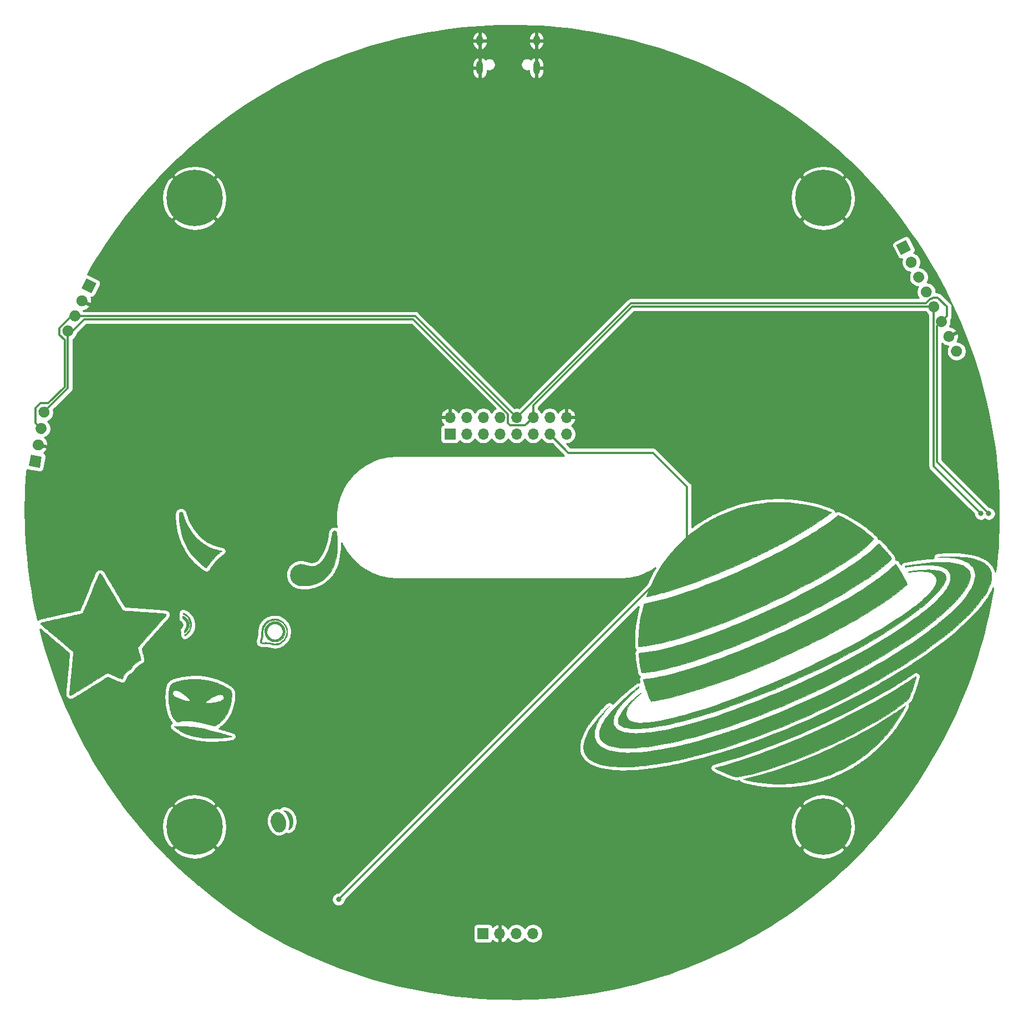
<source format=gbr>
%TF.GenerationSoftware,KiCad,Pcbnew,(5.1.10-1-10_14)*%
%TF.CreationDate,2021-10-01T16:25:32+02:00*%
%TF.ProjectId,Launchpad,4c61756e-6368-4706-9164-2e6b69636164,rev?*%
%TF.SameCoordinates,Original*%
%TF.FileFunction,Copper,L1,Top*%
%TF.FilePolarity,Positive*%
%FSLAX46Y46*%
G04 Gerber Fmt 4.6, Leading zero omitted, Abs format (unit mm)*
G04 Created by KiCad (PCBNEW (5.1.10-1-10_14)) date 2021-10-01 16:25:32*
%MOMM*%
%LPD*%
G01*
G04 APERTURE LIST*
%TA.AperFunction,EtchedComponent*%
%ADD10C,0.010000*%
%TD*%
%TA.AperFunction,ComponentPad*%
%ADD11C,0.100000*%
%TD*%
%TA.AperFunction,ComponentPad*%
%ADD12O,1.700000X1.700000*%
%TD*%
%TA.AperFunction,ComponentPad*%
%ADD13R,1.700000X1.700000*%
%TD*%
%TA.AperFunction,ComponentPad*%
%ADD14C,0.900000*%
%TD*%
%TA.AperFunction,ComponentPad*%
%ADD15C,8.600000*%
%TD*%
%TA.AperFunction,ComponentPad*%
%ADD16O,1.000000X1.600000*%
%TD*%
%TA.AperFunction,ComponentPad*%
%ADD17O,1.000000X2.100000*%
%TD*%
%TA.AperFunction,ViaPad*%
%ADD18C,0.800000*%
%TD*%
%TA.AperFunction,Conductor*%
%ADD19C,0.300000*%
%TD*%
%TA.AperFunction,Conductor*%
%ADD20C,0.254000*%
%TD*%
%TA.AperFunction,Conductor*%
%ADD21C,0.100000*%
%TD*%
G04 APERTURE END LIST*
D10*
%TO.C,X1*%
G36*
X71666173Y-145792021D02*
G01*
X71873292Y-145830955D01*
X72069086Y-145909004D01*
X72251254Y-146023923D01*
X72417497Y-146173468D01*
X72565513Y-146355393D01*
X72693004Y-146567454D01*
X72797667Y-146807406D01*
X72841204Y-146938753D01*
X72882300Y-147119922D01*
X72906444Y-147322884D01*
X72913148Y-147532672D01*
X72901925Y-147734318D01*
X72872794Y-147910750D01*
X72802347Y-148138466D01*
X72707694Y-148334924D01*
X72590060Y-148498712D01*
X72450672Y-148628420D01*
X72290755Y-148722639D01*
X72118349Y-148778541D01*
X72017594Y-148797797D01*
X71940130Y-148805792D01*
X71868571Y-148802988D01*
X71785531Y-148789849D01*
X71774398Y-148787684D01*
X71592359Y-148730891D01*
X71417761Y-148635693D01*
X71253591Y-148505786D01*
X71102833Y-148344863D01*
X70968472Y-148156618D01*
X70853492Y-147944745D01*
X70760879Y-147712940D01*
X70693618Y-147464895D01*
X70689546Y-147445083D01*
X70664448Y-147243034D01*
X70664424Y-147025199D01*
X70687957Y-146804231D01*
X70733535Y-146592784D01*
X70799642Y-146403512D01*
X70819325Y-146360882D01*
X70919653Y-146186801D01*
X71035407Y-146048061D01*
X71173043Y-145938634D01*
X71339012Y-145852488D01*
X71381695Y-145835401D01*
X71470218Y-145804761D01*
X71541489Y-145790175D01*
X71615997Y-145788519D01*
X71666173Y-145792021D01*
G37*
X71666173Y-145792021D02*
X71873292Y-145830955D01*
X72069086Y-145909004D01*
X72251254Y-146023923D01*
X72417497Y-146173468D01*
X72565513Y-146355393D01*
X72693004Y-146567454D01*
X72797667Y-146807406D01*
X72841204Y-146938753D01*
X72882300Y-147119922D01*
X72906444Y-147322884D01*
X72913148Y-147532672D01*
X72901925Y-147734318D01*
X72872794Y-147910750D01*
X72802347Y-148138466D01*
X72707694Y-148334924D01*
X72590060Y-148498712D01*
X72450672Y-148628420D01*
X72290755Y-148722639D01*
X72118349Y-148778541D01*
X72017594Y-148797797D01*
X71940130Y-148805792D01*
X71868571Y-148802988D01*
X71785531Y-148789849D01*
X71774398Y-148787684D01*
X71592359Y-148730891D01*
X71417761Y-148635693D01*
X71253591Y-148505786D01*
X71102833Y-148344863D01*
X70968472Y-148156618D01*
X70853492Y-147944745D01*
X70760879Y-147712940D01*
X70693618Y-147464895D01*
X70689546Y-147445083D01*
X70664448Y-147243034D01*
X70664424Y-147025199D01*
X70687957Y-146804231D01*
X70733535Y-146592784D01*
X70799642Y-146403512D01*
X70819325Y-146360882D01*
X70919653Y-146186801D01*
X71035407Y-146048061D01*
X71173043Y-145938634D01*
X71339012Y-145852488D01*
X71381695Y-145835401D01*
X71470218Y-145804761D01*
X71541489Y-145790175D01*
X71615997Y-145788519D01*
X71666173Y-145792021D01*
G36*
X72893685Y-145528936D02*
G01*
X73081068Y-145588589D01*
X73262384Y-145684063D01*
X73433563Y-145812124D01*
X73590534Y-145969542D01*
X73729227Y-146153086D01*
X73845572Y-146359523D01*
X73883629Y-146444626D01*
X73960421Y-146668828D01*
X74008885Y-146899622D01*
X74029983Y-147132065D01*
X74024678Y-147361212D01*
X73993931Y-147582119D01*
X73938706Y-147789844D01*
X73859965Y-147979441D01*
X73758671Y-148145968D01*
X73635785Y-148284480D01*
X73506514Y-148381708D01*
X73422526Y-148428100D01*
X73368354Y-148448075D01*
X73341316Y-148442345D01*
X73337000Y-148426602D01*
X73343796Y-148395933D01*
X73361671Y-148337835D01*
X73386849Y-148264524D01*
X73388522Y-148259872D01*
X73449175Y-148065009D01*
X73487968Y-147871700D01*
X73507398Y-147664606D01*
X73510824Y-147508583D01*
X73489596Y-147182299D01*
X73427758Y-146862812D01*
X73326943Y-146554116D01*
X73188781Y-146260204D01*
X73014903Y-145985069D01*
X72806941Y-145732706D01*
X72769473Y-145693541D01*
X72588505Y-145508333D01*
X72704305Y-145508333D01*
X72893685Y-145528936D01*
G37*
X72893685Y-145528936D02*
X73081068Y-145588589D01*
X73262384Y-145684063D01*
X73433563Y-145812124D01*
X73590534Y-145969542D01*
X73729227Y-146153086D01*
X73845572Y-146359523D01*
X73883629Y-146444626D01*
X73960421Y-146668828D01*
X74008885Y-146899622D01*
X74029983Y-147132065D01*
X74024678Y-147361212D01*
X73993931Y-147582119D01*
X73938706Y-147789844D01*
X73859965Y-147979441D01*
X73758671Y-148145968D01*
X73635785Y-148284480D01*
X73506514Y-148381708D01*
X73422526Y-148428100D01*
X73368354Y-148448075D01*
X73341316Y-148442345D01*
X73337000Y-148426602D01*
X73343796Y-148395933D01*
X73361671Y-148337835D01*
X73386849Y-148264524D01*
X73388522Y-148259872D01*
X73449175Y-148065009D01*
X73487968Y-147871700D01*
X73507398Y-147664606D01*
X73510824Y-147508583D01*
X73489596Y-147182299D01*
X73427758Y-146862812D01*
X73326943Y-146554116D01*
X73188781Y-146260204D01*
X73014903Y-145985069D01*
X72806941Y-145732706D01*
X72769473Y-145693541D01*
X72588505Y-145508333D01*
X72704305Y-145508333D01*
X72893685Y-145528936D01*
G36*
X167560349Y-129515934D02*
G01*
X167537021Y-129569045D01*
X167499131Y-129648498D01*
X167449445Y-129748835D01*
X167390732Y-129864599D01*
X167325759Y-129990332D01*
X167257293Y-130120576D01*
X167188104Y-130249873D01*
X167121990Y-130370898D01*
X166641973Y-131195430D01*
X166126792Y-131996801D01*
X165577407Y-132773921D01*
X164994781Y-133525699D01*
X164379874Y-134251042D01*
X163733649Y-134948861D01*
X163057065Y-135618064D01*
X162351085Y-136257560D01*
X161616670Y-136866257D01*
X160956416Y-137369139D01*
X160811988Y-137472579D01*
X160639226Y-137592622D01*
X160446061Y-137724031D01*
X160240424Y-137861571D01*
X160030246Y-138000005D01*
X159823457Y-138134096D01*
X159627989Y-138258607D01*
X159451772Y-138368302D01*
X159347750Y-138431306D01*
X158513843Y-138904756D01*
X157665524Y-139338414D01*
X156803035Y-139732205D01*
X155926614Y-140086053D01*
X155036505Y-140399882D01*
X154132946Y-140673618D01*
X153216179Y-140907184D01*
X152286444Y-141100506D01*
X151343983Y-141253508D01*
X150389036Y-141366114D01*
X149833333Y-141412616D01*
X149708701Y-141420045D01*
X149550944Y-141427154D01*
X149366817Y-141433820D01*
X149163071Y-141439919D01*
X148946461Y-141445329D01*
X148723741Y-141449927D01*
X148501665Y-141453589D01*
X148286985Y-141456193D01*
X148086455Y-141457615D01*
X147906830Y-141457733D01*
X147754863Y-141456423D01*
X147637307Y-141453562D01*
X147621416Y-141452920D01*
X146796601Y-141404314D01*
X145998508Y-141330845D01*
X145218785Y-141231361D01*
X144449083Y-141104710D01*
X143681052Y-140949738D01*
X143239916Y-140848073D01*
X143108290Y-140815882D01*
X142990558Y-140786106D01*
X142892967Y-140760408D01*
X142821763Y-140740445D01*
X142783193Y-140727880D01*
X142778426Y-140725421D01*
X142789919Y-140714865D01*
X142834889Y-140699641D01*
X142905097Y-140682277D01*
X142947759Y-140673452D01*
X143552973Y-140547404D01*
X144191127Y-140398812D01*
X144859866Y-140228507D01*
X145556838Y-140037324D01*
X146279689Y-139826095D01*
X147026067Y-139595655D01*
X147793618Y-139346836D01*
X148579989Y-139080472D01*
X149382827Y-138797396D01*
X150199778Y-138498442D01*
X151028490Y-138184443D01*
X151866609Y-137856232D01*
X152711783Y-137514643D01*
X153561657Y-137160510D01*
X154413879Y-136794664D01*
X155266095Y-136417941D01*
X156115953Y-136031173D01*
X156310270Y-135941148D01*
X157236880Y-135504409D01*
X158149185Y-135062426D01*
X159044723Y-134616552D01*
X159921032Y-134168137D01*
X160775649Y-133718532D01*
X161606111Y-133269087D01*
X162409956Y-132821155D01*
X163184722Y-132376085D01*
X163927945Y-131935228D01*
X164637165Y-131499937D01*
X165309917Y-131071560D01*
X165907125Y-130676216D01*
X166109924Y-130538016D01*
X166321961Y-130391318D01*
X166536574Y-130240870D01*
X166747105Y-130091422D01*
X166946892Y-129947721D01*
X167129276Y-129814518D01*
X167287595Y-129696562D01*
X167379860Y-129626129D01*
X167453464Y-129570291D01*
X167513830Y-129526599D01*
X167553821Y-129500085D01*
X167566346Y-129494624D01*
X167560349Y-129515934D01*
G37*
X167560349Y-129515934D02*
X167537021Y-129569045D01*
X167499131Y-129648498D01*
X167449445Y-129748835D01*
X167390732Y-129864599D01*
X167325759Y-129990332D01*
X167257293Y-130120576D01*
X167188104Y-130249873D01*
X167121990Y-130370898D01*
X166641973Y-131195430D01*
X166126792Y-131996801D01*
X165577407Y-132773921D01*
X164994781Y-133525699D01*
X164379874Y-134251042D01*
X163733649Y-134948861D01*
X163057065Y-135618064D01*
X162351085Y-136257560D01*
X161616670Y-136866257D01*
X160956416Y-137369139D01*
X160811988Y-137472579D01*
X160639226Y-137592622D01*
X160446061Y-137724031D01*
X160240424Y-137861571D01*
X160030246Y-138000005D01*
X159823457Y-138134096D01*
X159627989Y-138258607D01*
X159451772Y-138368302D01*
X159347750Y-138431306D01*
X158513843Y-138904756D01*
X157665524Y-139338414D01*
X156803035Y-139732205D01*
X155926614Y-140086053D01*
X155036505Y-140399882D01*
X154132946Y-140673618D01*
X153216179Y-140907184D01*
X152286444Y-141100506D01*
X151343983Y-141253508D01*
X150389036Y-141366114D01*
X149833333Y-141412616D01*
X149708701Y-141420045D01*
X149550944Y-141427154D01*
X149366817Y-141433820D01*
X149163071Y-141439919D01*
X148946461Y-141445329D01*
X148723741Y-141449927D01*
X148501665Y-141453589D01*
X148286985Y-141456193D01*
X148086455Y-141457615D01*
X147906830Y-141457733D01*
X147754863Y-141456423D01*
X147637307Y-141453562D01*
X147621416Y-141452920D01*
X146796601Y-141404314D01*
X145998508Y-141330845D01*
X145218785Y-141231361D01*
X144449083Y-141104710D01*
X143681052Y-140949738D01*
X143239916Y-140848073D01*
X143108290Y-140815882D01*
X142990558Y-140786106D01*
X142892967Y-140760408D01*
X142821763Y-140740445D01*
X142783193Y-140727880D01*
X142778426Y-140725421D01*
X142789919Y-140714865D01*
X142834889Y-140699641D01*
X142905097Y-140682277D01*
X142947759Y-140673452D01*
X143552973Y-140547404D01*
X144191127Y-140398812D01*
X144859866Y-140228507D01*
X145556838Y-140037324D01*
X146279689Y-139826095D01*
X147026067Y-139595655D01*
X147793618Y-139346836D01*
X148579989Y-139080472D01*
X149382827Y-138797396D01*
X150199778Y-138498442D01*
X151028490Y-138184443D01*
X151866609Y-137856232D01*
X152711783Y-137514643D01*
X153561657Y-137160510D01*
X154413879Y-136794664D01*
X155266095Y-136417941D01*
X156115953Y-136031173D01*
X156310270Y-135941148D01*
X157236880Y-135504409D01*
X158149185Y-135062426D01*
X159044723Y-134616552D01*
X159921032Y-134168137D01*
X160775649Y-133718532D01*
X161606111Y-133269087D01*
X162409956Y-132821155D01*
X163184722Y-132376085D01*
X163927945Y-131935228D01*
X164637165Y-131499937D01*
X165309917Y-131071560D01*
X165907125Y-130676216D01*
X166109924Y-130538016D01*
X166321961Y-130391318D01*
X166536574Y-130240870D01*
X166747105Y-130091422D01*
X166946892Y-129947721D01*
X167129276Y-129814518D01*
X167287595Y-129696562D01*
X167379860Y-129626129D01*
X167453464Y-129570291D01*
X167513830Y-129526599D01*
X167553821Y-129500085D01*
X167566346Y-129494624D01*
X167560349Y-129515934D01*
G36*
X169199932Y-125034067D02*
G01*
X169199524Y-125052588D01*
X169193575Y-125083038D01*
X169192037Y-125090997D01*
X169173874Y-125173679D01*
X169144437Y-125290493D01*
X169105522Y-125435309D01*
X169058927Y-125601993D01*
X169006450Y-125784415D01*
X168949889Y-125976442D01*
X168891042Y-126171943D01*
X168831706Y-126364787D01*
X168773678Y-126548840D01*
X168718757Y-126717973D01*
X168688775Y-126807583D01*
X168633871Y-126966028D01*
X168568929Y-127147758D01*
X168497352Y-127343705D01*
X168422541Y-127544802D01*
X168347898Y-127741982D01*
X168276826Y-127926178D01*
X168212726Y-128088323D01*
X168159721Y-128217637D01*
X168114086Y-128324919D01*
X168078392Y-128402542D01*
X168046220Y-128459891D01*
X168011151Y-128506349D01*
X167966767Y-128551303D01*
X167906648Y-128604137D01*
X167879641Y-128627129D01*
X167447540Y-128982610D01*
X166976285Y-129348231D01*
X166467573Y-129723029D01*
X165923102Y-130106039D01*
X165344570Y-130496299D01*
X164733673Y-130892846D01*
X164092111Y-131294716D01*
X163421579Y-131700947D01*
X162723776Y-132110575D01*
X162000399Y-132522636D01*
X161253145Y-132936169D01*
X160483713Y-133350208D01*
X159693799Y-133763792D01*
X158885102Y-134175958D01*
X158059318Y-134585741D01*
X157218145Y-134992179D01*
X156363280Y-135394308D01*
X155496422Y-135791166D01*
X154619267Y-136181790D01*
X154384166Y-136284637D01*
X153560747Y-136638389D01*
X152738274Y-136981695D01*
X151919097Y-137313759D01*
X151105566Y-137633787D01*
X150300032Y-137940985D01*
X149504847Y-138234558D01*
X148722361Y-138513712D01*
X147954924Y-138777652D01*
X147204888Y-139025585D01*
X146474603Y-139256715D01*
X145766420Y-139470249D01*
X145082689Y-139665391D01*
X144425761Y-139841349D01*
X143797988Y-139997326D01*
X143201719Y-140132529D01*
X142689583Y-140236629D01*
X142587574Y-140255572D01*
X142467290Y-140277051D01*
X142335523Y-140299947D01*
X142199063Y-140323139D01*
X142064703Y-140345507D01*
X141939234Y-140365929D01*
X141829446Y-140383285D01*
X141742132Y-140396455D01*
X141684084Y-140404318D01*
X141663000Y-140406011D01*
X141640641Y-140399004D01*
X141584701Y-140380117D01*
X141501525Y-140351533D01*
X141397461Y-140315434D01*
X141278856Y-140274003D01*
X141271416Y-140271395D01*
X140353892Y-139928323D01*
X139455642Y-139548946D01*
X139005575Y-139341905D01*
X138824820Y-139255756D01*
X138680476Y-139185343D01*
X138570198Y-139129378D01*
X138491636Y-139086574D01*
X138442443Y-139055640D01*
X138420272Y-139035291D01*
X138422775Y-139024237D01*
X138425020Y-139023338D01*
X138453915Y-139015120D01*
X138517401Y-138997870D01*
X138609121Y-138973287D01*
X138722715Y-138943073D01*
X138851827Y-138908929D01*
X138911333Y-138893251D01*
X139763271Y-138661411D01*
X140647054Y-138406077D01*
X141559979Y-138128225D01*
X142499343Y-137828828D01*
X143462445Y-137508860D01*
X144446581Y-137169297D01*
X145449051Y-136811111D01*
X146467150Y-136435278D01*
X147498178Y-136042771D01*
X148539432Y-135634565D01*
X149588209Y-135211635D01*
X150641807Y-134774953D01*
X151697525Y-134325495D01*
X152265189Y-134078848D01*
X153387804Y-133582003D01*
X154501451Y-133077993D01*
X155603645Y-132568085D01*
X156691901Y-132053550D01*
X157763734Y-131535656D01*
X158816658Y-131015671D01*
X159848189Y-130494866D01*
X160855843Y-129974508D01*
X161837132Y-129455867D01*
X162789573Y-128940212D01*
X163710681Y-128428811D01*
X164597971Y-127922934D01*
X165448956Y-127423849D01*
X166261153Y-126932825D01*
X166266482Y-126929551D01*
X166583915Y-126733039D01*
X166910797Y-126527965D01*
X167241286Y-126318121D01*
X167569540Y-126107301D01*
X167889718Y-125899295D01*
X168195977Y-125697897D01*
X168482477Y-125506899D01*
X168743376Y-125330093D01*
X168946833Y-125189477D01*
X169047852Y-125118748D01*
X169118758Y-125069815D01*
X169164463Y-125040707D01*
X169189883Y-125029449D01*
X169199932Y-125034067D01*
G37*
X169199932Y-125034067D02*
X169199524Y-125052588D01*
X169193575Y-125083038D01*
X169192037Y-125090997D01*
X169173874Y-125173679D01*
X169144437Y-125290493D01*
X169105522Y-125435309D01*
X169058927Y-125601993D01*
X169006450Y-125784415D01*
X168949889Y-125976442D01*
X168891042Y-126171943D01*
X168831706Y-126364787D01*
X168773678Y-126548840D01*
X168718757Y-126717973D01*
X168688775Y-126807583D01*
X168633871Y-126966028D01*
X168568929Y-127147758D01*
X168497352Y-127343705D01*
X168422541Y-127544802D01*
X168347898Y-127741982D01*
X168276826Y-127926178D01*
X168212726Y-128088323D01*
X168159721Y-128217637D01*
X168114086Y-128324919D01*
X168078392Y-128402542D01*
X168046220Y-128459891D01*
X168011151Y-128506349D01*
X167966767Y-128551303D01*
X167906648Y-128604137D01*
X167879641Y-128627129D01*
X167447540Y-128982610D01*
X166976285Y-129348231D01*
X166467573Y-129723029D01*
X165923102Y-130106039D01*
X165344570Y-130496299D01*
X164733673Y-130892846D01*
X164092111Y-131294716D01*
X163421579Y-131700947D01*
X162723776Y-132110575D01*
X162000399Y-132522636D01*
X161253145Y-132936169D01*
X160483713Y-133350208D01*
X159693799Y-133763792D01*
X158885102Y-134175958D01*
X158059318Y-134585741D01*
X157218145Y-134992179D01*
X156363280Y-135394308D01*
X155496422Y-135791166D01*
X154619267Y-136181790D01*
X154384166Y-136284637D01*
X153560747Y-136638389D01*
X152738274Y-136981695D01*
X151919097Y-137313759D01*
X151105566Y-137633787D01*
X150300032Y-137940985D01*
X149504847Y-138234558D01*
X148722361Y-138513712D01*
X147954924Y-138777652D01*
X147204888Y-139025585D01*
X146474603Y-139256715D01*
X145766420Y-139470249D01*
X145082689Y-139665391D01*
X144425761Y-139841349D01*
X143797988Y-139997326D01*
X143201719Y-140132529D01*
X142689583Y-140236629D01*
X142587574Y-140255572D01*
X142467290Y-140277051D01*
X142335523Y-140299947D01*
X142199063Y-140323139D01*
X142064703Y-140345507D01*
X141939234Y-140365929D01*
X141829446Y-140383285D01*
X141742132Y-140396455D01*
X141684084Y-140404318D01*
X141663000Y-140406011D01*
X141640641Y-140399004D01*
X141584701Y-140380117D01*
X141501525Y-140351533D01*
X141397461Y-140315434D01*
X141278856Y-140274003D01*
X141271416Y-140271395D01*
X140353892Y-139928323D01*
X139455642Y-139548946D01*
X139005575Y-139341905D01*
X138824820Y-139255756D01*
X138680476Y-139185343D01*
X138570198Y-139129378D01*
X138491636Y-139086574D01*
X138442443Y-139055640D01*
X138420272Y-139035291D01*
X138422775Y-139024237D01*
X138425020Y-139023338D01*
X138453915Y-139015120D01*
X138517401Y-138997870D01*
X138609121Y-138973287D01*
X138722715Y-138943073D01*
X138851827Y-138908929D01*
X138911333Y-138893251D01*
X139763271Y-138661411D01*
X140647054Y-138406077D01*
X141559979Y-138128225D01*
X142499343Y-137828828D01*
X143462445Y-137508860D01*
X144446581Y-137169297D01*
X145449051Y-136811111D01*
X146467150Y-136435278D01*
X147498178Y-136042771D01*
X148539432Y-135634565D01*
X149588209Y-135211635D01*
X150641807Y-134774953D01*
X151697525Y-134325495D01*
X152265189Y-134078848D01*
X153387804Y-133582003D01*
X154501451Y-133077993D01*
X155603645Y-132568085D01*
X156691901Y-132053550D01*
X157763734Y-131535656D01*
X158816658Y-131015671D01*
X159848189Y-130494866D01*
X160855843Y-129974508D01*
X161837132Y-129455867D01*
X162789573Y-128940212D01*
X163710681Y-128428811D01*
X164597971Y-127922934D01*
X165448956Y-127423849D01*
X166261153Y-126932825D01*
X166266482Y-126929551D01*
X166583915Y-126733039D01*
X166910797Y-126527965D01*
X167241286Y-126318121D01*
X167569540Y-126107301D01*
X167889718Y-125899295D01*
X168195977Y-125697897D01*
X168482477Y-125506899D01*
X168743376Y-125330093D01*
X168946833Y-125189477D01*
X169047852Y-125118748D01*
X169118758Y-125069815D01*
X169164463Y-125040707D01*
X169189883Y-125029449D01*
X169199932Y-125034067D01*
G36*
X175009369Y-106742401D02*
G01*
X175647069Y-106764585D01*
X176248990Y-106806845D01*
X176814908Y-106869155D01*
X177344599Y-106951490D01*
X177837839Y-107053826D01*
X178294404Y-107176136D01*
X178714071Y-107318397D01*
X179096615Y-107480583D01*
X179127739Y-107495444D01*
X179402425Y-107638122D01*
X179642450Y-107785666D01*
X179855481Y-107943270D01*
X180049189Y-108116133D01*
X180061272Y-108128000D01*
X180256615Y-108341326D01*
X180414282Y-108560427D01*
X180538882Y-108793127D01*
X180635023Y-109047247D01*
X180665994Y-109154583D01*
X180687136Y-109238040D01*
X180702330Y-109311510D01*
X180712575Y-109385076D01*
X180718872Y-109468822D01*
X180722223Y-109572830D01*
X180723627Y-109707185D01*
X180723755Y-109736666D01*
X180723226Y-109891127D01*
X180719747Y-110014866D01*
X180712441Y-110119444D01*
X180700430Y-110216423D01*
X180682836Y-110317363D01*
X180677683Y-110343472D01*
X180582650Y-110725997D01*
X180448381Y-111123182D01*
X180275197Y-111534614D01*
X180063421Y-111959878D01*
X179813376Y-112398560D01*
X179525382Y-112850248D01*
X179199763Y-113314525D01*
X178836841Y-113790979D01*
X178436937Y-114279196D01*
X178000373Y-114778762D01*
X177527473Y-115289262D01*
X177018558Y-115810283D01*
X176473950Y-116341411D01*
X175893972Y-116882232D01*
X175278945Y-117432332D01*
X174916288Y-117746907D01*
X174101148Y-118430292D01*
X173244048Y-119117367D01*
X172344969Y-119808144D01*
X171403891Y-120502638D01*
X170420795Y-121200861D01*
X169395660Y-121902827D01*
X168328468Y-122608548D01*
X167219198Y-123318039D01*
X166067832Y-124031313D01*
X164874350Y-124748382D01*
X163638732Y-125469261D01*
X163327083Y-125647884D01*
X162265221Y-126245872D01*
X161168243Y-126847182D01*
X160042835Y-127448443D01*
X158895682Y-128046284D01*
X157733468Y-128637332D01*
X156562879Y-129218217D01*
X155390600Y-129785567D01*
X154223316Y-130336010D01*
X153067712Y-130866174D01*
X152289857Y-131214325D01*
X150615293Y-131942361D01*
X148953229Y-132637715D01*
X147304740Y-133300000D01*
X145670902Y-133928828D01*
X144052790Y-134523813D01*
X142451479Y-135084568D01*
X140868046Y-135610705D01*
X139303567Y-136101837D01*
X137759116Y-136557578D01*
X136392500Y-136935724D01*
X136264434Y-136969625D01*
X136111409Y-137009474D01*
X135938834Y-137053918D01*
X135752116Y-137101603D01*
X135556663Y-137151175D01*
X135357882Y-137201279D01*
X135161181Y-137250562D01*
X134971968Y-137297669D01*
X134795651Y-137341247D01*
X134637638Y-137379941D01*
X134503336Y-137412397D01*
X134398153Y-137437261D01*
X134327497Y-137453179D01*
X134318166Y-137455132D01*
X134266071Y-137469310D01*
X134235218Y-137484215D01*
X134233500Y-137486145D01*
X134207856Y-137498146D01*
X134144057Y-137517431D01*
X134045515Y-137543280D01*
X133915643Y-137574968D01*
X133757854Y-137611775D01*
X133575563Y-137652977D01*
X133372181Y-137697853D01*
X133151122Y-137745679D01*
X132915799Y-137795734D01*
X132669625Y-137847295D01*
X132416014Y-137899640D01*
X132158378Y-137952046D01*
X131900131Y-138003791D01*
X131644686Y-138054153D01*
X131395456Y-138102410D01*
X131155854Y-138147838D01*
X130929293Y-138189716D01*
X130793916Y-138214107D01*
X130046579Y-138341138D01*
X129306759Y-138454881D01*
X128577735Y-138555044D01*
X127862786Y-138641339D01*
X127165189Y-138713474D01*
X126488224Y-138771160D01*
X125835169Y-138814107D01*
X125209302Y-138842024D01*
X124613903Y-138854622D01*
X124052250Y-138851611D01*
X123706578Y-138841135D01*
X123092573Y-138805735D01*
X122515587Y-138751519D01*
X121975729Y-138678519D01*
X121473108Y-138586767D01*
X121007834Y-138476294D01*
X120580014Y-138347132D01*
X120189760Y-138199312D01*
X119837178Y-138032866D01*
X119522380Y-137847826D01*
X119245472Y-137644223D01*
X119084947Y-137501067D01*
X118881705Y-137284436D01*
X118717892Y-137062969D01*
X118591114Y-136831282D01*
X118498974Y-136583993D01*
X118439080Y-136315720D01*
X118409036Y-136021079D01*
X118407070Y-135977271D01*
X118403449Y-135779593D01*
X118409942Y-135601441D01*
X118428117Y-135428930D01*
X118459538Y-135248174D01*
X118505772Y-135045289D01*
X118517379Y-134999083D01*
X118625495Y-134639598D01*
X118770981Y-134262873D01*
X118953091Y-133870077D01*
X119171075Y-133462382D01*
X119424186Y-133040957D01*
X119711674Y-132606974D01*
X120032791Y-132161603D01*
X120386789Y-131706015D01*
X120772920Y-131241380D01*
X121190434Y-130768868D01*
X121295773Y-130653828D01*
X121391108Y-130551412D01*
X121497278Y-130439064D01*
X121610548Y-130320575D01*
X121727184Y-130199734D01*
X121843450Y-130080329D01*
X121955613Y-129966150D01*
X122059937Y-129860986D01*
X122152689Y-129768627D01*
X122230132Y-129692860D01*
X122288533Y-129637476D01*
X122324157Y-129606263D01*
X122333590Y-129600868D01*
X122323826Y-129619128D01*
X122290429Y-129662262D01*
X122238487Y-129724042D01*
X122173088Y-129798240D01*
X122165148Y-129807051D01*
X121802585Y-130223435D01*
X121472149Y-130633805D01*
X121174402Y-131037022D01*
X120909907Y-131431947D01*
X120679227Y-131817439D01*
X120482924Y-132192360D01*
X120321562Y-132555570D01*
X120195702Y-132905929D01*
X120105909Y-133242299D01*
X120052743Y-133563540D01*
X120036769Y-133868512D01*
X120049981Y-134089899D01*
X120104755Y-134400914D01*
X120196718Y-134698806D01*
X120323928Y-134978159D01*
X120434521Y-135162187D01*
X120519094Y-135273227D01*
X120630542Y-135397179D01*
X120759510Y-135525057D01*
X120896646Y-135647872D01*
X121032596Y-135756636D01*
X121111145Y-135812375D01*
X121416290Y-135993786D01*
X121757820Y-136154347D01*
X122135284Y-136294069D01*
X122548229Y-136412962D01*
X122996204Y-136511036D01*
X123478757Y-136588301D01*
X123995435Y-136644767D01*
X124545788Y-136680444D01*
X125129362Y-136695342D01*
X125745705Y-136689472D01*
X126394367Y-136662843D01*
X127074894Y-136615465D01*
X127786836Y-136547349D01*
X128529739Y-136458504D01*
X129303152Y-136348940D01*
X130106623Y-136218668D01*
X130939701Y-136067697D01*
X131801932Y-135896038D01*
X132692865Y-135703700D01*
X133408000Y-135539193D01*
X133958594Y-135405857D01*
X134541960Y-135258214D01*
X135151719Y-135098068D01*
X135781494Y-134927220D01*
X136424905Y-134747471D01*
X137075576Y-134560622D01*
X137727128Y-134368476D01*
X138373182Y-134172833D01*
X139007361Y-133975496D01*
X139493416Y-133820347D01*
X139657258Y-133767495D01*
X139812612Y-133717501D01*
X139953714Y-133672211D01*
X140074802Y-133633470D01*
X140170112Y-133603124D01*
X140233881Y-133583017D01*
X140252551Y-133577256D01*
X140319139Y-133556156D01*
X140421095Y-133522594D01*
X140553846Y-133478144D01*
X140712822Y-133424380D01*
X140893451Y-133362876D01*
X141091161Y-133295206D01*
X141301382Y-133222946D01*
X141519543Y-133147669D01*
X141741071Y-133070949D01*
X141961396Y-132994361D01*
X142175946Y-132919479D01*
X142380150Y-132847878D01*
X142569436Y-132781131D01*
X142734465Y-132722515D01*
X144451217Y-132094347D01*
X146181845Y-131430183D01*
X147921692Y-130732087D01*
X149666100Y-130002124D01*
X151410413Y-129242357D01*
X153149974Y-128454853D01*
X154880126Y-127641675D01*
X156596211Y-126804887D01*
X158293573Y-125946556D01*
X159813416Y-125150918D01*
X160993634Y-124513794D01*
X162152634Y-123870096D01*
X163288291Y-123221143D01*
X164398483Y-122568253D01*
X165481086Y-121912746D01*
X166533976Y-121255940D01*
X167555031Y-120599157D01*
X168542125Y-119943713D01*
X169493137Y-119290929D01*
X170405942Y-118642124D01*
X171042333Y-118175198D01*
X171668827Y-117702625D01*
X172259407Y-117243559D01*
X172817259Y-116795281D01*
X173345571Y-116355072D01*
X173847529Y-115920213D01*
X174326319Y-115487986D01*
X174785127Y-115055671D01*
X175227141Y-114620550D01*
X175328583Y-114517940D01*
X175595538Y-114243557D01*
X175835207Y-113990568D01*
X176052712Y-113753131D01*
X176253175Y-113525405D01*
X176441718Y-113301545D01*
X176623462Y-113075709D01*
X176803530Y-112842056D01*
X176838760Y-112795250D01*
X177144350Y-112368468D01*
X177411373Y-111954609D01*
X177639793Y-111553928D01*
X177829574Y-111166682D01*
X177980680Y-110793127D01*
X178093075Y-110433519D01*
X178166722Y-110088116D01*
X178201586Y-109757173D01*
X178197631Y-109440948D01*
X178154820Y-109139695D01*
X178073117Y-108853673D01*
X177952487Y-108583136D01*
X177792894Y-108328343D01*
X177594300Y-108089548D01*
X177512194Y-108006524D01*
X177290868Y-107814033D01*
X177043440Y-107640219D01*
X176768281Y-107484526D01*
X176463764Y-107346403D01*
X176128259Y-107225293D01*
X175760137Y-107120645D01*
X175357770Y-107031904D01*
X174919528Y-106958516D01*
X174443783Y-106899928D01*
X174185583Y-106875516D01*
X174092054Y-106869369D01*
X173963747Y-106863677D01*
X173808215Y-106858631D01*
X173633013Y-106854423D01*
X173445694Y-106851246D01*
X173253812Y-106849289D01*
X173131833Y-106848766D01*
X172919128Y-106848027D01*
X172748338Y-106846584D01*
X172619050Y-106844350D01*
X172530851Y-106841239D01*
X172483328Y-106837163D01*
X172476067Y-106832036D01*
X172508655Y-106825770D01*
X172580679Y-106818279D01*
X172691725Y-106809474D01*
X172841381Y-106799270D01*
X172883833Y-106796550D01*
X173627527Y-106758358D01*
X174336114Y-106740317D01*
X175009369Y-106742401D01*
G37*
X175009369Y-106742401D02*
X175647069Y-106764585D01*
X176248990Y-106806845D01*
X176814908Y-106869155D01*
X177344599Y-106951490D01*
X177837839Y-107053826D01*
X178294404Y-107176136D01*
X178714071Y-107318397D01*
X179096615Y-107480583D01*
X179127739Y-107495444D01*
X179402425Y-107638122D01*
X179642450Y-107785666D01*
X179855481Y-107943270D01*
X180049189Y-108116133D01*
X180061272Y-108128000D01*
X180256615Y-108341326D01*
X180414282Y-108560427D01*
X180538882Y-108793127D01*
X180635023Y-109047247D01*
X180665994Y-109154583D01*
X180687136Y-109238040D01*
X180702330Y-109311510D01*
X180712575Y-109385076D01*
X180718872Y-109468822D01*
X180722223Y-109572830D01*
X180723627Y-109707185D01*
X180723755Y-109736666D01*
X180723226Y-109891127D01*
X180719747Y-110014866D01*
X180712441Y-110119444D01*
X180700430Y-110216423D01*
X180682836Y-110317363D01*
X180677683Y-110343472D01*
X180582650Y-110725997D01*
X180448381Y-111123182D01*
X180275197Y-111534614D01*
X180063421Y-111959878D01*
X179813376Y-112398560D01*
X179525382Y-112850248D01*
X179199763Y-113314525D01*
X178836841Y-113790979D01*
X178436937Y-114279196D01*
X178000373Y-114778762D01*
X177527473Y-115289262D01*
X177018558Y-115810283D01*
X176473950Y-116341411D01*
X175893972Y-116882232D01*
X175278945Y-117432332D01*
X174916288Y-117746907D01*
X174101148Y-118430292D01*
X173244048Y-119117367D01*
X172344969Y-119808144D01*
X171403891Y-120502638D01*
X170420795Y-121200861D01*
X169395660Y-121902827D01*
X168328468Y-122608548D01*
X167219198Y-123318039D01*
X166067832Y-124031313D01*
X164874350Y-124748382D01*
X163638732Y-125469261D01*
X163327083Y-125647884D01*
X162265221Y-126245872D01*
X161168243Y-126847182D01*
X160042835Y-127448443D01*
X158895682Y-128046284D01*
X157733468Y-128637332D01*
X156562879Y-129218217D01*
X155390600Y-129785567D01*
X154223316Y-130336010D01*
X153067712Y-130866174D01*
X152289857Y-131214325D01*
X150615293Y-131942361D01*
X148953229Y-132637715D01*
X147304740Y-133300000D01*
X145670902Y-133928828D01*
X144052790Y-134523813D01*
X142451479Y-135084568D01*
X140868046Y-135610705D01*
X139303567Y-136101837D01*
X137759116Y-136557578D01*
X136392500Y-136935724D01*
X136264434Y-136969625D01*
X136111409Y-137009474D01*
X135938834Y-137053918D01*
X135752116Y-137101603D01*
X135556663Y-137151175D01*
X135357882Y-137201279D01*
X135161181Y-137250562D01*
X134971968Y-137297669D01*
X134795651Y-137341247D01*
X134637638Y-137379941D01*
X134503336Y-137412397D01*
X134398153Y-137437261D01*
X134327497Y-137453179D01*
X134318166Y-137455132D01*
X134266071Y-137469310D01*
X134235218Y-137484215D01*
X134233500Y-137486145D01*
X134207856Y-137498146D01*
X134144057Y-137517431D01*
X134045515Y-137543280D01*
X133915643Y-137574968D01*
X133757854Y-137611775D01*
X133575563Y-137652977D01*
X133372181Y-137697853D01*
X133151122Y-137745679D01*
X132915799Y-137795734D01*
X132669625Y-137847295D01*
X132416014Y-137899640D01*
X132158378Y-137952046D01*
X131900131Y-138003791D01*
X131644686Y-138054153D01*
X131395456Y-138102410D01*
X131155854Y-138147838D01*
X130929293Y-138189716D01*
X130793916Y-138214107D01*
X130046579Y-138341138D01*
X129306759Y-138454881D01*
X128577735Y-138555044D01*
X127862786Y-138641339D01*
X127165189Y-138713474D01*
X126488224Y-138771160D01*
X125835169Y-138814107D01*
X125209302Y-138842024D01*
X124613903Y-138854622D01*
X124052250Y-138851611D01*
X123706578Y-138841135D01*
X123092573Y-138805735D01*
X122515587Y-138751519D01*
X121975729Y-138678519D01*
X121473108Y-138586767D01*
X121007834Y-138476294D01*
X120580014Y-138347132D01*
X120189760Y-138199312D01*
X119837178Y-138032866D01*
X119522380Y-137847826D01*
X119245472Y-137644223D01*
X119084947Y-137501067D01*
X118881705Y-137284436D01*
X118717892Y-137062969D01*
X118591114Y-136831282D01*
X118498974Y-136583993D01*
X118439080Y-136315720D01*
X118409036Y-136021079D01*
X118407070Y-135977271D01*
X118403449Y-135779593D01*
X118409942Y-135601441D01*
X118428117Y-135428930D01*
X118459538Y-135248174D01*
X118505772Y-135045289D01*
X118517379Y-134999083D01*
X118625495Y-134639598D01*
X118770981Y-134262873D01*
X118953091Y-133870077D01*
X119171075Y-133462382D01*
X119424186Y-133040957D01*
X119711674Y-132606974D01*
X120032791Y-132161603D01*
X120386789Y-131706015D01*
X120772920Y-131241380D01*
X121190434Y-130768868D01*
X121295773Y-130653828D01*
X121391108Y-130551412D01*
X121497278Y-130439064D01*
X121610548Y-130320575D01*
X121727184Y-130199734D01*
X121843450Y-130080329D01*
X121955613Y-129966150D01*
X122059937Y-129860986D01*
X122152689Y-129768627D01*
X122230132Y-129692860D01*
X122288533Y-129637476D01*
X122324157Y-129606263D01*
X122333590Y-129600868D01*
X122323826Y-129619128D01*
X122290429Y-129662262D01*
X122238487Y-129724042D01*
X122173088Y-129798240D01*
X122165148Y-129807051D01*
X121802585Y-130223435D01*
X121472149Y-130633805D01*
X121174402Y-131037022D01*
X120909907Y-131431947D01*
X120679227Y-131817439D01*
X120482924Y-132192360D01*
X120321562Y-132555570D01*
X120195702Y-132905929D01*
X120105909Y-133242299D01*
X120052743Y-133563540D01*
X120036769Y-133868512D01*
X120049981Y-134089899D01*
X120104755Y-134400914D01*
X120196718Y-134698806D01*
X120323928Y-134978159D01*
X120434521Y-135162187D01*
X120519094Y-135273227D01*
X120630542Y-135397179D01*
X120759510Y-135525057D01*
X120896646Y-135647872D01*
X121032596Y-135756636D01*
X121111145Y-135812375D01*
X121416290Y-135993786D01*
X121757820Y-136154347D01*
X122135284Y-136294069D01*
X122548229Y-136412962D01*
X122996204Y-136511036D01*
X123478757Y-136588301D01*
X123995435Y-136644767D01*
X124545788Y-136680444D01*
X125129362Y-136695342D01*
X125745705Y-136689472D01*
X126394367Y-136662843D01*
X127074894Y-136615465D01*
X127786836Y-136547349D01*
X128529739Y-136458504D01*
X129303152Y-136348940D01*
X130106623Y-136218668D01*
X130939701Y-136067697D01*
X131801932Y-135896038D01*
X132692865Y-135703700D01*
X133408000Y-135539193D01*
X133958594Y-135405857D01*
X134541960Y-135258214D01*
X135151719Y-135098068D01*
X135781494Y-134927220D01*
X136424905Y-134747471D01*
X137075576Y-134560622D01*
X137727128Y-134368476D01*
X138373182Y-134172833D01*
X139007361Y-133975496D01*
X139493416Y-133820347D01*
X139657258Y-133767495D01*
X139812612Y-133717501D01*
X139953714Y-133672211D01*
X140074802Y-133633470D01*
X140170112Y-133603124D01*
X140233881Y-133583017D01*
X140252551Y-133577256D01*
X140319139Y-133556156D01*
X140421095Y-133522594D01*
X140553846Y-133478144D01*
X140712822Y-133424380D01*
X140893451Y-133362876D01*
X141091161Y-133295206D01*
X141301382Y-133222946D01*
X141519543Y-133147669D01*
X141741071Y-133070949D01*
X141961396Y-132994361D01*
X142175946Y-132919479D01*
X142380150Y-132847878D01*
X142569436Y-132781131D01*
X142734465Y-132722515D01*
X144451217Y-132094347D01*
X146181845Y-131430183D01*
X147921692Y-130732087D01*
X149666100Y-130002124D01*
X151410413Y-129242357D01*
X153149974Y-128454853D01*
X154880126Y-127641675D01*
X156596211Y-126804887D01*
X158293573Y-125946556D01*
X159813416Y-125150918D01*
X160993634Y-124513794D01*
X162152634Y-123870096D01*
X163288291Y-123221143D01*
X164398483Y-122568253D01*
X165481086Y-121912746D01*
X166533976Y-121255940D01*
X167555031Y-120599157D01*
X168542125Y-119943713D01*
X169493137Y-119290929D01*
X170405942Y-118642124D01*
X171042333Y-118175198D01*
X171668827Y-117702625D01*
X172259407Y-117243559D01*
X172817259Y-116795281D01*
X173345571Y-116355072D01*
X173847529Y-115920213D01*
X174326319Y-115487986D01*
X174785127Y-115055671D01*
X175227141Y-114620550D01*
X175328583Y-114517940D01*
X175595538Y-114243557D01*
X175835207Y-113990568D01*
X176052712Y-113753131D01*
X176253175Y-113525405D01*
X176441718Y-113301545D01*
X176623462Y-113075709D01*
X176803530Y-112842056D01*
X176838760Y-112795250D01*
X177144350Y-112368468D01*
X177411373Y-111954609D01*
X177639793Y-111553928D01*
X177829574Y-111166682D01*
X177980680Y-110793127D01*
X178093075Y-110433519D01*
X178166722Y-110088116D01*
X178201586Y-109757173D01*
X178197631Y-109440948D01*
X178154820Y-109139695D01*
X178073117Y-108853673D01*
X177952487Y-108583136D01*
X177792894Y-108328343D01*
X177594300Y-108089548D01*
X177512194Y-108006524D01*
X177290868Y-107814033D01*
X177043440Y-107640219D01*
X176768281Y-107484526D01*
X176463764Y-107346403D01*
X176128259Y-107225293D01*
X175760137Y-107120645D01*
X175357770Y-107031904D01*
X174919528Y-106958516D01*
X174443783Y-106899928D01*
X174185583Y-106875516D01*
X174092054Y-106869369D01*
X173963747Y-106863677D01*
X173808215Y-106858631D01*
X173633013Y-106854423D01*
X173445694Y-106851246D01*
X173253812Y-106849289D01*
X173131833Y-106848766D01*
X172919128Y-106848027D01*
X172748338Y-106846584D01*
X172619050Y-106844350D01*
X172530851Y-106841239D01*
X172483328Y-106837163D01*
X172476067Y-106832036D01*
X172508655Y-106825770D01*
X172580679Y-106818279D01*
X172691725Y-106809474D01*
X172841381Y-106799270D01*
X172883833Y-106796550D01*
X173627527Y-106758358D01*
X174336114Y-106740317D01*
X175009369Y-106742401D01*
G36*
X173002452Y-107588806D02*
G01*
X173248169Y-107590610D01*
X173485752Y-107594143D01*
X173708541Y-107599377D01*
X173909878Y-107606284D01*
X174083101Y-107614835D01*
X174221553Y-107625003D01*
X174236765Y-107626453D01*
X174693434Y-107679798D01*
X175111091Y-107746130D01*
X175491141Y-107825849D01*
X175834990Y-107919353D01*
X176144044Y-108027041D01*
X176419708Y-108149312D01*
X176663388Y-108286565D01*
X176738137Y-108335980D01*
X176952118Y-108500405D01*
X177125929Y-108672923D01*
X177261491Y-108857076D01*
X177360720Y-109056406D01*
X177425538Y-109274456D01*
X177457861Y-109514770D01*
X177462446Y-109673166D01*
X177452017Y-109892328D01*
X177421953Y-110108223D01*
X177370331Y-110327731D01*
X177295231Y-110557734D01*
X177194733Y-110805112D01*
X177075417Y-111059583D01*
X176874930Y-111432453D01*
X176634769Y-111819603D01*
X176355060Y-112220891D01*
X176035928Y-112636171D01*
X175677499Y-113065299D01*
X175279900Y-113508133D01*
X174843256Y-113964529D01*
X174367692Y-114434341D01*
X173853335Y-114917427D01*
X173300311Y-115413642D01*
X173158142Y-115537892D01*
X172487472Y-116107198D01*
X171776609Y-116683897D01*
X171026892Y-117267174D01*
X170239660Y-117856216D01*
X169416249Y-118450207D01*
X168557998Y-119048334D01*
X167666245Y-119649781D01*
X166742329Y-120253734D01*
X165787586Y-120859378D01*
X164803355Y-121465900D01*
X163790974Y-122072483D01*
X162751781Y-122678315D01*
X161687115Y-123282580D01*
X160598312Y-123884464D01*
X159486711Y-124483152D01*
X158353650Y-125077830D01*
X157200468Y-125667682D01*
X156028501Y-126251896D01*
X154839088Y-126829656D01*
X153802083Y-127321298D01*
X152157041Y-128080596D01*
X150534069Y-128805764D01*
X148931230Y-129497540D01*
X147346589Y-130156664D01*
X145778209Y-130783874D01*
X144224156Y-131379909D01*
X142682493Y-131945509D01*
X141151285Y-132481412D01*
X139628596Y-132988357D01*
X138112491Y-133467084D01*
X136601033Y-133918330D01*
X136276083Y-134011947D01*
X135464079Y-134239154D01*
X134658368Y-134454262D01*
X133861255Y-134656840D01*
X133075049Y-134846458D01*
X132302056Y-135022685D01*
X131544583Y-135185093D01*
X130804938Y-135333249D01*
X130085428Y-135466724D01*
X129388360Y-135585088D01*
X128716041Y-135687909D01*
X128070778Y-135774759D01*
X127454878Y-135845206D01*
X126870648Y-135898820D01*
X126320396Y-135935171D01*
X125872666Y-135952381D01*
X125726088Y-135956011D01*
X125579844Y-135959793D01*
X125444436Y-135963445D01*
X125330365Y-135966684D01*
X125248250Y-135969222D01*
X125166771Y-135970457D01*
X125053247Y-135970109D01*
X124917930Y-135968318D01*
X124771070Y-135965220D01*
X124622922Y-135960956D01*
X124613250Y-135960634D01*
X124107901Y-135933689D01*
X123636700Y-135888116D01*
X123200056Y-135824104D01*
X122798377Y-135741840D01*
X122432072Y-135641512D01*
X122101550Y-135523308D01*
X121807219Y-135387414D01*
X121549487Y-135234020D01*
X121328764Y-135063312D01*
X121145458Y-134875479D01*
X120999978Y-134670708D01*
X120892732Y-134449186D01*
X120826165Y-134221131D01*
X120794553Y-133966567D01*
X120801004Y-133694738D01*
X120845152Y-133406145D01*
X120926637Y-133101287D01*
X121045094Y-132780666D01*
X121200160Y-132444781D01*
X121391472Y-132094133D01*
X121618667Y-131729223D01*
X121881382Y-131350551D01*
X122179252Y-130958617D01*
X122511916Y-130553922D01*
X122879010Y-130136965D01*
X123280170Y-129708249D01*
X123715034Y-129268272D01*
X124183238Y-128817535D01*
X124684419Y-128356539D01*
X125218213Y-127885785D01*
X125756250Y-127429106D01*
X125854257Y-127347926D01*
X125965230Y-127256921D01*
X126084695Y-127159669D01*
X126208179Y-127059745D01*
X126331211Y-126960729D01*
X126449316Y-126866198D01*
X126558022Y-126779729D01*
X126652857Y-126704901D01*
X126729347Y-126645290D01*
X126783020Y-126604475D01*
X126809403Y-126586034D01*
X126811140Y-126585333D01*
X126821272Y-126603712D01*
X126837423Y-126650434D01*
X126846723Y-126681977D01*
X126861562Y-126744489D01*
X126861084Y-126781104D01*
X126845009Y-126805495D01*
X126844182Y-126806275D01*
X126819982Y-126827304D01*
X126768225Y-126871228D01*
X126693889Y-126933858D01*
X126601951Y-127011005D01*
X126497392Y-127098480D01*
X126433583Y-127151750D01*
X125922974Y-127588227D01*
X125452317Y-128012444D01*
X125021652Y-128424350D01*
X124631019Y-128823898D01*
X124280457Y-129211039D01*
X123970005Y-129585725D01*
X123699704Y-129947906D01*
X123469592Y-130297534D01*
X123279710Y-130634561D01*
X123130096Y-130958938D01*
X123020790Y-131270616D01*
X122989891Y-131385471D01*
X122962629Y-131532285D01*
X122946366Y-131697783D01*
X122941268Y-131868836D01*
X122947502Y-132032312D01*
X122965236Y-132175083D01*
X122979071Y-132236833D01*
X123065803Y-132476937D01*
X123189293Y-132696115D01*
X123349495Y-132894357D01*
X123546361Y-133071649D01*
X123779842Y-133227982D01*
X124049891Y-133363342D01*
X124356460Y-133477719D01*
X124699502Y-133571100D01*
X125078969Y-133643475D01*
X125494813Y-133694830D01*
X125946986Y-133725156D01*
X126435441Y-133734439D01*
X126960130Y-133722669D01*
X127521006Y-133689833D01*
X128118019Y-133635921D01*
X128518500Y-133590418D01*
X129235196Y-133493017D01*
X129985562Y-133371922D01*
X130768444Y-133227510D01*
X131582686Y-133060157D01*
X132427133Y-132870238D01*
X133300631Y-132658129D01*
X134202025Y-132424206D01*
X135130159Y-132168845D01*
X136083880Y-131892422D01*
X137062031Y-131595312D01*
X138063459Y-131277893D01*
X139087008Y-130940539D01*
X140131523Y-130583627D01*
X141195850Y-130207532D01*
X142278833Y-129812630D01*
X143379319Y-129399298D01*
X144496151Y-128967911D01*
X145628175Y-128518845D01*
X146774236Y-128052476D01*
X147933180Y-127569180D01*
X149103851Y-127069333D01*
X150285094Y-126553311D01*
X150690985Y-126373326D01*
X152335682Y-125628061D01*
X153957064Y-124866887D01*
X155552946Y-124090954D01*
X157121145Y-123301410D01*
X158659477Y-122499404D01*
X160165758Y-121686084D01*
X161637803Y-120862600D01*
X163073430Y-120030099D01*
X164470454Y-119189730D01*
X165158000Y-118764336D01*
X165963862Y-118254161D01*
X166737120Y-117750835D01*
X167477201Y-117254812D01*
X168183529Y-116766547D01*
X168855530Y-116286493D01*
X169492630Y-115815104D01*
X170094254Y-115352835D01*
X170659827Y-114900140D01*
X171188777Y-114457473D01*
X171680527Y-114025288D01*
X172134503Y-113604039D01*
X172550132Y-113194180D01*
X172926838Y-112796165D01*
X173264048Y-112410449D01*
X173391129Y-112255500D01*
X173564102Y-112030172D01*
X173730386Y-111794045D01*
X173886090Y-111553703D01*
X174027327Y-111315734D01*
X174150205Y-111086722D01*
X174250836Y-110873253D01*
X174325330Y-110681914D01*
X174331575Y-110663076D01*
X174410897Y-110366804D01*
X174451023Y-110085974D01*
X174451948Y-109820028D01*
X174413667Y-109568406D01*
X174336176Y-109330548D01*
X174320899Y-109295419D01*
X174206559Y-109085964D01*
X174060390Y-108896208D01*
X173881514Y-108725703D01*
X173669051Y-108573998D01*
X173422121Y-108440647D01*
X173139845Y-108325200D01*
X172821345Y-108227209D01*
X172465740Y-108146224D01*
X172072152Y-108081798D01*
X171899583Y-108060064D01*
X171801628Y-108051808D01*
X171668167Y-108045113D01*
X171506000Y-108039976D01*
X171321927Y-108036397D01*
X171122746Y-108034373D01*
X170915256Y-108033902D01*
X170706258Y-108034983D01*
X170502549Y-108037615D01*
X170310930Y-108041795D01*
X170138199Y-108047521D01*
X169991155Y-108054793D01*
X169909916Y-108060568D01*
X169702902Y-108079262D01*
X169474933Y-108102234D01*
X169232604Y-108128644D01*
X168982514Y-108157651D01*
X168731259Y-108188415D01*
X168485436Y-108220094D01*
X168251643Y-108251848D01*
X168036474Y-108282836D01*
X167846529Y-108312216D01*
X167688404Y-108339149D01*
X167615241Y-108353043D01*
X167577604Y-108354667D01*
X167548536Y-108335531D01*
X167516257Y-108287130D01*
X167510919Y-108277725D01*
X167483012Y-108221666D01*
X167478754Y-108191632D01*
X167490203Y-108181395D01*
X167523405Y-108173490D01*
X167592863Y-108159774D01*
X167693045Y-108141198D01*
X167818419Y-108118716D01*
X167963452Y-108093280D01*
X168122611Y-108065842D01*
X168290364Y-108037357D01*
X168461177Y-108008775D01*
X168629519Y-107981050D01*
X168789856Y-107955134D01*
X168936657Y-107931981D01*
X168957416Y-107928766D01*
X169655572Y-107828246D01*
X170353206Y-107742764D01*
X171064642Y-107670703D01*
X171730250Y-107615863D01*
X171884927Y-107606703D01*
X172071425Y-107599441D01*
X172283087Y-107594048D01*
X172513251Y-107590497D01*
X172755259Y-107588759D01*
X173002452Y-107588806D01*
G37*
X173002452Y-107588806D02*
X173248169Y-107590610D01*
X173485752Y-107594143D01*
X173708541Y-107599377D01*
X173909878Y-107606284D01*
X174083101Y-107614835D01*
X174221553Y-107625003D01*
X174236765Y-107626453D01*
X174693434Y-107679798D01*
X175111091Y-107746130D01*
X175491141Y-107825849D01*
X175834990Y-107919353D01*
X176144044Y-108027041D01*
X176419708Y-108149312D01*
X176663388Y-108286565D01*
X176738137Y-108335980D01*
X176952118Y-108500405D01*
X177125929Y-108672923D01*
X177261491Y-108857076D01*
X177360720Y-109056406D01*
X177425538Y-109274456D01*
X177457861Y-109514770D01*
X177462446Y-109673166D01*
X177452017Y-109892328D01*
X177421953Y-110108223D01*
X177370331Y-110327731D01*
X177295231Y-110557734D01*
X177194733Y-110805112D01*
X177075417Y-111059583D01*
X176874930Y-111432453D01*
X176634769Y-111819603D01*
X176355060Y-112220891D01*
X176035928Y-112636171D01*
X175677499Y-113065299D01*
X175279900Y-113508133D01*
X174843256Y-113964529D01*
X174367692Y-114434341D01*
X173853335Y-114917427D01*
X173300311Y-115413642D01*
X173158142Y-115537892D01*
X172487472Y-116107198D01*
X171776609Y-116683897D01*
X171026892Y-117267174D01*
X170239660Y-117856216D01*
X169416249Y-118450207D01*
X168557998Y-119048334D01*
X167666245Y-119649781D01*
X166742329Y-120253734D01*
X165787586Y-120859378D01*
X164803355Y-121465900D01*
X163790974Y-122072483D01*
X162751781Y-122678315D01*
X161687115Y-123282580D01*
X160598312Y-123884464D01*
X159486711Y-124483152D01*
X158353650Y-125077830D01*
X157200468Y-125667682D01*
X156028501Y-126251896D01*
X154839088Y-126829656D01*
X153802083Y-127321298D01*
X152157041Y-128080596D01*
X150534069Y-128805764D01*
X148931230Y-129497540D01*
X147346589Y-130156664D01*
X145778209Y-130783874D01*
X144224156Y-131379909D01*
X142682493Y-131945509D01*
X141151285Y-132481412D01*
X139628596Y-132988357D01*
X138112491Y-133467084D01*
X136601033Y-133918330D01*
X136276083Y-134011947D01*
X135464079Y-134239154D01*
X134658368Y-134454262D01*
X133861255Y-134656840D01*
X133075049Y-134846458D01*
X132302056Y-135022685D01*
X131544583Y-135185093D01*
X130804938Y-135333249D01*
X130085428Y-135466724D01*
X129388360Y-135585088D01*
X128716041Y-135687909D01*
X128070778Y-135774759D01*
X127454878Y-135845206D01*
X126870648Y-135898820D01*
X126320396Y-135935171D01*
X125872666Y-135952381D01*
X125726088Y-135956011D01*
X125579844Y-135959793D01*
X125444436Y-135963445D01*
X125330365Y-135966684D01*
X125248250Y-135969222D01*
X125166771Y-135970457D01*
X125053247Y-135970109D01*
X124917930Y-135968318D01*
X124771070Y-135965220D01*
X124622922Y-135960956D01*
X124613250Y-135960634D01*
X124107901Y-135933689D01*
X123636700Y-135888116D01*
X123200056Y-135824104D01*
X122798377Y-135741840D01*
X122432072Y-135641512D01*
X122101550Y-135523308D01*
X121807219Y-135387414D01*
X121549487Y-135234020D01*
X121328764Y-135063312D01*
X121145458Y-134875479D01*
X120999978Y-134670708D01*
X120892732Y-134449186D01*
X120826165Y-134221131D01*
X120794553Y-133966567D01*
X120801004Y-133694738D01*
X120845152Y-133406145D01*
X120926637Y-133101287D01*
X121045094Y-132780666D01*
X121200160Y-132444781D01*
X121391472Y-132094133D01*
X121618667Y-131729223D01*
X121881382Y-131350551D01*
X122179252Y-130958617D01*
X122511916Y-130553922D01*
X122879010Y-130136965D01*
X123280170Y-129708249D01*
X123715034Y-129268272D01*
X124183238Y-128817535D01*
X124684419Y-128356539D01*
X125218213Y-127885785D01*
X125756250Y-127429106D01*
X125854257Y-127347926D01*
X125965230Y-127256921D01*
X126084695Y-127159669D01*
X126208179Y-127059745D01*
X126331211Y-126960729D01*
X126449316Y-126866198D01*
X126558022Y-126779729D01*
X126652857Y-126704901D01*
X126729347Y-126645290D01*
X126783020Y-126604475D01*
X126809403Y-126586034D01*
X126811140Y-126585333D01*
X126821272Y-126603712D01*
X126837423Y-126650434D01*
X126846723Y-126681977D01*
X126861562Y-126744489D01*
X126861084Y-126781104D01*
X126845009Y-126805495D01*
X126844182Y-126806275D01*
X126819982Y-126827304D01*
X126768225Y-126871228D01*
X126693889Y-126933858D01*
X126601951Y-127011005D01*
X126497392Y-127098480D01*
X126433583Y-127151750D01*
X125922974Y-127588227D01*
X125452317Y-128012444D01*
X125021652Y-128424350D01*
X124631019Y-128823898D01*
X124280457Y-129211039D01*
X123970005Y-129585725D01*
X123699704Y-129947906D01*
X123469592Y-130297534D01*
X123279710Y-130634561D01*
X123130096Y-130958938D01*
X123020790Y-131270616D01*
X122989891Y-131385471D01*
X122962629Y-131532285D01*
X122946366Y-131697783D01*
X122941268Y-131868836D01*
X122947502Y-132032312D01*
X122965236Y-132175083D01*
X122979071Y-132236833D01*
X123065803Y-132476937D01*
X123189293Y-132696115D01*
X123349495Y-132894357D01*
X123546361Y-133071649D01*
X123779842Y-133227982D01*
X124049891Y-133363342D01*
X124356460Y-133477719D01*
X124699502Y-133571100D01*
X125078969Y-133643475D01*
X125494813Y-133694830D01*
X125946986Y-133725156D01*
X126435441Y-133734439D01*
X126960130Y-133722669D01*
X127521006Y-133689833D01*
X128118019Y-133635921D01*
X128518500Y-133590418D01*
X129235196Y-133493017D01*
X129985562Y-133371922D01*
X130768444Y-133227510D01*
X131582686Y-133060157D01*
X132427133Y-132870238D01*
X133300631Y-132658129D01*
X134202025Y-132424206D01*
X135130159Y-132168845D01*
X136083880Y-131892422D01*
X137062031Y-131595312D01*
X138063459Y-131277893D01*
X139087008Y-130940539D01*
X140131523Y-130583627D01*
X141195850Y-130207532D01*
X142278833Y-129812630D01*
X143379319Y-129399298D01*
X144496151Y-128967911D01*
X145628175Y-128518845D01*
X146774236Y-128052476D01*
X147933180Y-127569180D01*
X149103851Y-127069333D01*
X150285094Y-126553311D01*
X150690985Y-126373326D01*
X152335682Y-125628061D01*
X153957064Y-124866887D01*
X155552946Y-124090954D01*
X157121145Y-123301410D01*
X158659477Y-122499404D01*
X160165758Y-121686084D01*
X161637803Y-120862600D01*
X163073430Y-120030099D01*
X164470454Y-119189730D01*
X165158000Y-118764336D01*
X165963862Y-118254161D01*
X166737120Y-117750835D01*
X167477201Y-117254812D01*
X168183529Y-116766547D01*
X168855530Y-116286493D01*
X169492630Y-115815104D01*
X170094254Y-115352835D01*
X170659827Y-114900140D01*
X171188777Y-114457473D01*
X171680527Y-114025288D01*
X172134503Y-113604039D01*
X172550132Y-113194180D01*
X172926838Y-112796165D01*
X173264048Y-112410449D01*
X173391129Y-112255500D01*
X173564102Y-112030172D01*
X173730386Y-111794045D01*
X173886090Y-111553703D01*
X174027327Y-111315734D01*
X174150205Y-111086722D01*
X174250836Y-110873253D01*
X174325330Y-110681914D01*
X174331575Y-110663076D01*
X174410897Y-110366804D01*
X174451023Y-110085974D01*
X174451948Y-109820028D01*
X174413667Y-109568406D01*
X174336176Y-109330548D01*
X174320899Y-109295419D01*
X174206559Y-109085964D01*
X174060390Y-108896208D01*
X173881514Y-108725703D01*
X173669051Y-108573998D01*
X173422121Y-108440647D01*
X173139845Y-108325200D01*
X172821345Y-108227209D01*
X172465740Y-108146224D01*
X172072152Y-108081798D01*
X171899583Y-108060064D01*
X171801628Y-108051808D01*
X171668167Y-108045113D01*
X171506000Y-108039976D01*
X171321927Y-108036397D01*
X171122746Y-108034373D01*
X170915256Y-108033902D01*
X170706258Y-108034983D01*
X170502549Y-108037615D01*
X170310930Y-108041795D01*
X170138199Y-108047521D01*
X169991155Y-108054793D01*
X169909916Y-108060568D01*
X169702902Y-108079262D01*
X169474933Y-108102234D01*
X169232604Y-108128644D01*
X168982514Y-108157651D01*
X168731259Y-108188415D01*
X168485436Y-108220094D01*
X168251643Y-108251848D01*
X168036474Y-108282836D01*
X167846529Y-108312216D01*
X167688404Y-108339149D01*
X167615241Y-108353043D01*
X167577604Y-108354667D01*
X167548536Y-108335531D01*
X167516257Y-108287130D01*
X167510919Y-108277725D01*
X167483012Y-108221666D01*
X167478754Y-108191632D01*
X167490203Y-108181395D01*
X167523405Y-108173490D01*
X167592863Y-108159774D01*
X167693045Y-108141198D01*
X167818419Y-108118716D01*
X167963452Y-108093280D01*
X168122611Y-108065842D01*
X168290364Y-108037357D01*
X168461177Y-108008775D01*
X168629519Y-107981050D01*
X168789856Y-107955134D01*
X168936657Y-107931981D01*
X168957416Y-107928766D01*
X169655572Y-107828246D01*
X170353206Y-107742764D01*
X171064642Y-107670703D01*
X171730250Y-107615863D01*
X171884927Y-107606703D01*
X172071425Y-107599441D01*
X172283087Y-107594048D01*
X172513251Y-107590497D01*
X172755259Y-107588759D01*
X173002452Y-107588806D01*
G36*
X57011713Y-132665534D02*
G01*
X57132890Y-132667487D01*
X57202909Y-132669665D01*
X57437910Y-132679602D01*
X57675791Y-132690889D01*
X57910886Y-132703174D01*
X58137528Y-132716104D01*
X58350051Y-132729327D01*
X58542790Y-132742490D01*
X58710079Y-132755243D01*
X58846251Y-132767233D01*
X58943666Y-132777853D01*
X59128022Y-132802280D01*
X59307556Y-132828080D01*
X59485206Y-132855955D01*
X59663912Y-132886603D01*
X59846612Y-132920725D01*
X60036247Y-132959020D01*
X60235755Y-133002188D01*
X60448076Y-133050929D01*
X60676148Y-133105943D01*
X60922911Y-133167930D01*
X61191304Y-133237588D01*
X61484265Y-133315619D01*
X61804735Y-133402722D01*
X62155653Y-133499596D01*
X62539956Y-133606942D01*
X62960586Y-133725459D01*
X63155833Y-133780732D01*
X63357240Y-133837663D01*
X63559580Y-133894573D01*
X63756237Y-133949620D01*
X63940592Y-134000963D01*
X64106029Y-134046760D01*
X64245931Y-134085170D01*
X64353679Y-134114351D01*
X64378208Y-134120888D01*
X64491792Y-134151762D01*
X64589561Y-134179793D01*
X64664813Y-134202941D01*
X64710846Y-134219165D01*
X64722166Y-134225604D01*
X64702223Y-134234911D01*
X64646678Y-134248261D01*
X64561958Y-134264631D01*
X64454491Y-134282998D01*
X64330704Y-134302340D01*
X64197025Y-134321633D01*
X64059881Y-134339855D01*
X63925698Y-134355983D01*
X63854333Y-134363710D01*
X63523744Y-134394355D01*
X63173334Y-134420439D01*
X62811204Y-134441697D01*
X62445458Y-134457861D01*
X62084196Y-134468669D01*
X61735520Y-134473854D01*
X61407533Y-134473151D01*
X61108336Y-134466295D01*
X60943916Y-134459004D01*
X60418501Y-134420858D01*
X59910636Y-134364612D01*
X59422965Y-134290952D01*
X58958128Y-134200568D01*
X58518770Y-134094148D01*
X58107533Y-133972381D01*
X57727059Y-133835955D01*
X57379990Y-133685558D01*
X57068970Y-133521879D01*
X56871631Y-133398085D01*
X56774104Y-133333320D01*
X56672580Y-133268058D01*
X56581850Y-133211712D01*
X56537488Y-133185376D01*
X56440638Y-133126863D01*
X56335807Y-133059032D01*
X56229029Y-132986308D01*
X56126338Y-132913120D01*
X56033768Y-132843892D01*
X55957352Y-132783053D01*
X55903125Y-132735029D01*
X55877120Y-132704246D01*
X55875748Y-132699901D01*
X55895381Y-132694054D01*
X55951497Y-132688387D01*
X56038245Y-132683034D01*
X56149775Y-132678127D01*
X56280234Y-132673801D01*
X56423773Y-132670187D01*
X56574542Y-132667421D01*
X56726688Y-132665634D01*
X56874362Y-132664961D01*
X57011713Y-132665534D01*
G37*
X57011713Y-132665534D02*
X57132890Y-132667487D01*
X57202909Y-132669665D01*
X57437910Y-132679602D01*
X57675791Y-132690889D01*
X57910886Y-132703174D01*
X58137528Y-132716104D01*
X58350051Y-132729327D01*
X58542790Y-132742490D01*
X58710079Y-132755243D01*
X58846251Y-132767233D01*
X58943666Y-132777853D01*
X59128022Y-132802280D01*
X59307556Y-132828080D01*
X59485206Y-132855955D01*
X59663912Y-132886603D01*
X59846612Y-132920725D01*
X60036247Y-132959020D01*
X60235755Y-133002188D01*
X60448076Y-133050929D01*
X60676148Y-133105943D01*
X60922911Y-133167930D01*
X61191304Y-133237588D01*
X61484265Y-133315619D01*
X61804735Y-133402722D01*
X62155653Y-133499596D01*
X62539956Y-133606942D01*
X62960586Y-133725459D01*
X63155833Y-133780732D01*
X63357240Y-133837663D01*
X63559580Y-133894573D01*
X63756237Y-133949620D01*
X63940592Y-134000963D01*
X64106029Y-134046760D01*
X64245931Y-134085170D01*
X64353679Y-134114351D01*
X64378208Y-134120888D01*
X64491792Y-134151762D01*
X64589561Y-134179793D01*
X64664813Y-134202941D01*
X64710846Y-134219165D01*
X64722166Y-134225604D01*
X64702223Y-134234911D01*
X64646678Y-134248261D01*
X64561958Y-134264631D01*
X64454491Y-134282998D01*
X64330704Y-134302340D01*
X64197025Y-134321633D01*
X64059881Y-134339855D01*
X63925698Y-134355983D01*
X63854333Y-134363710D01*
X63523744Y-134394355D01*
X63173334Y-134420439D01*
X62811204Y-134441697D01*
X62445458Y-134457861D01*
X62084196Y-134468669D01*
X61735520Y-134473854D01*
X61407533Y-134473151D01*
X61108336Y-134466295D01*
X60943916Y-134459004D01*
X60418501Y-134420858D01*
X59910636Y-134364612D01*
X59422965Y-134290952D01*
X58958128Y-134200568D01*
X58518770Y-134094148D01*
X58107533Y-133972381D01*
X57727059Y-133835955D01*
X57379990Y-133685558D01*
X57068970Y-133521879D01*
X56871631Y-133398085D01*
X56774104Y-133333320D01*
X56672580Y-133268058D01*
X56581850Y-133211712D01*
X56537488Y-133185376D01*
X56440638Y-133126863D01*
X56335807Y-133059032D01*
X56229029Y-132986308D01*
X56126338Y-132913120D01*
X56033768Y-132843892D01*
X55957352Y-132783053D01*
X55903125Y-132735029D01*
X55877120Y-132704246D01*
X55875748Y-132699901D01*
X55895381Y-132694054D01*
X55951497Y-132688387D01*
X56038245Y-132683034D01*
X56149775Y-132678127D01*
X56280234Y-132673801D01*
X56423773Y-132670187D01*
X56574542Y-132667421D01*
X56726688Y-132665634D01*
X56874362Y-132664961D01*
X57011713Y-132665534D01*
G36*
X171166812Y-108753185D02*
G01*
X171396110Y-108756989D01*
X171607887Y-108763706D01*
X171794771Y-108773338D01*
X171949392Y-108785886D01*
X171994833Y-108791006D01*
X172344628Y-108843456D01*
X172654602Y-108909662D01*
X172925128Y-108990085D01*
X173156575Y-109085186D01*
X173349317Y-109195425D01*
X173503724Y-109321264D01*
X173620167Y-109463165D01*
X173699018Y-109621588D01*
X173740649Y-109796995D01*
X173745430Y-109989847D01*
X173713733Y-110200604D01*
X173645929Y-110429729D01*
X173542390Y-110677682D01*
X173531901Y-110699750D01*
X173370971Y-111001378D01*
X173170588Y-111317586D01*
X172930961Y-111648152D01*
X172652297Y-111992854D01*
X172334807Y-112351470D01*
X171978698Y-112723780D01*
X171584179Y-113109561D01*
X171151458Y-113508592D01*
X170680745Y-113920651D01*
X170172248Y-114345516D01*
X169870170Y-114589665D01*
X169253422Y-115071803D01*
X168597587Y-115563979D01*
X167904434Y-116065136D01*
X167175731Y-116574215D01*
X166413243Y-117090159D01*
X165618740Y-117611912D01*
X164793989Y-118138414D01*
X163940756Y-118668608D01*
X163060810Y-119201438D01*
X162155918Y-119735845D01*
X161227847Y-120270771D01*
X160278365Y-120805160D01*
X159309240Y-121337953D01*
X158322238Y-121868093D01*
X157319128Y-122394522D01*
X156301677Y-122916183D01*
X155271652Y-123432018D01*
X154288916Y-123912885D01*
X153158266Y-124453911D01*
X152028853Y-124982587D01*
X150901956Y-125498479D01*
X149778852Y-126001156D01*
X148660817Y-126490183D01*
X147549128Y-126965127D01*
X146445064Y-127425557D01*
X145349901Y-127871038D01*
X144264916Y-128301139D01*
X143191386Y-128715425D01*
X142130590Y-129113464D01*
X141083803Y-129494823D01*
X140052303Y-129859070D01*
X139037368Y-130205770D01*
X138040274Y-130534492D01*
X137062298Y-130844801D01*
X136104719Y-131136266D01*
X135168812Y-131408453D01*
X134255856Y-131660930D01*
X133367127Y-131893262D01*
X132503902Y-132105018D01*
X131667459Y-132295765D01*
X130859076Y-132465069D01*
X130080028Y-132612497D01*
X129331594Y-132737617D01*
X128615050Y-132839995D01*
X127931674Y-132919199D01*
X127640083Y-132946749D01*
X127504008Y-132956669D01*
X127338624Y-132965515D01*
X127150998Y-132973174D01*
X126948193Y-132979535D01*
X126737274Y-132984488D01*
X126525308Y-132987921D01*
X126319358Y-132989723D01*
X126126489Y-132989784D01*
X125953768Y-132987992D01*
X125808257Y-132984236D01*
X125697024Y-132978406D01*
X125685254Y-132977473D01*
X125305964Y-132936130D01*
X124965180Y-132878647D01*
X124663037Y-132805063D01*
X124399668Y-132715422D01*
X124175206Y-132609762D01*
X123989786Y-132488127D01*
X123929407Y-132437559D01*
X123813270Y-132306308D01*
X123733729Y-132154850D01*
X123690507Y-131983782D01*
X123683329Y-131793700D01*
X123711920Y-131585198D01*
X123776005Y-131358874D01*
X123875308Y-131115321D01*
X124009555Y-130855136D01*
X124178469Y-130578915D01*
X124381777Y-130287254D01*
X124619201Y-129980747D01*
X124890467Y-129659990D01*
X125195301Y-129325580D01*
X125523771Y-128987750D01*
X125844274Y-128675244D01*
X126190136Y-128352188D01*
X126549954Y-128029026D01*
X126907839Y-127719996D01*
X126997829Y-127644928D01*
X127061422Y-127594985D01*
X127103680Y-127566963D01*
X127129664Y-127557658D01*
X127144435Y-127563867D01*
X127147462Y-127568321D01*
X127160681Y-127605318D01*
X127160039Y-127619177D01*
X127142826Y-127637907D01*
X127099152Y-127680023D01*
X127034148Y-127740727D01*
X126952945Y-127815226D01*
X126867500Y-127892584D01*
X126526639Y-128206550D01*
X126221880Y-128502801D01*
X125951773Y-128783166D01*
X125714868Y-129049475D01*
X125509714Y-129303558D01*
X125334863Y-129547244D01*
X125188864Y-129782363D01*
X125070267Y-130010745D01*
X124977623Y-130234219D01*
X124951368Y-130310666D01*
X124909944Y-130480246D01*
X124888995Y-130662859D01*
X124888753Y-130845164D01*
X124909450Y-131013822D01*
X124937347Y-131119031D01*
X125030067Y-131323792D01*
X125158883Y-131507290D01*
X125322682Y-131668449D01*
X125520348Y-131806190D01*
X125750768Y-131919434D01*
X125774911Y-131929111D01*
X125916018Y-131976702D01*
X126087674Y-132021857D01*
X126278092Y-132062002D01*
X126475488Y-132094564D01*
X126608867Y-132111187D01*
X126804990Y-132125797D01*
X127035789Y-132132223D01*
X127294471Y-132130792D01*
X127574242Y-132121827D01*
X127868308Y-132105652D01*
X128169877Y-132082592D01*
X128472153Y-132052971D01*
X128768344Y-132017113D01*
X128867750Y-132003373D01*
X128986774Y-131986766D01*
X129101723Y-131971446D01*
X129200693Y-131958952D01*
X129271780Y-131950826D01*
X129280500Y-131949965D01*
X129344147Y-131941870D01*
X129442910Y-131926705D01*
X129570376Y-131905628D01*
X129720136Y-131879799D01*
X129885778Y-131850377D01*
X130060892Y-131818523D01*
X130239067Y-131785396D01*
X130413892Y-131752154D01*
X130578956Y-131719959D01*
X130727849Y-131689969D01*
X130793941Y-131676224D01*
X131564533Y-131505646D01*
X132368795Y-131311676D01*
X133205425Y-131094774D01*
X134073119Y-130855402D01*
X134970575Y-130594022D01*
X135896490Y-130311095D01*
X136849562Y-130007083D01*
X137828488Y-129682448D01*
X138831965Y-129337650D01*
X139858690Y-128973151D01*
X140907362Y-128589414D01*
X141976677Y-128186898D01*
X143065332Y-127766067D01*
X144172026Y-127327381D01*
X145295455Y-126871302D01*
X146434317Y-126398292D01*
X147587308Y-125908812D01*
X148753127Y-125403323D01*
X149780416Y-124949278D01*
X150910628Y-124440309D01*
X152027583Y-123927269D01*
X153129876Y-123410929D01*
X154216102Y-122892060D01*
X155284858Y-122371432D01*
X156334740Y-121849818D01*
X157364343Y-121327986D01*
X158372263Y-120806710D01*
X159357095Y-120286759D01*
X160317436Y-119768904D01*
X161251882Y-119253917D01*
X162159027Y-118742568D01*
X163037468Y-118235628D01*
X163885801Y-117733869D01*
X164702621Y-117238060D01*
X165486524Y-116748974D01*
X166236106Y-116267382D01*
X166949963Y-115794053D01*
X167626690Y-115329759D01*
X168264883Y-114875271D01*
X168661083Y-114583458D01*
X168874051Y-114423217D01*
X169076434Y-114268692D01*
X169264749Y-114122656D01*
X169435513Y-113987880D01*
X169585244Y-113867137D01*
X169710458Y-113763197D01*
X169807672Y-113678834D01*
X169865043Y-113625228D01*
X169916971Y-113575768D01*
X169993600Y-113505381D01*
X170087527Y-113420737D01*
X170191354Y-113328509D01*
X170292395Y-113239964D01*
X170608752Y-112955328D01*
X170908572Y-112666870D01*
X171187280Y-112379425D01*
X171440299Y-112097831D01*
X171663056Y-111826925D01*
X171794214Y-111652250D01*
X171880675Y-111522568D01*
X171968789Y-111373656D01*
X172053582Y-111215436D01*
X172130082Y-111057830D01*
X172193313Y-110910763D01*
X172238303Y-110784156D01*
X172249453Y-110743989D01*
X172276707Y-110593433D01*
X172289480Y-110428566D01*
X172287537Y-110265191D01*
X172270644Y-110119106D01*
X172259517Y-110068551D01*
X172185804Y-109867400D01*
X172074838Y-109685561D01*
X171927274Y-109523506D01*
X171743770Y-109381709D01*
X171524982Y-109260640D01*
X171271565Y-109160772D01*
X170984177Y-109082578D01*
X170851833Y-109056009D01*
X170678797Y-109031499D01*
X170471301Y-109013601D01*
X170236692Y-109002298D01*
X169982320Y-108997571D01*
X169715536Y-108999402D01*
X169443687Y-109007774D01*
X169174124Y-109022668D01*
X168914196Y-109044066D01*
X168756333Y-109061160D01*
X168636394Y-109075888D01*
X168509539Y-109092073D01*
X168384135Y-109108582D01*
X168268551Y-109124279D01*
X168171157Y-109138033D01*
X168100321Y-109148708D01*
X168067306Y-109154502D01*
X168027253Y-109148373D01*
X167990337Y-109106908D01*
X167985869Y-109099554D01*
X167962610Y-109055386D01*
X167954590Y-109030021D01*
X167955229Y-109028584D01*
X167982140Y-109020409D01*
X168046371Y-109008331D01*
X168143152Y-108992954D01*
X168267708Y-108974877D01*
X168415269Y-108954704D01*
X168581061Y-108933035D01*
X168760313Y-108910473D01*
X168948252Y-108887619D01*
X169140106Y-108865076D01*
X169331103Y-108843444D01*
X169516471Y-108823326D01*
X169691437Y-108805323D01*
X169835833Y-108791449D01*
X170015474Y-108777806D01*
X170221818Y-108767068D01*
X170447495Y-108759235D01*
X170685133Y-108754309D01*
X170927363Y-108752292D01*
X171166812Y-108753185D01*
G37*
X171166812Y-108753185D02*
X171396110Y-108756989D01*
X171607887Y-108763706D01*
X171794771Y-108773338D01*
X171949392Y-108785886D01*
X171994833Y-108791006D01*
X172344628Y-108843456D01*
X172654602Y-108909662D01*
X172925128Y-108990085D01*
X173156575Y-109085186D01*
X173349317Y-109195425D01*
X173503724Y-109321264D01*
X173620167Y-109463165D01*
X173699018Y-109621588D01*
X173740649Y-109796995D01*
X173745430Y-109989847D01*
X173713733Y-110200604D01*
X173645929Y-110429729D01*
X173542390Y-110677682D01*
X173531901Y-110699750D01*
X173370971Y-111001378D01*
X173170588Y-111317586D01*
X172930961Y-111648152D01*
X172652297Y-111992854D01*
X172334807Y-112351470D01*
X171978698Y-112723780D01*
X171584179Y-113109561D01*
X171151458Y-113508592D01*
X170680745Y-113920651D01*
X170172248Y-114345516D01*
X169870170Y-114589665D01*
X169253422Y-115071803D01*
X168597587Y-115563979D01*
X167904434Y-116065136D01*
X167175731Y-116574215D01*
X166413243Y-117090159D01*
X165618740Y-117611912D01*
X164793989Y-118138414D01*
X163940756Y-118668608D01*
X163060810Y-119201438D01*
X162155918Y-119735845D01*
X161227847Y-120270771D01*
X160278365Y-120805160D01*
X159309240Y-121337953D01*
X158322238Y-121868093D01*
X157319128Y-122394522D01*
X156301677Y-122916183D01*
X155271652Y-123432018D01*
X154288916Y-123912885D01*
X153158266Y-124453911D01*
X152028853Y-124982587D01*
X150901956Y-125498479D01*
X149778852Y-126001156D01*
X148660817Y-126490183D01*
X147549128Y-126965127D01*
X146445064Y-127425557D01*
X145349901Y-127871038D01*
X144264916Y-128301139D01*
X143191386Y-128715425D01*
X142130590Y-129113464D01*
X141083803Y-129494823D01*
X140052303Y-129859070D01*
X139037368Y-130205770D01*
X138040274Y-130534492D01*
X137062298Y-130844801D01*
X136104719Y-131136266D01*
X135168812Y-131408453D01*
X134255856Y-131660930D01*
X133367127Y-131893262D01*
X132503902Y-132105018D01*
X131667459Y-132295765D01*
X130859076Y-132465069D01*
X130080028Y-132612497D01*
X129331594Y-132737617D01*
X128615050Y-132839995D01*
X127931674Y-132919199D01*
X127640083Y-132946749D01*
X127504008Y-132956669D01*
X127338624Y-132965515D01*
X127150998Y-132973174D01*
X126948193Y-132979535D01*
X126737274Y-132984488D01*
X126525308Y-132987921D01*
X126319358Y-132989723D01*
X126126489Y-132989784D01*
X125953768Y-132987992D01*
X125808257Y-132984236D01*
X125697024Y-132978406D01*
X125685254Y-132977473D01*
X125305964Y-132936130D01*
X124965180Y-132878647D01*
X124663037Y-132805063D01*
X124399668Y-132715422D01*
X124175206Y-132609762D01*
X123989786Y-132488127D01*
X123929407Y-132437559D01*
X123813270Y-132306308D01*
X123733729Y-132154850D01*
X123690507Y-131983782D01*
X123683329Y-131793700D01*
X123711920Y-131585198D01*
X123776005Y-131358874D01*
X123875308Y-131115321D01*
X124009555Y-130855136D01*
X124178469Y-130578915D01*
X124381777Y-130287254D01*
X124619201Y-129980747D01*
X124890467Y-129659990D01*
X125195301Y-129325580D01*
X125523771Y-128987750D01*
X125844274Y-128675244D01*
X126190136Y-128352188D01*
X126549954Y-128029026D01*
X126907839Y-127719996D01*
X126997829Y-127644928D01*
X127061422Y-127594985D01*
X127103680Y-127566963D01*
X127129664Y-127557658D01*
X127144435Y-127563867D01*
X127147462Y-127568321D01*
X127160681Y-127605318D01*
X127160039Y-127619177D01*
X127142826Y-127637907D01*
X127099152Y-127680023D01*
X127034148Y-127740727D01*
X126952945Y-127815226D01*
X126867500Y-127892584D01*
X126526639Y-128206550D01*
X126221880Y-128502801D01*
X125951773Y-128783166D01*
X125714868Y-129049475D01*
X125509714Y-129303558D01*
X125334863Y-129547244D01*
X125188864Y-129782363D01*
X125070267Y-130010745D01*
X124977623Y-130234219D01*
X124951368Y-130310666D01*
X124909944Y-130480246D01*
X124888995Y-130662859D01*
X124888753Y-130845164D01*
X124909450Y-131013822D01*
X124937347Y-131119031D01*
X125030067Y-131323792D01*
X125158883Y-131507290D01*
X125322682Y-131668449D01*
X125520348Y-131806190D01*
X125750768Y-131919434D01*
X125774911Y-131929111D01*
X125916018Y-131976702D01*
X126087674Y-132021857D01*
X126278092Y-132062002D01*
X126475488Y-132094564D01*
X126608867Y-132111187D01*
X126804990Y-132125797D01*
X127035789Y-132132223D01*
X127294471Y-132130792D01*
X127574242Y-132121827D01*
X127868308Y-132105652D01*
X128169877Y-132082592D01*
X128472153Y-132052971D01*
X128768344Y-132017113D01*
X128867750Y-132003373D01*
X128986774Y-131986766D01*
X129101723Y-131971446D01*
X129200693Y-131958952D01*
X129271780Y-131950826D01*
X129280500Y-131949965D01*
X129344147Y-131941870D01*
X129442910Y-131926705D01*
X129570376Y-131905628D01*
X129720136Y-131879799D01*
X129885778Y-131850377D01*
X130060892Y-131818523D01*
X130239067Y-131785396D01*
X130413892Y-131752154D01*
X130578956Y-131719959D01*
X130727849Y-131689969D01*
X130793941Y-131676224D01*
X131564533Y-131505646D01*
X132368795Y-131311676D01*
X133205425Y-131094774D01*
X134073119Y-130855402D01*
X134970575Y-130594022D01*
X135896490Y-130311095D01*
X136849562Y-130007083D01*
X137828488Y-129682448D01*
X138831965Y-129337650D01*
X139858690Y-128973151D01*
X140907362Y-128589414D01*
X141976677Y-128186898D01*
X143065332Y-127766067D01*
X144172026Y-127327381D01*
X145295455Y-126871302D01*
X146434317Y-126398292D01*
X147587308Y-125908812D01*
X148753127Y-125403323D01*
X149780416Y-124949278D01*
X150910628Y-124440309D01*
X152027583Y-123927269D01*
X153129876Y-123410929D01*
X154216102Y-122892060D01*
X155284858Y-122371432D01*
X156334740Y-121849818D01*
X157364343Y-121327986D01*
X158372263Y-120806710D01*
X159357095Y-120286759D01*
X160317436Y-119768904D01*
X161251882Y-119253917D01*
X162159027Y-118742568D01*
X163037468Y-118235628D01*
X163885801Y-117733869D01*
X164702621Y-117238060D01*
X165486524Y-116748974D01*
X166236106Y-116267382D01*
X166949963Y-115794053D01*
X167626690Y-115329759D01*
X168264883Y-114875271D01*
X168661083Y-114583458D01*
X168874051Y-114423217D01*
X169076434Y-114268692D01*
X169264749Y-114122656D01*
X169435513Y-113987880D01*
X169585244Y-113867137D01*
X169710458Y-113763197D01*
X169807672Y-113678834D01*
X169865043Y-113625228D01*
X169916971Y-113575768D01*
X169993600Y-113505381D01*
X170087527Y-113420737D01*
X170191354Y-113328509D01*
X170292395Y-113239964D01*
X170608752Y-112955328D01*
X170908572Y-112666870D01*
X171187280Y-112379425D01*
X171440299Y-112097831D01*
X171663056Y-111826925D01*
X171794214Y-111652250D01*
X171880675Y-111522568D01*
X171968789Y-111373656D01*
X172053582Y-111215436D01*
X172130082Y-111057830D01*
X172193313Y-110910763D01*
X172238303Y-110784156D01*
X172249453Y-110743989D01*
X172276707Y-110593433D01*
X172289480Y-110428566D01*
X172287537Y-110265191D01*
X172270644Y-110119106D01*
X172259517Y-110068551D01*
X172185804Y-109867400D01*
X172074838Y-109685561D01*
X171927274Y-109523506D01*
X171743770Y-109381709D01*
X171524982Y-109260640D01*
X171271565Y-109160772D01*
X170984177Y-109082578D01*
X170851833Y-109056009D01*
X170678797Y-109031499D01*
X170471301Y-109013601D01*
X170236692Y-109002298D01*
X169982320Y-108997571D01*
X169715536Y-108999402D01*
X169443687Y-109007774D01*
X169174124Y-109022668D01*
X168914196Y-109044066D01*
X168756333Y-109061160D01*
X168636394Y-109075888D01*
X168509539Y-109092073D01*
X168384135Y-109108582D01*
X168268551Y-109124279D01*
X168171157Y-109138033D01*
X168100321Y-109148708D01*
X168067306Y-109154502D01*
X168027253Y-109148373D01*
X167990337Y-109106908D01*
X167985869Y-109099554D01*
X167962610Y-109055386D01*
X167954590Y-109030021D01*
X167955229Y-109028584D01*
X167982140Y-109020409D01*
X168046371Y-109008331D01*
X168143152Y-108992954D01*
X168267708Y-108974877D01*
X168415269Y-108954704D01*
X168581061Y-108933035D01*
X168760313Y-108910473D01*
X168948252Y-108887619D01*
X169140106Y-108865076D01*
X169331103Y-108843444D01*
X169516471Y-108823326D01*
X169691437Y-108805323D01*
X169835833Y-108791449D01*
X170015474Y-108777806D01*
X170221818Y-108767068D01*
X170447495Y-108759235D01*
X170685133Y-108754309D01*
X170927363Y-108752292D01*
X171166812Y-108753185D01*
G36*
X59701985Y-125477523D02*
G01*
X60291986Y-125529147D01*
X60867258Y-125616551D01*
X61433224Y-125740758D01*
X61995308Y-125902789D01*
X62558930Y-126103668D01*
X62611170Y-126124182D01*
X62826405Y-126213206D01*
X63047919Y-126311903D01*
X63270311Y-126417367D01*
X63488179Y-126526694D01*
X63696122Y-126636979D01*
X63888736Y-126745315D01*
X64060621Y-126848800D01*
X64206375Y-126944526D01*
X64320595Y-127029590D01*
X64363512Y-127066587D01*
X64484792Y-127204525D01*
X64581612Y-127367924D01*
X64646684Y-127543553D01*
X64660770Y-127606328D01*
X64672043Y-127710552D01*
X64675053Y-127849462D01*
X64670374Y-128016343D01*
X64658579Y-128204480D01*
X64640244Y-128407158D01*
X64615942Y-128617663D01*
X64586246Y-128829280D01*
X64551732Y-129035294D01*
X64528201Y-129157083D01*
X64417687Y-129609811D01*
X64275536Y-130044346D01*
X64103254Y-130457947D01*
X63902344Y-130847873D01*
X63674313Y-131211383D01*
X63420665Y-131545738D01*
X63142905Y-131848196D01*
X62954604Y-132022532D01*
X62812011Y-132141722D01*
X62668449Y-132253569D01*
X62528828Y-132354874D01*
X62398054Y-132442439D01*
X62281037Y-132513064D01*
X62182685Y-132563553D01*
X62107906Y-132590707D01*
X62076845Y-132594487D01*
X62039362Y-132587836D01*
X61969341Y-132570799D01*
X61874696Y-132545472D01*
X61763340Y-132513957D01*
X61674166Y-132487685D01*
X60974350Y-132292956D01*
X60274839Y-132127702D01*
X59582354Y-131993280D01*
X58903615Y-131891050D01*
X58488583Y-131844029D01*
X58128084Y-131819433D01*
X57763006Y-131815060D01*
X57402631Y-131830351D01*
X57056243Y-131864750D01*
X56733126Y-131917696D01*
X56543155Y-131960976D01*
X56460399Y-131981175D01*
X56390581Y-131996286D01*
X56346135Y-132003670D01*
X56340500Y-132004000D01*
X56306966Y-131988717D01*
X56252282Y-131946806D01*
X56182384Y-131884175D01*
X56103207Y-131806728D01*
X56020688Y-131720374D01*
X55940761Y-131631017D01*
X55869363Y-131544565D01*
X55839847Y-131505810D01*
X55731308Y-131349017D01*
X55638517Y-131192562D01*
X55557724Y-131027969D01*
X55485176Y-130846758D01*
X55417121Y-130640454D01*
X55349809Y-130400577D01*
X55348432Y-130395333D01*
X55255000Y-130018360D01*
X55180424Y-129669130D01*
X55123397Y-129338163D01*
X55082609Y-129015980D01*
X55080060Y-128984146D01*
X60691115Y-128984146D01*
X60712291Y-129041502D01*
X60758967Y-129081449D01*
X60800105Y-129092137D01*
X60876460Y-129099581D01*
X60981051Y-129103907D01*
X61106895Y-129105244D01*
X61247012Y-129103717D01*
X61394420Y-129099453D01*
X61542137Y-129092581D01*
X61683182Y-129083226D01*
X61810572Y-129071516D01*
X61896416Y-129060763D01*
X62181564Y-129013844D01*
X62432500Y-128960409D01*
X62657134Y-128898175D01*
X62863376Y-128824861D01*
X63059135Y-128738184D01*
X63119711Y-128707842D01*
X63242012Y-128638003D01*
X63330625Y-128569219D01*
X63393295Y-128493874D01*
X63437769Y-128404351D01*
X63443133Y-128389834D01*
X63470107Y-128263752D01*
X63456683Y-128144825D01*
X63425708Y-128067420D01*
X63349222Y-127959087D01*
X63243778Y-127879150D01*
X63106498Y-127825466D01*
X63097398Y-127823087D01*
X63035790Y-127808480D01*
X62985096Y-127801207D01*
X62933202Y-127801655D01*
X62867995Y-127810214D01*
X62777361Y-127827270D01*
X62741533Y-127834480D01*
X62618314Y-127860822D01*
X62511826Y-127887544D01*
X62410995Y-127918336D01*
X62304745Y-127956887D01*
X62182002Y-128006890D01*
X62041104Y-128067889D01*
X61904029Y-128132422D01*
X61753717Y-128210469D01*
X61595585Y-128298547D01*
X61435048Y-128393176D01*
X61277524Y-128490876D01*
X61128431Y-128588165D01*
X60993185Y-128681564D01*
X60877203Y-128767590D01*
X60785902Y-128842764D01*
X60724700Y-128903604D01*
X60709681Y-128923419D01*
X60691115Y-128984146D01*
X55080060Y-128984146D01*
X55056752Y-128693101D01*
X55044518Y-128360048D01*
X55043102Y-128183416D01*
X55048170Y-127913238D01*
X55061651Y-127662253D01*
X55645537Y-127662253D01*
X55678086Y-127783403D01*
X55752805Y-127904011D01*
X55783521Y-127940280D01*
X55844217Y-128002594D01*
X55911472Y-128059865D01*
X55990960Y-128115472D01*
X56088352Y-128172796D01*
X56209323Y-128235216D01*
X56359545Y-128306112D01*
X56512810Y-128374832D01*
X56717834Y-128463470D01*
X56895330Y-128535579D01*
X57055172Y-128594458D01*
X57207233Y-128643405D01*
X57361388Y-128685721D01*
X57527510Y-128724704D01*
X57616707Y-128743679D01*
X57775958Y-128776303D01*
X57899441Y-128800372D01*
X57992739Y-128816389D01*
X58061438Y-128824859D01*
X58111122Y-128826286D01*
X58147374Y-128821175D01*
X58175780Y-128810029D01*
X58197959Y-128796164D01*
X58257683Y-128738230D01*
X58276252Y-128677730D01*
X58263583Y-128633208D01*
X58208997Y-128552757D01*
X58123045Y-128453889D01*
X58010422Y-128340359D01*
X57875824Y-128215922D01*
X57723947Y-128084334D01*
X57559487Y-127949351D01*
X57387139Y-127814727D01*
X57211599Y-127684217D01*
X57037563Y-127561578D01*
X56869728Y-127450565D01*
X56712787Y-127354932D01*
X56571438Y-127278436D01*
X56566456Y-127275966D01*
X56445430Y-127225631D01*
X56316054Y-127187648D01*
X56191166Y-127164752D01*
X56083600Y-127159676D01*
X56042278Y-127164299D01*
X55928238Y-127205009D01*
X55820638Y-127278491D01*
X55731746Y-127375588D01*
X55706454Y-127414968D01*
X55655034Y-127539721D01*
X55645537Y-127662253D01*
X55061651Y-127662253D01*
X55062469Y-127647030D01*
X55085199Y-127390496D01*
X55115563Y-127149342D01*
X55152761Y-126929272D01*
X55195995Y-126735991D01*
X55244467Y-126575204D01*
X55280736Y-126485787D01*
X55359316Y-126353795D01*
X55465619Y-126225688D01*
X55587465Y-126114392D01*
X55702595Y-126038078D01*
X55802614Y-125992704D01*
X55938732Y-125942863D01*
X56105130Y-125890013D01*
X56295990Y-125835609D01*
X56505493Y-125781106D01*
X56727822Y-125727961D01*
X56957157Y-125677630D01*
X57187680Y-125631569D01*
X57413572Y-125591234D01*
X57610166Y-125560737D01*
X57859154Y-125527409D01*
X58087563Y-125501834D01*
X58307490Y-125483197D01*
X58531032Y-125470679D01*
X58770285Y-125463465D01*
X59037346Y-125460736D01*
X59091833Y-125460657D01*
X59701985Y-125477523D01*
G37*
X59701985Y-125477523D02*
X60291986Y-125529147D01*
X60867258Y-125616551D01*
X61433224Y-125740758D01*
X61995308Y-125902789D01*
X62558930Y-126103668D01*
X62611170Y-126124182D01*
X62826405Y-126213206D01*
X63047919Y-126311903D01*
X63270311Y-126417367D01*
X63488179Y-126526694D01*
X63696122Y-126636979D01*
X63888736Y-126745315D01*
X64060621Y-126848800D01*
X64206375Y-126944526D01*
X64320595Y-127029590D01*
X64363512Y-127066587D01*
X64484792Y-127204525D01*
X64581612Y-127367924D01*
X64646684Y-127543553D01*
X64660770Y-127606328D01*
X64672043Y-127710552D01*
X64675053Y-127849462D01*
X64670374Y-128016343D01*
X64658579Y-128204480D01*
X64640244Y-128407158D01*
X64615942Y-128617663D01*
X64586246Y-128829280D01*
X64551732Y-129035294D01*
X64528201Y-129157083D01*
X64417687Y-129609811D01*
X64275536Y-130044346D01*
X64103254Y-130457947D01*
X63902344Y-130847873D01*
X63674313Y-131211383D01*
X63420665Y-131545738D01*
X63142905Y-131848196D01*
X62954604Y-132022532D01*
X62812011Y-132141722D01*
X62668449Y-132253569D01*
X62528828Y-132354874D01*
X62398054Y-132442439D01*
X62281037Y-132513064D01*
X62182685Y-132563553D01*
X62107906Y-132590707D01*
X62076845Y-132594487D01*
X62039362Y-132587836D01*
X61969341Y-132570799D01*
X61874696Y-132545472D01*
X61763340Y-132513957D01*
X61674166Y-132487685D01*
X60974350Y-132292956D01*
X60274839Y-132127702D01*
X59582354Y-131993280D01*
X58903615Y-131891050D01*
X58488583Y-131844029D01*
X58128084Y-131819433D01*
X57763006Y-131815060D01*
X57402631Y-131830351D01*
X57056243Y-131864750D01*
X56733126Y-131917696D01*
X56543155Y-131960976D01*
X56460399Y-131981175D01*
X56390581Y-131996286D01*
X56346135Y-132003670D01*
X56340500Y-132004000D01*
X56306966Y-131988717D01*
X56252282Y-131946806D01*
X56182384Y-131884175D01*
X56103207Y-131806728D01*
X56020688Y-131720374D01*
X55940761Y-131631017D01*
X55869363Y-131544565D01*
X55839847Y-131505810D01*
X55731308Y-131349017D01*
X55638517Y-131192562D01*
X55557724Y-131027969D01*
X55485176Y-130846758D01*
X55417121Y-130640454D01*
X55349809Y-130400577D01*
X55348432Y-130395333D01*
X55255000Y-130018360D01*
X55180424Y-129669130D01*
X55123397Y-129338163D01*
X55082609Y-129015980D01*
X55080060Y-128984146D01*
X60691115Y-128984146D01*
X60712291Y-129041502D01*
X60758967Y-129081449D01*
X60800105Y-129092137D01*
X60876460Y-129099581D01*
X60981051Y-129103907D01*
X61106895Y-129105244D01*
X61247012Y-129103717D01*
X61394420Y-129099453D01*
X61542137Y-129092581D01*
X61683182Y-129083226D01*
X61810572Y-129071516D01*
X61896416Y-129060763D01*
X62181564Y-129013844D01*
X62432500Y-128960409D01*
X62657134Y-128898175D01*
X62863376Y-128824861D01*
X63059135Y-128738184D01*
X63119711Y-128707842D01*
X63242012Y-128638003D01*
X63330625Y-128569219D01*
X63393295Y-128493874D01*
X63437769Y-128404351D01*
X63443133Y-128389834D01*
X63470107Y-128263752D01*
X63456683Y-128144825D01*
X63425708Y-128067420D01*
X63349222Y-127959087D01*
X63243778Y-127879150D01*
X63106498Y-127825466D01*
X63097398Y-127823087D01*
X63035790Y-127808480D01*
X62985096Y-127801207D01*
X62933202Y-127801655D01*
X62867995Y-127810214D01*
X62777361Y-127827270D01*
X62741533Y-127834480D01*
X62618314Y-127860822D01*
X62511826Y-127887544D01*
X62410995Y-127918336D01*
X62304745Y-127956887D01*
X62182002Y-128006890D01*
X62041104Y-128067889D01*
X61904029Y-128132422D01*
X61753717Y-128210469D01*
X61595585Y-128298547D01*
X61435048Y-128393176D01*
X61277524Y-128490876D01*
X61128431Y-128588165D01*
X60993185Y-128681564D01*
X60877203Y-128767590D01*
X60785902Y-128842764D01*
X60724700Y-128903604D01*
X60709681Y-128923419D01*
X60691115Y-128984146D01*
X55080060Y-128984146D01*
X55056752Y-128693101D01*
X55044518Y-128360048D01*
X55043102Y-128183416D01*
X55048170Y-127913238D01*
X55061651Y-127662253D01*
X55645537Y-127662253D01*
X55678086Y-127783403D01*
X55752805Y-127904011D01*
X55783521Y-127940280D01*
X55844217Y-128002594D01*
X55911472Y-128059865D01*
X55990960Y-128115472D01*
X56088352Y-128172796D01*
X56209323Y-128235216D01*
X56359545Y-128306112D01*
X56512810Y-128374832D01*
X56717834Y-128463470D01*
X56895330Y-128535579D01*
X57055172Y-128594458D01*
X57207233Y-128643405D01*
X57361388Y-128685721D01*
X57527510Y-128724704D01*
X57616707Y-128743679D01*
X57775958Y-128776303D01*
X57899441Y-128800372D01*
X57992739Y-128816389D01*
X58061438Y-128824859D01*
X58111122Y-128826286D01*
X58147374Y-128821175D01*
X58175780Y-128810029D01*
X58197959Y-128796164D01*
X58257683Y-128738230D01*
X58276252Y-128677730D01*
X58263583Y-128633208D01*
X58208997Y-128552757D01*
X58123045Y-128453889D01*
X58010422Y-128340359D01*
X57875824Y-128215922D01*
X57723947Y-128084334D01*
X57559487Y-127949351D01*
X57387139Y-127814727D01*
X57211599Y-127684217D01*
X57037563Y-127561578D01*
X56869728Y-127450565D01*
X56712787Y-127354932D01*
X56571438Y-127278436D01*
X56566456Y-127275966D01*
X56445430Y-127225631D01*
X56316054Y-127187648D01*
X56191166Y-127164752D01*
X56083600Y-127159676D01*
X56042278Y-127164299D01*
X55928238Y-127205009D01*
X55820638Y-127278491D01*
X55731746Y-127375588D01*
X55706454Y-127414968D01*
X55655034Y-127539721D01*
X55645537Y-127662253D01*
X55061651Y-127662253D01*
X55062469Y-127647030D01*
X55085199Y-127390496D01*
X55115563Y-127149342D01*
X55152761Y-126929272D01*
X55195995Y-126735991D01*
X55244467Y-126575204D01*
X55280736Y-126485787D01*
X55359316Y-126353795D01*
X55465619Y-126225688D01*
X55587465Y-126114392D01*
X55702595Y-126038078D01*
X55802614Y-125992704D01*
X55938732Y-125942863D01*
X56105130Y-125890013D01*
X56295990Y-125835609D01*
X56505493Y-125781106D01*
X56727822Y-125727961D01*
X56957157Y-125677630D01*
X57187680Y-125631569D01*
X57413572Y-125591234D01*
X57610166Y-125560737D01*
X57859154Y-125527409D01*
X58087563Y-125501834D01*
X58307490Y-125483197D01*
X58531032Y-125470679D01*
X58770285Y-125463465D01*
X59037346Y-125460736D01*
X59091833Y-125460657D01*
X59701985Y-125477523D01*
G36*
X166304058Y-108208954D02*
G01*
X166727161Y-108882865D01*
X167135025Y-109591841D01*
X167172665Y-109660463D01*
X167249514Y-109802534D01*
X167330100Y-109953997D01*
X167412004Y-110110073D01*
X167492809Y-110265981D01*
X167570097Y-110416941D01*
X167641448Y-110558175D01*
X167704445Y-110684903D01*
X167756668Y-110792345D01*
X167795700Y-110875722D01*
X167819122Y-110930254D01*
X167825000Y-110949697D01*
X167811709Y-110974706D01*
X167771097Y-111020210D01*
X167702053Y-111087233D01*
X167603468Y-111176798D01*
X167474229Y-111289930D01*
X167313229Y-111427651D01*
X167232333Y-111496055D01*
X166770862Y-111875020D01*
X166270651Y-112266618D01*
X165733078Y-112669963D01*
X165159523Y-113084175D01*
X164551363Y-113508368D01*
X163909976Y-113941659D01*
X163236740Y-114383166D01*
X162533034Y-114832005D01*
X161800237Y-115287292D01*
X161039725Y-115748144D01*
X160252878Y-116213678D01*
X159441074Y-116683010D01*
X158605691Y-117155257D01*
X157748107Y-117629536D01*
X157188750Y-117933457D01*
X156347508Y-118382572D01*
X155475444Y-118838862D01*
X154579845Y-119298747D01*
X153668002Y-119758643D01*
X152747201Y-120214967D01*
X151824732Y-120664137D01*
X150907882Y-121102572D01*
X150003941Y-121526687D01*
X149120196Y-121932901D01*
X148319916Y-122292769D01*
X147300551Y-122741015D01*
X146284148Y-123178302D01*
X145272309Y-123604086D01*
X144266635Y-124017825D01*
X143268729Y-124418975D01*
X142280191Y-124806995D01*
X141302624Y-125181342D01*
X140337629Y-125541473D01*
X139386807Y-125886845D01*
X138451762Y-126216915D01*
X137534094Y-126531142D01*
X136635405Y-126828982D01*
X135757297Y-127109892D01*
X134901371Y-127373331D01*
X134069230Y-127618755D01*
X133262474Y-127845621D01*
X132482706Y-128053387D01*
X131731528Y-128241511D01*
X131010540Y-128409448D01*
X130321345Y-128556658D01*
X129665545Y-128682597D01*
X129248750Y-128754298D01*
X129110851Y-128776938D01*
X128984940Y-128797807D01*
X128877751Y-128815772D01*
X128796020Y-128829701D01*
X128746481Y-128838462D01*
X128736832Y-128840342D01*
X128714147Y-128840502D01*
X128692435Y-128826226D01*
X128667109Y-128791301D01*
X128633579Y-128729519D01*
X128591652Y-128643850D01*
X128515824Y-128482706D01*
X128447571Y-128331985D01*
X128388937Y-128196619D01*
X128341967Y-128081541D01*
X128308704Y-127991683D01*
X128291192Y-127931981D01*
X128289030Y-127913519D01*
X128282002Y-127872991D01*
X128260769Y-127806383D01*
X128229370Y-127725816D01*
X128216735Y-127696583D01*
X128176187Y-127599677D01*
X128128586Y-127476553D01*
X128075336Y-127331625D01*
X128017842Y-127169308D01*
X127957510Y-126994014D01*
X127895745Y-126810157D01*
X127833953Y-126622152D01*
X127773537Y-126434411D01*
X127715905Y-126251349D01*
X127662461Y-126077380D01*
X127614610Y-125916916D01*
X127573758Y-125774372D01*
X127541310Y-125654162D01*
X127518671Y-125560699D01*
X127507246Y-125498398D01*
X127508368Y-125471742D01*
X127533035Y-125465252D01*
X127592142Y-125456186D01*
X127677947Y-125445549D01*
X127782708Y-125434349D01*
X127834799Y-125429316D01*
X128343284Y-125372791D01*
X128886910Y-125295165D01*
X129464355Y-125196846D01*
X130074299Y-125078241D01*
X130715419Y-124939758D01*
X131386395Y-124781804D01*
X132085904Y-124604785D01*
X132812625Y-124409110D01*
X133565237Y-124195187D01*
X134342418Y-123963421D01*
X135142846Y-123714221D01*
X135965201Y-123447994D01*
X136808160Y-123165148D01*
X137670403Y-122866089D01*
X138550607Y-122551226D01*
X139447451Y-122220965D01*
X140359615Y-121875713D01*
X141285775Y-121515879D01*
X142224611Y-121141870D01*
X143174801Y-120754092D01*
X143673833Y-120546773D01*
X144770665Y-120082980D01*
X145862145Y-119610809D01*
X146946363Y-119131250D01*
X148021407Y-118645292D01*
X149085368Y-118153925D01*
X150136334Y-117658138D01*
X151172395Y-117158921D01*
X152191640Y-116657263D01*
X153192159Y-116154155D01*
X154172041Y-115650586D01*
X155129376Y-115147545D01*
X156062252Y-114646022D01*
X156968759Y-114147006D01*
X157846987Y-113651488D01*
X158695025Y-113160457D01*
X159510962Y-112674902D01*
X160292888Y-112195813D01*
X161038892Y-111724180D01*
X161747063Y-111260993D01*
X162226416Y-110937412D01*
X162726552Y-110590885D01*
X163191290Y-110259993D01*
X163623564Y-109942413D01*
X164026311Y-109635821D01*
X164402469Y-109337894D01*
X164754972Y-109046308D01*
X165086757Y-108758739D01*
X165400760Y-108472864D01*
X165687619Y-108198430D01*
X166058489Y-107834825D01*
X166304058Y-108208954D01*
G37*
X166304058Y-108208954D02*
X166727161Y-108882865D01*
X167135025Y-109591841D01*
X167172665Y-109660463D01*
X167249514Y-109802534D01*
X167330100Y-109953997D01*
X167412004Y-110110073D01*
X167492809Y-110265981D01*
X167570097Y-110416941D01*
X167641448Y-110558175D01*
X167704445Y-110684903D01*
X167756668Y-110792345D01*
X167795700Y-110875722D01*
X167819122Y-110930254D01*
X167825000Y-110949697D01*
X167811709Y-110974706D01*
X167771097Y-111020210D01*
X167702053Y-111087233D01*
X167603468Y-111176798D01*
X167474229Y-111289930D01*
X167313229Y-111427651D01*
X167232333Y-111496055D01*
X166770862Y-111875020D01*
X166270651Y-112266618D01*
X165733078Y-112669963D01*
X165159523Y-113084175D01*
X164551363Y-113508368D01*
X163909976Y-113941659D01*
X163236740Y-114383166D01*
X162533034Y-114832005D01*
X161800237Y-115287292D01*
X161039725Y-115748144D01*
X160252878Y-116213678D01*
X159441074Y-116683010D01*
X158605691Y-117155257D01*
X157748107Y-117629536D01*
X157188750Y-117933457D01*
X156347508Y-118382572D01*
X155475444Y-118838862D01*
X154579845Y-119298747D01*
X153668002Y-119758643D01*
X152747201Y-120214967D01*
X151824732Y-120664137D01*
X150907882Y-121102572D01*
X150003941Y-121526687D01*
X149120196Y-121932901D01*
X148319916Y-122292769D01*
X147300551Y-122741015D01*
X146284148Y-123178302D01*
X145272309Y-123604086D01*
X144266635Y-124017825D01*
X143268729Y-124418975D01*
X142280191Y-124806995D01*
X141302624Y-125181342D01*
X140337629Y-125541473D01*
X139386807Y-125886845D01*
X138451762Y-126216915D01*
X137534094Y-126531142D01*
X136635405Y-126828982D01*
X135757297Y-127109892D01*
X134901371Y-127373331D01*
X134069230Y-127618755D01*
X133262474Y-127845621D01*
X132482706Y-128053387D01*
X131731528Y-128241511D01*
X131010540Y-128409448D01*
X130321345Y-128556658D01*
X129665545Y-128682597D01*
X129248750Y-128754298D01*
X129110851Y-128776938D01*
X128984940Y-128797807D01*
X128877751Y-128815772D01*
X128796020Y-128829701D01*
X128746481Y-128838462D01*
X128736832Y-128840342D01*
X128714147Y-128840502D01*
X128692435Y-128826226D01*
X128667109Y-128791301D01*
X128633579Y-128729519D01*
X128591652Y-128643850D01*
X128515824Y-128482706D01*
X128447571Y-128331985D01*
X128388937Y-128196619D01*
X128341967Y-128081541D01*
X128308704Y-127991683D01*
X128291192Y-127931981D01*
X128289030Y-127913519D01*
X128282002Y-127872991D01*
X128260769Y-127806383D01*
X128229370Y-127725816D01*
X128216735Y-127696583D01*
X128176187Y-127599677D01*
X128128586Y-127476553D01*
X128075336Y-127331625D01*
X128017842Y-127169308D01*
X127957510Y-126994014D01*
X127895745Y-126810157D01*
X127833953Y-126622152D01*
X127773537Y-126434411D01*
X127715905Y-126251349D01*
X127662461Y-126077380D01*
X127614610Y-125916916D01*
X127573758Y-125774372D01*
X127541310Y-125654162D01*
X127518671Y-125560699D01*
X127507246Y-125498398D01*
X127508368Y-125471742D01*
X127533035Y-125465252D01*
X127592142Y-125456186D01*
X127677947Y-125445549D01*
X127782708Y-125434349D01*
X127834799Y-125429316D01*
X128343284Y-125372791D01*
X128886910Y-125295165D01*
X129464355Y-125196846D01*
X130074299Y-125078241D01*
X130715419Y-124939758D01*
X131386395Y-124781804D01*
X132085904Y-124604785D01*
X132812625Y-124409110D01*
X133565237Y-124195187D01*
X134342418Y-123963421D01*
X135142846Y-123714221D01*
X135965201Y-123447994D01*
X136808160Y-123165148D01*
X137670403Y-122866089D01*
X138550607Y-122551226D01*
X139447451Y-122220965D01*
X140359615Y-121875713D01*
X141285775Y-121515879D01*
X142224611Y-121141870D01*
X143174801Y-120754092D01*
X143673833Y-120546773D01*
X144770665Y-120082980D01*
X145862145Y-119610809D01*
X146946363Y-119131250D01*
X148021407Y-118645292D01*
X149085368Y-118153925D01*
X150136334Y-117658138D01*
X151172395Y-117158921D01*
X152191640Y-116657263D01*
X153192159Y-116154155D01*
X154172041Y-115650586D01*
X155129376Y-115147545D01*
X156062252Y-114646022D01*
X156968759Y-114147006D01*
X157846987Y-113651488D01*
X158695025Y-113160457D01*
X159510962Y-112674902D01*
X160292888Y-112195813D01*
X161038892Y-111724180D01*
X161747063Y-111260993D01*
X162226416Y-110937412D01*
X162726552Y-110590885D01*
X163191290Y-110259993D01*
X163623564Y-109942413D01*
X164026311Y-109635821D01*
X164402469Y-109337894D01*
X164754972Y-109046308D01*
X165086757Y-108758739D01*
X165400760Y-108472864D01*
X165687619Y-108198430D01*
X166058489Y-107834825D01*
X166304058Y-108208954D01*
G36*
X44649393Y-109328479D02*
G01*
X44699314Y-109367286D01*
X44753475Y-109435813D01*
X44817481Y-109538567D01*
X44824692Y-109550990D01*
X44849212Y-109593152D01*
X44893834Y-109669568D01*
X44957234Y-109777978D01*
X45038089Y-109916124D01*
X45135076Y-110081749D01*
X45246871Y-110272594D01*
X45372151Y-110486399D01*
X45509592Y-110720909D01*
X45657871Y-110973863D01*
X45815665Y-111243003D01*
X45981650Y-111526072D01*
X46154503Y-111820811D01*
X46332901Y-112124961D01*
X46476500Y-112369753D01*
X46708016Y-112764108D01*
X46918940Y-113122770D01*
X47109851Y-113446706D01*
X47281329Y-113736879D01*
X47433954Y-113994257D01*
X47568306Y-114219803D01*
X47684965Y-114414484D01*
X47784510Y-114579265D01*
X47867523Y-114715112D01*
X47934582Y-114822990D01*
X47986268Y-114903864D01*
X48023161Y-114958700D01*
X48045840Y-114988464D01*
X48053416Y-114994870D01*
X48079021Y-114997370D01*
X48144528Y-115002626D01*
X48247607Y-115010468D01*
X48385925Y-115020732D01*
X48557154Y-115033250D01*
X48758961Y-115047854D01*
X48989017Y-115064380D01*
X49244991Y-115082659D01*
X49524552Y-115102525D01*
X49825369Y-115123812D01*
X50145112Y-115146352D01*
X50481450Y-115169979D01*
X50832053Y-115194526D01*
X51194590Y-115219827D01*
X51313083Y-115228079D01*
X51752167Y-115258578D01*
X52150963Y-115286212D01*
X52511405Y-115311211D01*
X52835426Y-115333806D01*
X53124957Y-115354229D01*
X53381932Y-115372709D01*
X53608283Y-115389477D01*
X53805943Y-115404765D01*
X53976845Y-115418802D01*
X54122922Y-115431820D01*
X54246106Y-115444049D01*
X54348329Y-115455720D01*
X54431526Y-115467064D01*
X54497628Y-115478312D01*
X54548568Y-115489693D01*
X54586279Y-115501440D01*
X54612693Y-115513782D01*
X54629744Y-115526951D01*
X54639363Y-115541176D01*
X54643485Y-115556690D01*
X54644041Y-115573722D01*
X54642964Y-115592504D01*
X54642187Y-115613265D01*
X54642584Y-115625558D01*
X54641216Y-115696498D01*
X54620472Y-115750745D01*
X54589667Y-115792450D01*
X54567909Y-115817628D01*
X54520028Y-115872311D01*
X54447950Y-115954322D01*
X54353600Y-116061483D01*
X54238904Y-116191615D01*
X54105787Y-116342543D01*
X53956174Y-116512087D01*
X53791990Y-116698072D01*
X53615161Y-116898318D01*
X53427613Y-117110648D01*
X53231269Y-117332885D01*
X53028056Y-117562851D01*
X52819899Y-117798369D01*
X52608723Y-118037261D01*
X52396454Y-118277349D01*
X52185016Y-118516456D01*
X51976336Y-118752405D01*
X51772338Y-118983017D01*
X51574947Y-119206115D01*
X51386090Y-119419521D01*
X51207690Y-119621058D01*
X51041674Y-119808549D01*
X50889967Y-119979816D01*
X50754494Y-120132680D01*
X50637181Y-120264965D01*
X50539952Y-120374493D01*
X50464733Y-120459087D01*
X50413449Y-120516568D01*
X50388026Y-120544759D01*
X50386789Y-120546087D01*
X50323347Y-120613424D01*
X50562151Y-121551504D01*
X50611230Y-121744184D01*
X50657204Y-121924447D01*
X50699000Y-122088108D01*
X50735547Y-122230983D01*
X50765775Y-122348887D01*
X50788611Y-122437635D01*
X50802985Y-122493044D01*
X50807731Y-122510750D01*
X50792850Y-122528335D01*
X50747325Y-122560874D01*
X50678089Y-122603826D01*
X50592075Y-122652649D01*
X50586208Y-122655842D01*
X50315117Y-122817327D01*
X50062760Y-122996150D01*
X49833607Y-123188149D01*
X49632125Y-123389165D01*
X49462784Y-123595036D01*
X49330052Y-123801600D01*
X49305264Y-123848588D01*
X49270880Y-123909576D01*
X49233849Y-123952853D01*
X49181766Y-123989689D01*
X49106258Y-124029369D01*
X48854988Y-124176449D01*
X48626253Y-124357865D01*
X48422539Y-124570667D01*
X48246328Y-124811910D01*
X48100105Y-125078643D01*
X47991428Y-125352375D01*
X47969457Y-125413289D01*
X47951307Y-125453653D01*
X47943391Y-125463500D01*
X47922405Y-125455354D01*
X47866039Y-125431909D01*
X47777777Y-125394649D01*
X47661105Y-125345062D01*
X47519505Y-125284634D01*
X47356462Y-125214851D01*
X47175460Y-125137198D01*
X46979981Y-125053163D01*
X46818727Y-124983722D01*
X46613975Y-124895648D01*
X46420651Y-124812808D01*
X46242282Y-124736692D01*
X46082393Y-124668790D01*
X45944511Y-124610590D01*
X45832160Y-124563582D01*
X45748868Y-124529257D01*
X45698161Y-124509102D01*
X45683509Y-124504177D01*
X45663371Y-124515228D01*
X45609311Y-124547516D01*
X45523291Y-124599824D01*
X45407278Y-124670934D01*
X45263235Y-124759629D01*
X45093127Y-124864691D01*
X44898919Y-124984903D01*
X44682574Y-125119048D01*
X44446058Y-125265908D01*
X44191335Y-125424265D01*
X43920368Y-125592902D01*
X43635124Y-125770602D01*
X43337566Y-125956147D01*
X43029658Y-126148321D01*
X42920500Y-126216491D01*
X42527364Y-126461904D01*
X42168803Y-126685434D01*
X41843611Y-126887816D01*
X41550580Y-127069787D01*
X41288503Y-127232085D01*
X41056172Y-127375446D01*
X40852381Y-127500608D01*
X40675922Y-127608307D01*
X40525588Y-127699280D01*
X40400173Y-127774264D01*
X40298468Y-127833996D01*
X40219267Y-127879214D01*
X40161363Y-127910653D01*
X40123548Y-127929052D01*
X40105333Y-127935106D01*
X40035632Y-127928904D01*
X39969580Y-127891974D01*
X39962458Y-127886370D01*
X39918796Y-127845177D01*
X39898756Y-127802433D01*
X39893677Y-127738714D01*
X39893657Y-127732090D01*
X39895685Y-127699927D01*
X39901618Y-127628027D01*
X39911232Y-127518785D01*
X39924298Y-127374597D01*
X39940593Y-127197856D01*
X39959888Y-126990959D01*
X39981959Y-126756299D01*
X40006579Y-126496271D01*
X40033521Y-126213271D01*
X40062560Y-125909692D01*
X40093469Y-125587931D01*
X40126023Y-125250381D01*
X40159994Y-124899437D01*
X40195158Y-124537495D01*
X40202632Y-124460728D01*
X40244237Y-124033428D01*
X40281890Y-123646256D01*
X40315760Y-123297208D01*
X40346014Y-122984279D01*
X40372821Y-122705466D01*
X40396350Y-122458763D01*
X40416769Y-122242168D01*
X40434246Y-122053675D01*
X40448951Y-121891280D01*
X40461052Y-121752980D01*
X40470717Y-121636769D01*
X40478114Y-121540644D01*
X40483413Y-121462601D01*
X40486782Y-121400634D01*
X40488388Y-121352741D01*
X40488401Y-121316916D01*
X40486990Y-121291156D01*
X40484322Y-121273456D01*
X40480567Y-121261811D01*
X40475892Y-121254219D01*
X40472515Y-121250580D01*
X40452049Y-121232870D01*
X40400923Y-121189514D01*
X40320945Y-121122032D01*
X40213926Y-121031941D01*
X40081673Y-120920758D01*
X39925997Y-120790003D01*
X39748706Y-120641192D01*
X39551610Y-120475845D01*
X39336518Y-120295479D01*
X39105239Y-120101612D01*
X38859582Y-119895762D01*
X38601357Y-119679447D01*
X38332372Y-119454186D01*
X38054437Y-119221496D01*
X37988666Y-119166441D01*
X37643963Y-118877784D01*
X37330565Y-118615056D01*
X37047194Y-118377163D01*
X36792571Y-118163011D01*
X36565417Y-117971502D01*
X36364454Y-117801543D01*
X36188402Y-117652037D01*
X36035984Y-117521891D01*
X35905919Y-117410008D01*
X35796930Y-117315293D01*
X35707737Y-117236651D01*
X35637062Y-117172987D01*
X35583626Y-117123206D01*
X35546150Y-117086211D01*
X35523356Y-117060909D01*
X35514346Y-117047254D01*
X35498817Y-116964127D01*
X35523878Y-116892821D01*
X35579994Y-116840363D01*
X35605911Y-116832248D01*
X35670881Y-116815591D01*
X35772602Y-116790915D01*
X35908777Y-116758743D01*
X36077105Y-116719598D01*
X36275286Y-116674002D01*
X36501021Y-116622479D01*
X36752010Y-116565551D01*
X37025955Y-116503740D01*
X37320554Y-116437570D01*
X37633509Y-116367563D01*
X37962519Y-116294242D01*
X38305287Y-116218129D01*
X38659510Y-116139748D01*
X38750666Y-116119622D01*
X39107194Y-116040886D01*
X39452729Y-115964479D01*
X39784983Y-115890910D01*
X40101666Y-115820690D01*
X40400490Y-115754331D01*
X40679166Y-115692343D01*
X40935404Y-115635238D01*
X41166916Y-115583525D01*
X41371413Y-115537715D01*
X41546605Y-115498321D01*
X41690204Y-115465851D01*
X41799921Y-115440818D01*
X41873467Y-115423732D01*
X41908552Y-115415103D01*
X41911090Y-115414309D01*
X41922933Y-115396857D01*
X41946694Y-115349098D01*
X41982678Y-115270309D01*
X42031185Y-115159764D01*
X42092520Y-115016739D01*
X42166983Y-114840510D01*
X42254879Y-114630352D01*
X42356508Y-114385539D01*
X42472174Y-114105349D01*
X42602179Y-113789056D01*
X42746826Y-113435936D01*
X42906417Y-113045264D01*
X43081254Y-112616315D01*
X43163491Y-112414280D01*
X43328229Y-112009417D01*
X43477811Y-111641929D01*
X43613053Y-111309985D01*
X43734769Y-111011755D01*
X43843774Y-110745406D01*
X43940883Y-110509110D01*
X44026911Y-110301034D01*
X44102673Y-110119349D01*
X44168983Y-109962224D01*
X44226657Y-109827827D01*
X44276509Y-109714329D01*
X44319354Y-109619897D01*
X44356007Y-109542703D01*
X44387282Y-109480915D01*
X44413996Y-109432702D01*
X44436962Y-109396233D01*
X44456995Y-109369678D01*
X44474910Y-109351206D01*
X44491523Y-109338987D01*
X44507647Y-109331189D01*
X44524098Y-109325982D01*
X44539846Y-109322001D01*
X44598105Y-109314886D01*
X44649393Y-109328479D01*
G37*
X44649393Y-109328479D02*
X44699314Y-109367286D01*
X44753475Y-109435813D01*
X44817481Y-109538567D01*
X44824692Y-109550990D01*
X44849212Y-109593152D01*
X44893834Y-109669568D01*
X44957234Y-109777978D01*
X45038089Y-109916124D01*
X45135076Y-110081749D01*
X45246871Y-110272594D01*
X45372151Y-110486399D01*
X45509592Y-110720909D01*
X45657871Y-110973863D01*
X45815665Y-111243003D01*
X45981650Y-111526072D01*
X46154503Y-111820811D01*
X46332901Y-112124961D01*
X46476500Y-112369753D01*
X46708016Y-112764108D01*
X46918940Y-113122770D01*
X47109851Y-113446706D01*
X47281329Y-113736879D01*
X47433954Y-113994257D01*
X47568306Y-114219803D01*
X47684965Y-114414484D01*
X47784510Y-114579265D01*
X47867523Y-114715112D01*
X47934582Y-114822990D01*
X47986268Y-114903864D01*
X48023161Y-114958700D01*
X48045840Y-114988464D01*
X48053416Y-114994870D01*
X48079021Y-114997370D01*
X48144528Y-115002626D01*
X48247607Y-115010468D01*
X48385925Y-115020732D01*
X48557154Y-115033250D01*
X48758961Y-115047854D01*
X48989017Y-115064380D01*
X49244991Y-115082659D01*
X49524552Y-115102525D01*
X49825369Y-115123812D01*
X50145112Y-115146352D01*
X50481450Y-115169979D01*
X50832053Y-115194526D01*
X51194590Y-115219827D01*
X51313083Y-115228079D01*
X51752167Y-115258578D01*
X52150963Y-115286212D01*
X52511405Y-115311211D01*
X52835426Y-115333806D01*
X53124957Y-115354229D01*
X53381932Y-115372709D01*
X53608283Y-115389477D01*
X53805943Y-115404765D01*
X53976845Y-115418802D01*
X54122922Y-115431820D01*
X54246106Y-115444049D01*
X54348329Y-115455720D01*
X54431526Y-115467064D01*
X54497628Y-115478312D01*
X54548568Y-115489693D01*
X54586279Y-115501440D01*
X54612693Y-115513782D01*
X54629744Y-115526951D01*
X54639363Y-115541176D01*
X54643485Y-115556690D01*
X54644041Y-115573722D01*
X54642964Y-115592504D01*
X54642187Y-115613265D01*
X54642584Y-115625558D01*
X54641216Y-115696498D01*
X54620472Y-115750745D01*
X54589667Y-115792450D01*
X54567909Y-115817628D01*
X54520028Y-115872311D01*
X54447950Y-115954322D01*
X54353600Y-116061483D01*
X54238904Y-116191615D01*
X54105787Y-116342543D01*
X53956174Y-116512087D01*
X53791990Y-116698072D01*
X53615161Y-116898318D01*
X53427613Y-117110648D01*
X53231269Y-117332885D01*
X53028056Y-117562851D01*
X52819899Y-117798369D01*
X52608723Y-118037261D01*
X52396454Y-118277349D01*
X52185016Y-118516456D01*
X51976336Y-118752405D01*
X51772338Y-118983017D01*
X51574947Y-119206115D01*
X51386090Y-119419521D01*
X51207690Y-119621058D01*
X51041674Y-119808549D01*
X50889967Y-119979816D01*
X50754494Y-120132680D01*
X50637181Y-120264965D01*
X50539952Y-120374493D01*
X50464733Y-120459087D01*
X50413449Y-120516568D01*
X50388026Y-120544759D01*
X50386789Y-120546087D01*
X50323347Y-120613424D01*
X50562151Y-121551504D01*
X50611230Y-121744184D01*
X50657204Y-121924447D01*
X50699000Y-122088108D01*
X50735547Y-122230983D01*
X50765775Y-122348887D01*
X50788611Y-122437635D01*
X50802985Y-122493044D01*
X50807731Y-122510750D01*
X50792850Y-122528335D01*
X50747325Y-122560874D01*
X50678089Y-122603826D01*
X50592075Y-122652649D01*
X50586208Y-122655842D01*
X50315117Y-122817327D01*
X50062760Y-122996150D01*
X49833607Y-123188149D01*
X49632125Y-123389165D01*
X49462784Y-123595036D01*
X49330052Y-123801600D01*
X49305264Y-123848588D01*
X49270880Y-123909576D01*
X49233849Y-123952853D01*
X49181766Y-123989689D01*
X49106258Y-124029369D01*
X48854988Y-124176449D01*
X48626253Y-124357865D01*
X48422539Y-124570667D01*
X48246328Y-124811910D01*
X48100105Y-125078643D01*
X47991428Y-125352375D01*
X47969457Y-125413289D01*
X47951307Y-125453653D01*
X47943391Y-125463500D01*
X47922405Y-125455354D01*
X47866039Y-125431909D01*
X47777777Y-125394649D01*
X47661105Y-125345062D01*
X47519505Y-125284634D01*
X47356462Y-125214851D01*
X47175460Y-125137198D01*
X46979981Y-125053163D01*
X46818727Y-124983722D01*
X46613975Y-124895648D01*
X46420651Y-124812808D01*
X46242282Y-124736692D01*
X46082393Y-124668790D01*
X45944511Y-124610590D01*
X45832160Y-124563582D01*
X45748868Y-124529257D01*
X45698161Y-124509102D01*
X45683509Y-124504177D01*
X45663371Y-124515228D01*
X45609311Y-124547516D01*
X45523291Y-124599824D01*
X45407278Y-124670934D01*
X45263235Y-124759629D01*
X45093127Y-124864691D01*
X44898919Y-124984903D01*
X44682574Y-125119048D01*
X44446058Y-125265908D01*
X44191335Y-125424265D01*
X43920368Y-125592902D01*
X43635124Y-125770602D01*
X43337566Y-125956147D01*
X43029658Y-126148321D01*
X42920500Y-126216491D01*
X42527364Y-126461904D01*
X42168803Y-126685434D01*
X41843611Y-126887816D01*
X41550580Y-127069787D01*
X41288503Y-127232085D01*
X41056172Y-127375446D01*
X40852381Y-127500608D01*
X40675922Y-127608307D01*
X40525588Y-127699280D01*
X40400173Y-127774264D01*
X40298468Y-127833996D01*
X40219267Y-127879214D01*
X40161363Y-127910653D01*
X40123548Y-127929052D01*
X40105333Y-127935106D01*
X40035632Y-127928904D01*
X39969580Y-127891974D01*
X39962458Y-127886370D01*
X39918796Y-127845177D01*
X39898756Y-127802433D01*
X39893677Y-127738714D01*
X39893657Y-127732090D01*
X39895685Y-127699927D01*
X39901618Y-127628027D01*
X39911232Y-127518785D01*
X39924298Y-127374597D01*
X39940593Y-127197856D01*
X39959888Y-126990959D01*
X39981959Y-126756299D01*
X40006579Y-126496271D01*
X40033521Y-126213271D01*
X40062560Y-125909692D01*
X40093469Y-125587931D01*
X40126023Y-125250381D01*
X40159994Y-124899437D01*
X40195158Y-124537495D01*
X40202632Y-124460728D01*
X40244237Y-124033428D01*
X40281890Y-123646256D01*
X40315760Y-123297208D01*
X40346014Y-122984279D01*
X40372821Y-122705466D01*
X40396350Y-122458763D01*
X40416769Y-122242168D01*
X40434246Y-122053675D01*
X40448951Y-121891280D01*
X40461052Y-121752980D01*
X40470717Y-121636769D01*
X40478114Y-121540644D01*
X40483413Y-121462601D01*
X40486782Y-121400634D01*
X40488388Y-121352741D01*
X40488401Y-121316916D01*
X40486990Y-121291156D01*
X40484322Y-121273456D01*
X40480567Y-121261811D01*
X40475892Y-121254219D01*
X40472515Y-121250580D01*
X40452049Y-121232870D01*
X40400923Y-121189514D01*
X40320945Y-121122032D01*
X40213926Y-121031941D01*
X40081673Y-120920758D01*
X39925997Y-120790003D01*
X39748706Y-120641192D01*
X39551610Y-120475845D01*
X39336518Y-120295479D01*
X39105239Y-120101612D01*
X38859582Y-119895762D01*
X38601357Y-119679447D01*
X38332372Y-119454186D01*
X38054437Y-119221496D01*
X37988666Y-119166441D01*
X37643963Y-118877784D01*
X37330565Y-118615056D01*
X37047194Y-118377163D01*
X36792571Y-118163011D01*
X36565417Y-117971502D01*
X36364454Y-117801543D01*
X36188402Y-117652037D01*
X36035984Y-117521891D01*
X35905919Y-117410008D01*
X35796930Y-117315293D01*
X35707737Y-117236651D01*
X35637062Y-117172987D01*
X35583626Y-117123206D01*
X35546150Y-117086211D01*
X35523356Y-117060909D01*
X35514346Y-117047254D01*
X35498817Y-116964127D01*
X35523878Y-116892821D01*
X35579994Y-116840363D01*
X35605911Y-116832248D01*
X35670881Y-116815591D01*
X35772602Y-116790915D01*
X35908777Y-116758743D01*
X36077105Y-116719598D01*
X36275286Y-116674002D01*
X36501021Y-116622479D01*
X36752010Y-116565551D01*
X37025955Y-116503740D01*
X37320554Y-116437570D01*
X37633509Y-116367563D01*
X37962519Y-116294242D01*
X38305287Y-116218129D01*
X38659510Y-116139748D01*
X38750666Y-116119622D01*
X39107194Y-116040886D01*
X39452729Y-115964479D01*
X39784983Y-115890910D01*
X40101666Y-115820690D01*
X40400490Y-115754331D01*
X40679166Y-115692343D01*
X40935404Y-115635238D01*
X41166916Y-115583525D01*
X41371413Y-115537715D01*
X41546605Y-115498321D01*
X41690204Y-115465851D01*
X41799921Y-115440818D01*
X41873467Y-115423732D01*
X41908552Y-115415103D01*
X41911090Y-115414309D01*
X41922933Y-115396857D01*
X41946694Y-115349098D01*
X41982678Y-115270309D01*
X42031185Y-115159764D01*
X42092520Y-115016739D01*
X42166983Y-114840510D01*
X42254879Y-114630352D01*
X42356508Y-114385539D01*
X42472174Y-114105349D01*
X42602179Y-113789056D01*
X42746826Y-113435936D01*
X42906417Y-113045264D01*
X43081254Y-112616315D01*
X43163491Y-112414280D01*
X43328229Y-112009417D01*
X43477811Y-111641929D01*
X43613053Y-111309985D01*
X43734769Y-111011755D01*
X43843774Y-110745406D01*
X43940883Y-110509110D01*
X44026911Y-110301034D01*
X44102673Y-110119349D01*
X44168983Y-109962224D01*
X44226657Y-109827827D01*
X44276509Y-109714329D01*
X44319354Y-109619897D01*
X44356007Y-109542703D01*
X44387282Y-109480915D01*
X44413996Y-109432702D01*
X44436962Y-109396233D01*
X44456995Y-109369678D01*
X44474910Y-109351206D01*
X44491523Y-109338987D01*
X44507647Y-109331189D01*
X44524098Y-109325982D01*
X44539846Y-109322001D01*
X44598105Y-109314886D01*
X44649393Y-109328479D01*
G36*
X163744191Y-104991826D02*
G01*
X163952663Y-105210027D01*
X164176174Y-105452425D01*
X164405366Y-105708620D01*
X164630883Y-105968213D01*
X164762178Y-106123233D01*
X164859683Y-106240900D01*
X164960306Y-106364697D01*
X165060479Y-106489999D01*
X165156633Y-106612178D01*
X165245201Y-106726606D01*
X165322613Y-106828658D01*
X165385302Y-106913706D01*
X165429700Y-106977123D01*
X165452238Y-107014282D01*
X165454333Y-107020744D01*
X165439589Y-107044629D01*
X165398073Y-107093450D01*
X165333861Y-107163152D01*
X165251028Y-107249676D01*
X165153647Y-107348968D01*
X165045795Y-107456969D01*
X164931546Y-107569624D01*
X164814975Y-107682875D01*
X164700157Y-107792666D01*
X164591167Y-107894940D01*
X164492080Y-107985641D01*
X164427750Y-108042730D01*
X164004714Y-108400346D01*
X163542741Y-108769830D01*
X163043286Y-109150380D01*
X162507806Y-109541200D01*
X161937756Y-109941487D01*
X161334592Y-110350445D01*
X160699771Y-110767272D01*
X160034749Y-111191170D01*
X159340981Y-111621340D01*
X158619925Y-112056981D01*
X157873035Y-112497295D01*
X157101769Y-112941483D01*
X156307582Y-113388744D01*
X155491931Y-113838280D01*
X154656271Y-114289291D01*
X153802058Y-114740978D01*
X152930749Y-115192542D01*
X152043801Y-115643182D01*
X151142668Y-116092100D01*
X150228807Y-116538497D01*
X149303674Y-116981572D01*
X148368725Y-117420528D01*
X147425417Y-117854563D01*
X146475206Y-118282880D01*
X145519546Y-118704678D01*
X144559896Y-119119158D01*
X143597710Y-119525521D01*
X143239916Y-119674252D01*
X142178185Y-120108386D01*
X141132181Y-120525510D01*
X140103436Y-120925106D01*
X139093484Y-121306654D01*
X138103857Y-121669632D01*
X137136087Y-122013522D01*
X136191707Y-122337804D01*
X135272250Y-122641957D01*
X134379249Y-122925462D01*
X133514235Y-123187799D01*
X132678741Y-123428448D01*
X131874301Y-123646889D01*
X131102446Y-123842602D01*
X130603416Y-123960959D01*
X130223281Y-124045450D01*
X129839651Y-124124965D01*
X129458246Y-124198554D01*
X129084784Y-124265268D01*
X128724986Y-124324157D01*
X128384571Y-124374272D01*
X128069257Y-124414662D01*
X127784764Y-124444380D01*
X127608333Y-124458236D01*
X127512303Y-124464942D01*
X127420943Y-124472017D01*
X127351314Y-124478127D01*
X127341357Y-124479130D01*
X127254297Y-124488228D01*
X127177687Y-124102739D01*
X127049014Y-123386966D01*
X126943876Y-122656087D01*
X126922311Y-122479000D01*
X126904875Y-122326584D01*
X126887593Y-122168423D01*
X126871147Y-122011473D01*
X126856221Y-121862693D01*
X126843499Y-121729039D01*
X126833664Y-121617471D01*
X126827399Y-121534944D01*
X126825385Y-121492181D01*
X126846038Y-121479428D01*
X126906687Y-121467863D01*
X127005005Y-121457863D01*
X127063291Y-121453827D01*
X127547493Y-121414259D01*
X128066668Y-121353061D01*
X128619625Y-121270612D01*
X129205171Y-121167285D01*
X129822115Y-121043459D01*
X130469266Y-120899509D01*
X131145431Y-120735812D01*
X131849419Y-120552744D01*
X132580039Y-120350681D01*
X133336099Y-120129999D01*
X134116407Y-119891076D01*
X134919771Y-119634286D01*
X135745000Y-119360007D01*
X136590903Y-119068615D01*
X137456287Y-118760486D01*
X138339961Y-118435996D01*
X139240733Y-118095522D01*
X140157412Y-117739440D01*
X141088806Y-117368127D01*
X142033723Y-116981958D01*
X142990972Y-116581310D01*
X143959361Y-116166560D01*
X144364832Y-115990124D01*
X145313597Y-115570937D01*
X146252144Y-115147445D01*
X147179349Y-114720309D01*
X148094087Y-114290187D01*
X148995236Y-113857739D01*
X149881670Y-113423625D01*
X150752266Y-112988504D01*
X151605898Y-112553034D01*
X152441444Y-112117877D01*
X153257778Y-111683690D01*
X154053776Y-111251134D01*
X154828315Y-110820868D01*
X155580270Y-110393551D01*
X156308516Y-109969842D01*
X157011930Y-109550402D01*
X157689387Y-109135888D01*
X158339763Y-108726962D01*
X158961935Y-108324282D01*
X159554777Y-107928507D01*
X160117165Y-107540297D01*
X160647975Y-107160312D01*
X161146084Y-106789210D01*
X161610366Y-106427651D01*
X162039698Y-106076295D01*
X162432955Y-105735800D01*
X162789014Y-105406827D01*
X163106749Y-105090035D01*
X163296673Y-104885992D01*
X163461790Y-104702568D01*
X163744191Y-104991826D01*
G37*
X163744191Y-104991826D02*
X163952663Y-105210027D01*
X164176174Y-105452425D01*
X164405366Y-105708620D01*
X164630883Y-105968213D01*
X164762178Y-106123233D01*
X164859683Y-106240900D01*
X164960306Y-106364697D01*
X165060479Y-106489999D01*
X165156633Y-106612178D01*
X165245201Y-106726606D01*
X165322613Y-106828658D01*
X165385302Y-106913706D01*
X165429700Y-106977123D01*
X165452238Y-107014282D01*
X165454333Y-107020744D01*
X165439589Y-107044629D01*
X165398073Y-107093450D01*
X165333861Y-107163152D01*
X165251028Y-107249676D01*
X165153647Y-107348968D01*
X165045795Y-107456969D01*
X164931546Y-107569624D01*
X164814975Y-107682875D01*
X164700157Y-107792666D01*
X164591167Y-107894940D01*
X164492080Y-107985641D01*
X164427750Y-108042730D01*
X164004714Y-108400346D01*
X163542741Y-108769830D01*
X163043286Y-109150380D01*
X162507806Y-109541200D01*
X161937756Y-109941487D01*
X161334592Y-110350445D01*
X160699771Y-110767272D01*
X160034749Y-111191170D01*
X159340981Y-111621340D01*
X158619925Y-112056981D01*
X157873035Y-112497295D01*
X157101769Y-112941483D01*
X156307582Y-113388744D01*
X155491931Y-113838280D01*
X154656271Y-114289291D01*
X153802058Y-114740978D01*
X152930749Y-115192542D01*
X152043801Y-115643182D01*
X151142668Y-116092100D01*
X150228807Y-116538497D01*
X149303674Y-116981572D01*
X148368725Y-117420528D01*
X147425417Y-117854563D01*
X146475206Y-118282880D01*
X145519546Y-118704678D01*
X144559896Y-119119158D01*
X143597710Y-119525521D01*
X143239916Y-119674252D01*
X142178185Y-120108386D01*
X141132181Y-120525510D01*
X140103436Y-120925106D01*
X139093484Y-121306654D01*
X138103857Y-121669632D01*
X137136087Y-122013522D01*
X136191707Y-122337804D01*
X135272250Y-122641957D01*
X134379249Y-122925462D01*
X133514235Y-123187799D01*
X132678741Y-123428448D01*
X131874301Y-123646889D01*
X131102446Y-123842602D01*
X130603416Y-123960959D01*
X130223281Y-124045450D01*
X129839651Y-124124965D01*
X129458246Y-124198554D01*
X129084784Y-124265268D01*
X128724986Y-124324157D01*
X128384571Y-124374272D01*
X128069257Y-124414662D01*
X127784764Y-124444380D01*
X127608333Y-124458236D01*
X127512303Y-124464942D01*
X127420943Y-124472017D01*
X127351314Y-124478127D01*
X127341357Y-124479130D01*
X127254297Y-124488228D01*
X127177687Y-124102739D01*
X127049014Y-123386966D01*
X126943876Y-122656087D01*
X126922311Y-122479000D01*
X126904875Y-122326584D01*
X126887593Y-122168423D01*
X126871147Y-122011473D01*
X126856221Y-121862693D01*
X126843499Y-121729039D01*
X126833664Y-121617471D01*
X126827399Y-121534944D01*
X126825385Y-121492181D01*
X126846038Y-121479428D01*
X126906687Y-121467863D01*
X127005005Y-121457863D01*
X127063291Y-121453827D01*
X127547493Y-121414259D01*
X128066668Y-121353061D01*
X128619625Y-121270612D01*
X129205171Y-121167285D01*
X129822115Y-121043459D01*
X130469266Y-120899509D01*
X131145431Y-120735812D01*
X131849419Y-120552744D01*
X132580039Y-120350681D01*
X133336099Y-120129999D01*
X134116407Y-119891076D01*
X134919771Y-119634286D01*
X135745000Y-119360007D01*
X136590903Y-119068615D01*
X137456287Y-118760486D01*
X138339961Y-118435996D01*
X139240733Y-118095522D01*
X140157412Y-117739440D01*
X141088806Y-117368127D01*
X142033723Y-116981958D01*
X142990972Y-116581310D01*
X143959361Y-116166560D01*
X144364832Y-115990124D01*
X145313597Y-115570937D01*
X146252144Y-115147445D01*
X147179349Y-114720309D01*
X148094087Y-114290187D01*
X148995236Y-113857739D01*
X149881670Y-113423625D01*
X150752266Y-112988504D01*
X151605898Y-112553034D01*
X152441444Y-112117877D01*
X153257778Y-111683690D01*
X154053776Y-111251134D01*
X154828315Y-110820868D01*
X155580270Y-110393551D01*
X156308516Y-109969842D01*
X157011930Y-109550402D01*
X157689387Y-109135888D01*
X158339763Y-108726962D01*
X158961935Y-108324282D01*
X159554777Y-107928507D01*
X160117165Y-107540297D01*
X160647975Y-107160312D01*
X161146084Y-106789210D01*
X161610366Y-106427651D01*
X162039698Y-106076295D01*
X162432955Y-105735800D01*
X162789014Y-105406827D01*
X163106749Y-105090035D01*
X163296673Y-104885992D01*
X163461790Y-104702568D01*
X163744191Y-104991826D01*
G36*
X157317878Y-100432730D02*
G01*
X157378251Y-100459298D01*
X157466442Y-100500598D01*
X157577601Y-100554191D01*
X157706876Y-100617640D01*
X157849418Y-100688507D01*
X158000377Y-100764354D01*
X158154900Y-100842742D01*
X158308140Y-100921235D01*
X158455244Y-100997392D01*
X158591363Y-101068778D01*
X158711645Y-101132953D01*
X158811242Y-101187480D01*
X158818583Y-101191583D01*
X159545736Y-101618831D01*
X160264759Y-102080827D01*
X160967684Y-102571987D01*
X161646544Y-103086726D01*
X162293370Y-103619461D01*
X162340482Y-103660084D01*
X162437406Y-103743877D01*
X162527579Y-103821732D01*
X162604299Y-103887871D01*
X162660865Y-103936516D01*
X162686435Y-103958385D01*
X162748987Y-104011520D01*
X162545995Y-104247719D01*
X162327398Y-104487989D01*
X162071320Y-104744069D01*
X161779123Y-105014933D01*
X161452169Y-105299556D01*
X161091817Y-105596912D01*
X160699429Y-105905975D01*
X160276367Y-106225720D01*
X159823992Y-106555119D01*
X159343664Y-106893149D01*
X158836746Y-107238782D01*
X158304597Y-107590993D01*
X157748579Y-107948757D01*
X157170054Y-108311047D01*
X157082916Y-108364795D01*
X156118023Y-108948315D01*
X155116917Y-109533496D01*
X154082852Y-110118883D01*
X153019080Y-110703017D01*
X151928851Y-111284440D01*
X150815419Y-111861696D01*
X149682036Y-112433327D01*
X148531952Y-112997875D01*
X147368421Y-113553882D01*
X146194695Y-114099892D01*
X145014025Y-114634447D01*
X143829663Y-115156089D01*
X142644861Y-115663361D01*
X141462872Y-116154805D01*
X140286948Y-116628965D01*
X139120340Y-117084381D01*
X137966300Y-117519598D01*
X136828081Y-117933157D01*
X135708935Y-118323600D01*
X134612113Y-118689472D01*
X133540867Y-119029313D01*
X132764854Y-119263673D01*
X132200366Y-119426807D01*
X131645199Y-119580337D01*
X131102084Y-119723675D01*
X130573752Y-119856232D01*
X130062936Y-119977420D01*
X129572366Y-120086649D01*
X129104773Y-120183333D01*
X128662890Y-120266881D01*
X128249448Y-120336706D01*
X127867178Y-120392219D01*
X127518812Y-120432832D01*
X127227333Y-120456734D01*
X127121801Y-120463664D01*
X127016115Y-120471254D01*
X126928421Y-120478184D01*
X126906066Y-120480141D01*
X126785882Y-120491090D01*
X126778685Y-120294420D01*
X126776457Y-120182379D01*
X126776372Y-120035347D01*
X126778218Y-119860600D01*
X126781783Y-119665414D01*
X126786855Y-119457064D01*
X126793221Y-119242828D01*
X126800668Y-119029981D01*
X126808985Y-118825799D01*
X126817959Y-118637559D01*
X126827377Y-118472537D01*
X126835092Y-118362083D01*
X126923229Y-117463489D01*
X127046386Y-116575753D01*
X127203757Y-115703612D01*
X127394535Y-114851802D01*
X127504883Y-114425083D01*
X127539075Y-114298388D01*
X127569858Y-114183566D01*
X127595349Y-114087697D01*
X127613668Y-114017857D01*
X127622934Y-113981125D01*
X127623271Y-113979632D01*
X127630440Y-113964184D01*
X127648134Y-113950293D01*
X127681654Y-113936447D01*
X127736303Y-113921133D01*
X127817382Y-113902838D01*
X127930191Y-113880052D01*
X128059762Y-113855112D01*
X128728191Y-113718947D01*
X129429574Y-113558698D01*
X130162437Y-113374918D01*
X130925305Y-113168153D01*
X131716704Y-112938955D01*
X132535157Y-112687872D01*
X133379191Y-112415454D01*
X134247331Y-112122249D01*
X135138102Y-111808808D01*
X136050028Y-111475680D01*
X136981635Y-111123414D01*
X137931448Y-110752560D01*
X138897993Y-110363666D01*
X139879794Y-109957283D01*
X140875377Y-109533959D01*
X141883266Y-109094244D01*
X142901987Y-108638688D01*
X143930065Y-108167839D01*
X144966025Y-107682247D01*
X146008393Y-107182462D01*
X146123384Y-107126641D01*
X146902917Y-106743182D01*
X147673724Y-106354936D01*
X148433875Y-105963052D01*
X149181443Y-105568678D01*
X149914500Y-105172964D01*
X150631117Y-104777059D01*
X151329365Y-104382110D01*
X152007318Y-103989268D01*
X152663047Y-103599681D01*
X153294623Y-103214498D01*
X153900118Y-102834867D01*
X154477604Y-102461938D01*
X155025154Y-102096859D01*
X155540838Y-101740779D01*
X156022729Y-101394847D01*
X156468899Y-101060212D01*
X156877419Y-100738022D01*
X156962459Y-100668587D01*
X157059294Y-100590262D01*
X157146282Y-100522285D01*
X157217685Y-100468952D01*
X157267762Y-100434557D01*
X157290172Y-100423333D01*
X157317878Y-100432730D01*
G37*
X157317878Y-100432730D02*
X157378251Y-100459298D01*
X157466442Y-100500598D01*
X157577601Y-100554191D01*
X157706876Y-100617640D01*
X157849418Y-100688507D01*
X158000377Y-100764354D01*
X158154900Y-100842742D01*
X158308140Y-100921235D01*
X158455244Y-100997392D01*
X158591363Y-101068778D01*
X158711645Y-101132953D01*
X158811242Y-101187480D01*
X158818583Y-101191583D01*
X159545736Y-101618831D01*
X160264759Y-102080827D01*
X160967684Y-102571987D01*
X161646544Y-103086726D01*
X162293370Y-103619461D01*
X162340482Y-103660084D01*
X162437406Y-103743877D01*
X162527579Y-103821732D01*
X162604299Y-103887871D01*
X162660865Y-103936516D01*
X162686435Y-103958385D01*
X162748987Y-104011520D01*
X162545995Y-104247719D01*
X162327398Y-104487989D01*
X162071320Y-104744069D01*
X161779123Y-105014933D01*
X161452169Y-105299556D01*
X161091817Y-105596912D01*
X160699429Y-105905975D01*
X160276367Y-106225720D01*
X159823992Y-106555119D01*
X159343664Y-106893149D01*
X158836746Y-107238782D01*
X158304597Y-107590993D01*
X157748579Y-107948757D01*
X157170054Y-108311047D01*
X157082916Y-108364795D01*
X156118023Y-108948315D01*
X155116917Y-109533496D01*
X154082852Y-110118883D01*
X153019080Y-110703017D01*
X151928851Y-111284440D01*
X150815419Y-111861696D01*
X149682036Y-112433327D01*
X148531952Y-112997875D01*
X147368421Y-113553882D01*
X146194695Y-114099892D01*
X145014025Y-114634447D01*
X143829663Y-115156089D01*
X142644861Y-115663361D01*
X141462872Y-116154805D01*
X140286948Y-116628965D01*
X139120340Y-117084381D01*
X137966300Y-117519598D01*
X136828081Y-117933157D01*
X135708935Y-118323600D01*
X134612113Y-118689472D01*
X133540867Y-119029313D01*
X132764854Y-119263673D01*
X132200366Y-119426807D01*
X131645199Y-119580337D01*
X131102084Y-119723675D01*
X130573752Y-119856232D01*
X130062936Y-119977420D01*
X129572366Y-120086649D01*
X129104773Y-120183333D01*
X128662890Y-120266881D01*
X128249448Y-120336706D01*
X127867178Y-120392219D01*
X127518812Y-120432832D01*
X127227333Y-120456734D01*
X127121801Y-120463664D01*
X127016115Y-120471254D01*
X126928421Y-120478184D01*
X126906066Y-120480141D01*
X126785882Y-120491090D01*
X126778685Y-120294420D01*
X126776457Y-120182379D01*
X126776372Y-120035347D01*
X126778218Y-119860600D01*
X126781783Y-119665414D01*
X126786855Y-119457064D01*
X126793221Y-119242828D01*
X126800668Y-119029981D01*
X126808985Y-118825799D01*
X126817959Y-118637559D01*
X126827377Y-118472537D01*
X126835092Y-118362083D01*
X126923229Y-117463489D01*
X127046386Y-116575753D01*
X127203757Y-115703612D01*
X127394535Y-114851802D01*
X127504883Y-114425083D01*
X127539075Y-114298388D01*
X127569858Y-114183566D01*
X127595349Y-114087697D01*
X127613668Y-114017857D01*
X127622934Y-113981125D01*
X127623271Y-113979632D01*
X127630440Y-113964184D01*
X127648134Y-113950293D01*
X127681654Y-113936447D01*
X127736303Y-113921133D01*
X127817382Y-113902838D01*
X127930191Y-113880052D01*
X128059762Y-113855112D01*
X128728191Y-113718947D01*
X129429574Y-113558698D01*
X130162437Y-113374918D01*
X130925305Y-113168153D01*
X131716704Y-112938955D01*
X132535157Y-112687872D01*
X133379191Y-112415454D01*
X134247331Y-112122249D01*
X135138102Y-111808808D01*
X136050028Y-111475680D01*
X136981635Y-111123414D01*
X137931448Y-110752560D01*
X138897993Y-110363666D01*
X139879794Y-109957283D01*
X140875377Y-109533959D01*
X141883266Y-109094244D01*
X142901987Y-108638688D01*
X143930065Y-108167839D01*
X144966025Y-107682247D01*
X146008393Y-107182462D01*
X146123384Y-107126641D01*
X146902917Y-106743182D01*
X147673724Y-106354936D01*
X148433875Y-105963052D01*
X149181443Y-105568678D01*
X149914500Y-105172964D01*
X150631117Y-104777059D01*
X151329365Y-104382110D01*
X152007318Y-103989268D01*
X152663047Y-103599681D01*
X153294623Y-103214498D01*
X153900118Y-102834867D01*
X154477604Y-102461938D01*
X155025154Y-102096859D01*
X155540838Y-101740779D01*
X156022729Y-101394847D01*
X156468899Y-101060212D01*
X156877419Y-100738022D01*
X156962459Y-100668587D01*
X157059294Y-100590262D01*
X157146282Y-100522285D01*
X157217685Y-100468952D01*
X157267762Y-100434557D01*
X157290172Y-100423333D01*
X157317878Y-100432730D01*
G36*
X71297252Y-116255533D02*
G01*
X71471701Y-116267242D01*
X71609968Y-116287959D01*
X71868617Y-116358802D01*
X72105865Y-116461210D01*
X72327548Y-116598411D01*
X72539506Y-116773630D01*
X72606750Y-116838775D01*
X72774510Y-117023330D01*
X72908764Y-117209850D01*
X73015909Y-117409390D01*
X73102340Y-117633008D01*
X73141228Y-117762493D01*
X73161179Y-117866921D01*
X73173884Y-118001858D01*
X73179487Y-118156130D01*
X73178131Y-118318561D01*
X73169960Y-118477977D01*
X73155118Y-118623203D01*
X73133747Y-118743065D01*
X73128366Y-118764250D01*
X73046036Y-119001285D01*
X72931378Y-119234691D01*
X72791696Y-119451142D01*
X72671326Y-119598260D01*
X72509988Y-119750994D01*
X72318809Y-119893178D01*
X72109391Y-120017966D01*
X71893336Y-120118510D01*
X71682246Y-120187964D01*
X71664833Y-120192232D01*
X71545116Y-120213567D01*
X71404778Y-120227565D01*
X71259726Y-120233521D01*
X71125865Y-120230726D01*
X71029833Y-120220446D01*
X70990977Y-120212538D01*
X70919711Y-120196922D01*
X70824837Y-120175568D01*
X70715157Y-120150444D01*
X70665822Y-120139017D01*
X70480652Y-120098265D01*
X70316319Y-120067963D01*
X70160270Y-120046738D01*
X69999954Y-120033219D01*
X69822817Y-120026034D01*
X69616307Y-120023810D01*
X69611666Y-120023807D01*
X69455593Y-120022507D01*
X69335413Y-120017687D01*
X69244728Y-120007675D01*
X69177136Y-119990797D01*
X69126240Y-119965380D01*
X69085639Y-119929752D01*
X69048934Y-119882240D01*
X69044380Y-119875500D01*
X69016631Y-119826840D01*
X69003257Y-119777614D01*
X69002962Y-119768531D01*
X69219723Y-119768531D01*
X69244396Y-119801972D01*
X69290101Y-119837876D01*
X69295800Y-119841347D01*
X69328909Y-119858523D01*
X69363164Y-119867903D01*
X69408728Y-119869932D01*
X69475763Y-119865053D01*
X69574430Y-119853708D01*
X69575697Y-119853553D01*
X69832695Y-119837370D01*
X70111778Y-119847832D01*
X70402639Y-119884331D01*
X70542016Y-119910628D01*
X70738368Y-119950790D01*
X70900583Y-119981344D01*
X71035597Y-120002929D01*
X71150346Y-120016186D01*
X71251767Y-120021756D01*
X71346798Y-120020277D01*
X71442373Y-120012392D01*
X71526637Y-120001504D01*
X71782309Y-119943683D01*
X72024930Y-119847762D01*
X72251003Y-119716880D01*
X72457034Y-119554178D01*
X72639526Y-119362795D01*
X72794983Y-119145872D01*
X72919911Y-118906548D01*
X73003190Y-118675169D01*
X73034126Y-118525863D01*
X73050930Y-118351491D01*
X73053601Y-118166894D01*
X73042140Y-117986912D01*
X73016547Y-117826385D01*
X73003190Y-117773830D01*
X72904906Y-117508041D01*
X72769574Y-117261691D01*
X72599113Y-117037946D01*
X72485013Y-116919880D01*
X72303464Y-116767101D01*
X72111024Y-116646205D01*
X71894885Y-116549474D01*
X71834166Y-116527653D01*
X71756356Y-116501533D01*
X71692527Y-116482958D01*
X71632617Y-116470625D01*
X71566562Y-116463232D01*
X71484301Y-116459476D01*
X71375769Y-116458054D01*
X71294416Y-116457780D01*
X71125057Y-116459731D01*
X70987057Y-116467746D01*
X70869630Y-116483907D01*
X70761990Y-116510292D01*
X70653351Y-116548981D01*
X70532927Y-116602055D01*
X70523711Y-116606394D01*
X70288317Y-116740541D01*
X70072640Y-116909902D01*
X69881803Y-117109952D01*
X69750050Y-117289684D01*
X69671964Y-117416014D01*
X69608894Y-117533250D01*
X69559035Y-117648490D01*
X69520584Y-117768832D01*
X69491739Y-117901371D01*
X69470695Y-118053206D01*
X69455650Y-118231434D01*
X69444800Y-118443151D01*
X69442623Y-118499666D01*
X69433967Y-118703035D01*
X69423574Y-118871906D01*
X69410238Y-119014112D01*
X69392756Y-119137485D01*
X69369923Y-119249858D01*
X69340534Y-119359063D01*
X69303385Y-119472932D01*
X69285044Y-119524403D01*
X69254398Y-119614612D01*
X69231847Y-119692456D01*
X69220055Y-119747976D01*
X69219723Y-119768531D01*
X69002962Y-119768531D01*
X69001107Y-119711520D01*
X69003455Y-119663833D01*
X69025904Y-119523371D01*
X69066802Y-119399250D01*
X69103914Y-119303497D01*
X69133974Y-119202064D01*
X69158005Y-119088400D01*
X69177027Y-118955954D01*
X69192061Y-118798176D01*
X69204127Y-118608515D01*
X69210290Y-118478500D01*
X69221135Y-118264673D01*
X69234302Y-118085880D01*
X69250856Y-117934838D01*
X69271861Y-117804264D01*
X69298382Y-117686878D01*
X69331483Y-117575397D01*
X69350194Y-117521368D01*
X69458686Y-117281314D01*
X69603223Y-117056741D01*
X69779091Y-116851698D01*
X69981573Y-116670236D01*
X70205956Y-116516403D01*
X70447523Y-116394247D01*
X70701559Y-116307819D01*
X70786416Y-116288016D01*
X70938026Y-116265921D01*
X71113833Y-116255093D01*
X71297252Y-116255533D01*
G37*
X71297252Y-116255533D02*
X71471701Y-116267242D01*
X71609968Y-116287959D01*
X71868617Y-116358802D01*
X72105865Y-116461210D01*
X72327548Y-116598411D01*
X72539506Y-116773630D01*
X72606750Y-116838775D01*
X72774510Y-117023330D01*
X72908764Y-117209850D01*
X73015909Y-117409390D01*
X73102340Y-117633008D01*
X73141228Y-117762493D01*
X73161179Y-117866921D01*
X73173884Y-118001858D01*
X73179487Y-118156130D01*
X73178131Y-118318561D01*
X73169960Y-118477977D01*
X73155118Y-118623203D01*
X73133747Y-118743065D01*
X73128366Y-118764250D01*
X73046036Y-119001285D01*
X72931378Y-119234691D01*
X72791696Y-119451142D01*
X72671326Y-119598260D01*
X72509988Y-119750994D01*
X72318809Y-119893178D01*
X72109391Y-120017966D01*
X71893336Y-120118510D01*
X71682246Y-120187964D01*
X71664833Y-120192232D01*
X71545116Y-120213567D01*
X71404778Y-120227565D01*
X71259726Y-120233521D01*
X71125865Y-120230726D01*
X71029833Y-120220446D01*
X70990977Y-120212538D01*
X70919711Y-120196922D01*
X70824837Y-120175568D01*
X70715157Y-120150444D01*
X70665822Y-120139017D01*
X70480652Y-120098265D01*
X70316319Y-120067963D01*
X70160270Y-120046738D01*
X69999954Y-120033219D01*
X69822817Y-120026034D01*
X69616307Y-120023810D01*
X69611666Y-120023807D01*
X69455593Y-120022507D01*
X69335413Y-120017687D01*
X69244728Y-120007675D01*
X69177136Y-119990797D01*
X69126240Y-119965380D01*
X69085639Y-119929752D01*
X69048934Y-119882240D01*
X69044380Y-119875500D01*
X69016631Y-119826840D01*
X69003257Y-119777614D01*
X69002962Y-119768531D01*
X69219723Y-119768531D01*
X69244396Y-119801972D01*
X69290101Y-119837876D01*
X69295800Y-119841347D01*
X69328909Y-119858523D01*
X69363164Y-119867903D01*
X69408728Y-119869932D01*
X69475763Y-119865053D01*
X69574430Y-119853708D01*
X69575697Y-119853553D01*
X69832695Y-119837370D01*
X70111778Y-119847832D01*
X70402639Y-119884331D01*
X70542016Y-119910628D01*
X70738368Y-119950790D01*
X70900583Y-119981344D01*
X71035597Y-120002929D01*
X71150346Y-120016186D01*
X71251767Y-120021756D01*
X71346798Y-120020277D01*
X71442373Y-120012392D01*
X71526637Y-120001504D01*
X71782309Y-119943683D01*
X72024930Y-119847762D01*
X72251003Y-119716880D01*
X72457034Y-119554178D01*
X72639526Y-119362795D01*
X72794983Y-119145872D01*
X72919911Y-118906548D01*
X73003190Y-118675169D01*
X73034126Y-118525863D01*
X73050930Y-118351491D01*
X73053601Y-118166894D01*
X73042140Y-117986912D01*
X73016547Y-117826385D01*
X73003190Y-117773830D01*
X72904906Y-117508041D01*
X72769574Y-117261691D01*
X72599113Y-117037946D01*
X72485013Y-116919880D01*
X72303464Y-116767101D01*
X72111024Y-116646205D01*
X71894885Y-116549474D01*
X71834166Y-116527653D01*
X71756356Y-116501533D01*
X71692527Y-116482958D01*
X71632617Y-116470625D01*
X71566562Y-116463232D01*
X71484301Y-116459476D01*
X71375769Y-116458054D01*
X71294416Y-116457780D01*
X71125057Y-116459731D01*
X70987057Y-116467746D01*
X70869630Y-116483907D01*
X70761990Y-116510292D01*
X70653351Y-116548981D01*
X70532927Y-116602055D01*
X70523711Y-116606394D01*
X70288317Y-116740541D01*
X70072640Y-116909902D01*
X69881803Y-117109952D01*
X69750050Y-117289684D01*
X69671964Y-117416014D01*
X69608894Y-117533250D01*
X69559035Y-117648490D01*
X69520584Y-117768832D01*
X69491739Y-117901371D01*
X69470695Y-118053206D01*
X69455650Y-118231434D01*
X69444800Y-118443151D01*
X69442623Y-118499666D01*
X69433967Y-118703035D01*
X69423574Y-118871906D01*
X69410238Y-119014112D01*
X69392756Y-119137485D01*
X69369923Y-119249858D01*
X69340534Y-119359063D01*
X69303385Y-119472932D01*
X69285044Y-119524403D01*
X69254398Y-119614612D01*
X69231847Y-119692456D01*
X69220055Y-119747976D01*
X69219723Y-119768531D01*
X69002962Y-119768531D01*
X69001107Y-119711520D01*
X69003455Y-119663833D01*
X69025904Y-119523371D01*
X69066802Y-119399250D01*
X69103914Y-119303497D01*
X69133974Y-119202064D01*
X69158005Y-119088400D01*
X69177027Y-118955954D01*
X69192061Y-118798176D01*
X69204127Y-118608515D01*
X69210290Y-118478500D01*
X69221135Y-118264673D01*
X69234302Y-118085880D01*
X69250856Y-117934838D01*
X69271861Y-117804264D01*
X69298382Y-117686878D01*
X69331483Y-117575397D01*
X69350194Y-117521368D01*
X69458686Y-117281314D01*
X69603223Y-117056741D01*
X69779091Y-116851698D01*
X69981573Y-116670236D01*
X70205956Y-116516403D01*
X70447523Y-116394247D01*
X70701559Y-116307819D01*
X70786416Y-116288016D01*
X70938026Y-116265921D01*
X71113833Y-116255093D01*
X71297252Y-116255533D01*
G36*
X57282233Y-115353961D02*
G01*
X57339191Y-115374799D01*
X57425584Y-115414265D01*
X57462595Y-115432044D01*
X57669873Y-115545410D01*
X57849585Y-115674128D01*
X58016239Y-115828847D01*
X58046101Y-115860421D01*
X58220451Y-116075256D01*
X58356131Y-116303845D01*
X58454088Y-116548687D01*
X58515272Y-116812278D01*
X58540633Y-117097117D01*
X58541500Y-117163890D01*
X58523796Y-117451797D01*
X58470305Y-117717655D01*
X58380460Y-117962905D01*
X58253691Y-118188989D01*
X58089431Y-118397347D01*
X58030899Y-118458474D01*
X57950015Y-118533892D01*
X57857984Y-118610958D01*
X57762194Y-118684426D01*
X57670036Y-118749050D01*
X57588899Y-118799583D01*
X57526174Y-118830780D01*
X57495796Y-118838333D01*
X57483975Y-118820120D01*
X57467730Y-118774812D01*
X57463112Y-118758958D01*
X57447597Y-118700408D01*
X57446724Y-118665019D01*
X57466769Y-118639092D01*
X57514009Y-118608929D01*
X57538368Y-118594696D01*
X57628154Y-118532160D01*
X57731399Y-118444607D01*
X57837861Y-118342097D01*
X57937300Y-118234690D01*
X58019473Y-118132446D01*
X58042302Y-118099679D01*
X58145324Y-117925970D01*
X58220625Y-117753532D01*
X58272823Y-117569094D01*
X58306534Y-117359380D01*
X58309645Y-117331042D01*
X58317549Y-117062501D01*
X58285591Y-116802043D01*
X58215764Y-116553284D01*
X58110064Y-116319844D01*
X57970484Y-116105339D01*
X57799017Y-115913388D01*
X57597659Y-115747608D01*
X57368403Y-115611618D01*
X57359608Y-115607301D01*
X57282198Y-115567986D01*
X57236877Y-115539512D01*
X57216800Y-115516097D01*
X57215122Y-115491958D01*
X57216444Y-115486341D01*
X57226851Y-115425763D01*
X57228877Y-115393458D01*
X57232984Y-115364266D01*
X57248800Y-115350775D01*
X57282233Y-115353961D01*
G37*
X57282233Y-115353961D02*
X57339191Y-115374799D01*
X57425584Y-115414265D01*
X57462595Y-115432044D01*
X57669873Y-115545410D01*
X57849585Y-115674128D01*
X58016239Y-115828847D01*
X58046101Y-115860421D01*
X58220451Y-116075256D01*
X58356131Y-116303845D01*
X58454088Y-116548687D01*
X58515272Y-116812278D01*
X58540633Y-117097117D01*
X58541500Y-117163890D01*
X58523796Y-117451797D01*
X58470305Y-117717655D01*
X58380460Y-117962905D01*
X58253691Y-118188989D01*
X58089431Y-118397347D01*
X58030899Y-118458474D01*
X57950015Y-118533892D01*
X57857984Y-118610958D01*
X57762194Y-118684426D01*
X57670036Y-118749050D01*
X57588899Y-118799583D01*
X57526174Y-118830780D01*
X57495796Y-118838333D01*
X57483975Y-118820120D01*
X57467730Y-118774812D01*
X57463112Y-118758958D01*
X57447597Y-118700408D01*
X57446724Y-118665019D01*
X57466769Y-118639092D01*
X57514009Y-118608929D01*
X57538368Y-118594696D01*
X57628154Y-118532160D01*
X57731399Y-118444607D01*
X57837861Y-118342097D01*
X57937300Y-118234690D01*
X58019473Y-118132446D01*
X58042302Y-118099679D01*
X58145324Y-117925970D01*
X58220625Y-117753532D01*
X58272823Y-117569094D01*
X58306534Y-117359380D01*
X58309645Y-117331042D01*
X58317549Y-117062501D01*
X58285591Y-116802043D01*
X58215764Y-116553284D01*
X58110064Y-116319844D01*
X57970484Y-116105339D01*
X57799017Y-115913388D01*
X57597659Y-115747608D01*
X57368403Y-115611618D01*
X57359608Y-115607301D01*
X57282198Y-115567986D01*
X57236877Y-115539512D01*
X57216800Y-115516097D01*
X57215122Y-115491958D01*
X57216444Y-115486341D01*
X57226851Y-115425763D01*
X57228877Y-115393458D01*
X57232984Y-115364266D01*
X57248800Y-115350775D01*
X57282233Y-115353961D01*
G36*
X57299960Y-115829395D02*
G01*
X57377266Y-115866212D01*
X57388482Y-115871663D01*
X57599947Y-115996339D01*
X57780477Y-116149724D01*
X57929098Y-116330622D01*
X58044839Y-116537836D01*
X58126726Y-116770169D01*
X58130400Y-116784325D01*
X58152997Y-116919804D01*
X58160946Y-117079486D01*
X58155006Y-117248656D01*
X58135938Y-117412599D01*
X58104501Y-117556598D01*
X58087908Y-117607279D01*
X57983772Y-117837525D01*
X57852133Y-118039576D01*
X57825447Y-118073203D01*
X57773595Y-118131014D01*
X57709847Y-118193797D01*
X57640790Y-118256152D01*
X57573010Y-118312678D01*
X57513095Y-118357976D01*
X57467631Y-118386644D01*
X57443207Y-118393284D01*
X57440804Y-118388541D01*
X57437384Y-118366766D01*
X57428296Y-118313349D01*
X57415259Y-118238336D01*
X57410102Y-118208957D01*
X57379428Y-118034665D01*
X57490873Y-117923207D01*
X57601309Y-117787296D01*
X57690691Y-117626244D01*
X57754886Y-117451276D01*
X57789761Y-117273617D01*
X57791426Y-117106882D01*
X57750484Y-116904700D01*
X57670962Y-116711069D01*
X57556547Y-116532159D01*
X57410923Y-116374141D01*
X57300418Y-116284940D01*
X57162607Y-116186601D01*
X57177541Y-116025508D01*
X57187578Y-115920445D01*
X57198608Y-115852847D01*
X57216861Y-115818168D01*
X57248569Y-115811865D01*
X57299960Y-115829395D01*
G37*
X57299960Y-115829395D02*
X57377266Y-115866212D01*
X57388482Y-115871663D01*
X57599947Y-115996339D01*
X57780477Y-116149724D01*
X57929098Y-116330622D01*
X58044839Y-116537836D01*
X58126726Y-116770169D01*
X58130400Y-116784325D01*
X58152997Y-116919804D01*
X58160946Y-117079486D01*
X58155006Y-117248656D01*
X58135938Y-117412599D01*
X58104501Y-117556598D01*
X58087908Y-117607279D01*
X57983772Y-117837525D01*
X57852133Y-118039576D01*
X57825447Y-118073203D01*
X57773595Y-118131014D01*
X57709847Y-118193797D01*
X57640790Y-118256152D01*
X57573010Y-118312678D01*
X57513095Y-118357976D01*
X57467631Y-118386644D01*
X57443207Y-118393284D01*
X57440804Y-118388541D01*
X57437384Y-118366766D01*
X57428296Y-118313349D01*
X57415259Y-118238336D01*
X57410102Y-118208957D01*
X57379428Y-118034665D01*
X57490873Y-117923207D01*
X57601309Y-117787296D01*
X57690691Y-117626244D01*
X57754886Y-117451276D01*
X57789761Y-117273617D01*
X57791426Y-117106882D01*
X57750484Y-116904700D01*
X57670962Y-116711069D01*
X57556547Y-116532159D01*
X57410923Y-116374141D01*
X57300418Y-116284940D01*
X57162607Y-116186601D01*
X57177541Y-116025508D01*
X57187578Y-115920445D01*
X57198608Y-115852847D01*
X57216861Y-115818168D01*
X57248569Y-115811865D01*
X57299960Y-115829395D01*
G36*
X148645486Y-98465285D02*
G01*
X148920154Y-98468796D01*
X149180152Y-98474152D01*
X149419149Y-98481352D01*
X149630816Y-98490397D01*
X149808824Y-98501289D01*
X149833333Y-98503169D01*
X150781395Y-98596970D01*
X151709854Y-98726813D01*
X152622493Y-98893455D01*
X153523095Y-99097648D01*
X154415442Y-99340149D01*
X155103670Y-99554893D01*
X155209946Y-99590694D01*
X155332802Y-99633351D01*
X155466547Y-99680756D01*
X155605489Y-99730801D01*
X155743937Y-99781379D01*
X155876199Y-99830382D01*
X155996584Y-99875704D01*
X156099400Y-99915235D01*
X156178956Y-99946868D01*
X156229560Y-99968497D01*
X156245651Y-99977778D01*
X156228305Y-99997127D01*
X156180277Y-100038339D01*
X156105303Y-100098627D01*
X156007118Y-100175204D01*
X155889458Y-100265283D01*
X155756057Y-100366080D01*
X155610653Y-100474806D01*
X155456979Y-100588676D01*
X155298772Y-100704902D01*
X155139767Y-100820700D01*
X154983699Y-100933281D01*
X154834305Y-101039859D01*
X154695318Y-101137649D01*
X154629789Y-101183142D01*
X154082146Y-101553763D01*
X153496670Y-101935606D01*
X152875905Y-102327166D01*
X152222392Y-102726938D01*
X151538674Y-103133419D01*
X150827294Y-103545104D01*
X150090794Y-103960488D01*
X149331718Y-104378067D01*
X148552607Y-104796336D01*
X148277583Y-104941602D01*
X148102938Y-105032666D01*
X147895259Y-105139607D01*
X147659630Y-105259890D01*
X147401137Y-105390981D01*
X147124864Y-105530345D01*
X146835897Y-105675447D01*
X146539321Y-105823753D01*
X146240221Y-105972729D01*
X145943682Y-106119838D01*
X145654789Y-106262548D01*
X145378628Y-106398323D01*
X145120283Y-106524628D01*
X144884840Y-106638930D01*
X144677383Y-106738693D01*
X144562833Y-106793180D01*
X143408525Y-107332311D01*
X142263779Y-107853159D01*
X141130500Y-108354976D01*
X140010594Y-108837016D01*
X138905968Y-109298534D01*
X137818526Y-109738783D01*
X136750174Y-110157017D01*
X135702819Y-110552489D01*
X134678365Y-110924455D01*
X133678718Y-111272167D01*
X132705785Y-111594880D01*
X131761470Y-111891846D01*
X130855954Y-112159952D01*
X130611564Y-112228730D01*
X130352156Y-112299526D01*
X130082866Y-112371084D01*
X129808833Y-112442146D01*
X129535192Y-112511456D01*
X129267080Y-112577758D01*
X129009635Y-112639793D01*
X128767994Y-112696306D01*
X128547292Y-112746039D01*
X128352667Y-112787736D01*
X128189257Y-112820140D01*
X128078932Y-112839407D01*
X127988614Y-112853692D01*
X128074565Y-112612804D01*
X128198063Y-112280424D01*
X128339955Y-111922594D01*
X128495855Y-111549544D01*
X128661378Y-111171505D01*
X128832135Y-110798708D01*
X129003742Y-110441383D01*
X129017264Y-110414000D01*
X129455546Y-109575367D01*
X129929323Y-108758506D01*
X130437517Y-107964585D01*
X130979053Y-107194771D01*
X131552854Y-106450234D01*
X132157843Y-105732142D01*
X132792944Y-105041662D01*
X133457080Y-104379964D01*
X134149175Y-103748216D01*
X134868152Y-103147586D01*
X135612935Y-102579243D01*
X136382447Y-102044354D01*
X137175612Y-101544089D01*
X137207416Y-101525053D01*
X137408810Y-101405437D01*
X137588584Y-101300390D01*
X137755110Y-101205357D01*
X137916758Y-101115784D01*
X138081901Y-101027116D01*
X138258910Y-100934798D01*
X138456155Y-100834277D01*
X138682007Y-100720997D01*
X138720833Y-100701646D01*
X139557642Y-100305935D01*
X140400763Y-99949599D01*
X141252515Y-99631999D01*
X142115221Y-99352492D01*
X142991199Y-99110439D01*
X143882771Y-98905198D01*
X144792256Y-98736129D01*
X145721975Y-98602590D01*
X146674247Y-98503940D01*
X146679500Y-98503497D01*
X146843680Y-98492281D01*
X147043824Y-98482903D01*
X147273602Y-98475364D01*
X147526686Y-98469665D01*
X147796746Y-98465808D01*
X148077452Y-98463791D01*
X148362475Y-98463617D01*
X148645486Y-98465285D01*
G37*
X148645486Y-98465285D02*
X148920154Y-98468796D01*
X149180152Y-98474152D01*
X149419149Y-98481352D01*
X149630816Y-98490397D01*
X149808824Y-98501289D01*
X149833333Y-98503169D01*
X150781395Y-98596970D01*
X151709854Y-98726813D01*
X152622493Y-98893455D01*
X153523095Y-99097648D01*
X154415442Y-99340149D01*
X155103670Y-99554893D01*
X155209946Y-99590694D01*
X155332802Y-99633351D01*
X155466547Y-99680756D01*
X155605489Y-99730801D01*
X155743937Y-99781379D01*
X155876199Y-99830382D01*
X155996584Y-99875704D01*
X156099400Y-99915235D01*
X156178956Y-99946868D01*
X156229560Y-99968497D01*
X156245651Y-99977778D01*
X156228305Y-99997127D01*
X156180277Y-100038339D01*
X156105303Y-100098627D01*
X156007118Y-100175204D01*
X155889458Y-100265283D01*
X155756057Y-100366080D01*
X155610653Y-100474806D01*
X155456979Y-100588676D01*
X155298772Y-100704902D01*
X155139767Y-100820700D01*
X154983699Y-100933281D01*
X154834305Y-101039859D01*
X154695318Y-101137649D01*
X154629789Y-101183142D01*
X154082146Y-101553763D01*
X153496670Y-101935606D01*
X152875905Y-102327166D01*
X152222392Y-102726938D01*
X151538674Y-103133419D01*
X150827294Y-103545104D01*
X150090794Y-103960488D01*
X149331718Y-104378067D01*
X148552607Y-104796336D01*
X148277583Y-104941602D01*
X148102938Y-105032666D01*
X147895259Y-105139607D01*
X147659630Y-105259890D01*
X147401137Y-105390981D01*
X147124864Y-105530345D01*
X146835897Y-105675447D01*
X146539321Y-105823753D01*
X146240221Y-105972729D01*
X145943682Y-106119838D01*
X145654789Y-106262548D01*
X145378628Y-106398323D01*
X145120283Y-106524628D01*
X144884840Y-106638930D01*
X144677383Y-106738693D01*
X144562833Y-106793180D01*
X143408525Y-107332311D01*
X142263779Y-107853159D01*
X141130500Y-108354976D01*
X140010594Y-108837016D01*
X138905968Y-109298534D01*
X137818526Y-109738783D01*
X136750174Y-110157017D01*
X135702819Y-110552489D01*
X134678365Y-110924455D01*
X133678718Y-111272167D01*
X132705785Y-111594880D01*
X131761470Y-111891846D01*
X130855954Y-112159952D01*
X130611564Y-112228730D01*
X130352156Y-112299526D01*
X130082866Y-112371084D01*
X129808833Y-112442146D01*
X129535192Y-112511456D01*
X129267080Y-112577758D01*
X129009635Y-112639793D01*
X128767994Y-112696306D01*
X128547292Y-112746039D01*
X128352667Y-112787736D01*
X128189257Y-112820140D01*
X128078932Y-112839407D01*
X127988614Y-112853692D01*
X128074565Y-112612804D01*
X128198063Y-112280424D01*
X128339955Y-111922594D01*
X128495855Y-111549544D01*
X128661378Y-111171505D01*
X128832135Y-110798708D01*
X129003742Y-110441383D01*
X129017264Y-110414000D01*
X129455546Y-109575367D01*
X129929323Y-108758506D01*
X130437517Y-107964585D01*
X130979053Y-107194771D01*
X131552854Y-106450234D01*
X132157843Y-105732142D01*
X132792944Y-105041662D01*
X133457080Y-104379964D01*
X134149175Y-103748216D01*
X134868152Y-103147586D01*
X135612935Y-102579243D01*
X136382447Y-102044354D01*
X137175612Y-101544089D01*
X137207416Y-101525053D01*
X137408810Y-101405437D01*
X137588584Y-101300390D01*
X137755110Y-101205357D01*
X137916758Y-101115784D01*
X138081901Y-101027116D01*
X138258910Y-100934798D01*
X138456155Y-100834277D01*
X138682007Y-100720997D01*
X138720833Y-100701646D01*
X139557642Y-100305935D01*
X140400763Y-99949599D01*
X141252515Y-99631999D01*
X142115221Y-99352492D01*
X142991199Y-99110439D01*
X143882771Y-98905198D01*
X144792256Y-98736129D01*
X145721975Y-98602590D01*
X146674247Y-98503940D01*
X146679500Y-98503497D01*
X146843680Y-98492281D01*
X147043824Y-98482903D01*
X147273602Y-98475364D01*
X147526686Y-98469665D01*
X147796746Y-98465808D01*
X148077452Y-98463791D01*
X148362475Y-98463617D01*
X148645486Y-98465285D01*
G36*
X80509356Y-102838374D02*
G01*
X80545775Y-102858443D01*
X80596249Y-102896000D01*
X80635693Y-102942797D01*
X80666422Y-103005262D01*
X80690749Y-103089822D01*
X80710991Y-103202904D01*
X80729460Y-103350936D01*
X80732171Y-103376083D01*
X80761661Y-103694469D01*
X80784491Y-104027138D01*
X80800559Y-104366516D01*
X80809768Y-104705032D01*
X80812018Y-105035112D01*
X80807208Y-105349184D01*
X80795240Y-105639676D01*
X80776015Y-105899016D01*
X80766515Y-105990194D01*
X80690885Y-106536309D01*
X80592394Y-107047883D01*
X80470359Y-107526437D01*
X80324098Y-107973489D01*
X80152928Y-108390556D01*
X79956166Y-108779159D01*
X79733131Y-109140815D01*
X79483141Y-109477044D01*
X79205511Y-109789364D01*
X78948383Y-110036191D01*
X78795352Y-110167390D01*
X78645756Y-110282712D01*
X78490018Y-110388415D01*
X78318565Y-110490758D01*
X78121820Y-110595999D01*
X77993666Y-110660184D01*
X77841400Y-110734659D01*
X77716595Y-110794231D01*
X77610330Y-110842186D01*
X77513684Y-110881811D01*
X77417734Y-110916393D01*
X77313559Y-110949219D01*
X77192238Y-110983575D01*
X77044848Y-111022749D01*
X76925287Y-111053789D01*
X76501416Y-111163420D01*
X75781750Y-111168215D01*
X75568117Y-111169187D01*
X75392494Y-111168901D01*
X75250573Y-111167232D01*
X75138048Y-111164056D01*
X75050608Y-111159250D01*
X74983948Y-111152687D01*
X74933758Y-111144244D01*
X74931026Y-111143641D01*
X74671377Y-111065015D01*
X74434297Y-110951672D01*
X74222103Y-110805801D01*
X74037111Y-110629587D01*
X73881638Y-110425216D01*
X73757999Y-110194876D01*
X73672698Y-109955988D01*
X73640172Y-109790315D01*
X73625985Y-109602731D01*
X73630144Y-109409485D01*
X73652657Y-109226823D01*
X73672335Y-109138729D01*
X73760702Y-108885649D01*
X73882828Y-108655185D01*
X74035939Y-108449984D01*
X74217260Y-108272690D01*
X74424017Y-108125949D01*
X74653436Y-108012407D01*
X74902742Y-107934709D01*
X74944399Y-107925759D01*
X75049283Y-107907996D01*
X75151113Y-107899066D01*
X75256741Y-107899697D01*
X75373021Y-107910613D01*
X75506805Y-107932540D01*
X75664946Y-107966204D01*
X75854297Y-108012330D01*
X75919333Y-108028996D01*
X76151088Y-108087725D01*
X76348156Y-108134503D01*
X76516297Y-108169885D01*
X76661267Y-108194425D01*
X76788826Y-108208678D01*
X76904731Y-108213197D01*
X77014740Y-108208537D01*
X77124612Y-108195251D01*
X77240104Y-108173895D01*
X77296511Y-108161558D01*
X77549987Y-108087374D01*
X77786217Y-107982649D01*
X78008629Y-107844972D01*
X78220654Y-107671927D01*
X78425719Y-107461101D01*
X78604144Y-107241074D01*
X78803583Y-106951194D01*
X78994633Y-106624509D01*
X79175488Y-106266033D01*
X79344342Y-105880780D01*
X79499387Y-105473765D01*
X79638817Y-105050002D01*
X79760826Y-104614503D01*
X79863605Y-104172284D01*
X79945350Y-103728358D01*
X79993044Y-103386666D01*
X80008708Y-103257716D01*
X80021486Y-103163188D01*
X80033296Y-103095443D01*
X80046057Y-103046842D01*
X80061688Y-103009749D01*
X80082109Y-102976523D01*
X80103432Y-102947262D01*
X80190507Y-102861056D01*
X80290663Y-102813474D01*
X80398685Y-102805564D01*
X80509356Y-102838374D01*
G37*
X80509356Y-102838374D02*
X80545775Y-102858443D01*
X80596249Y-102896000D01*
X80635693Y-102942797D01*
X80666422Y-103005262D01*
X80690749Y-103089822D01*
X80710991Y-103202904D01*
X80729460Y-103350936D01*
X80732171Y-103376083D01*
X80761661Y-103694469D01*
X80784491Y-104027138D01*
X80800559Y-104366516D01*
X80809768Y-104705032D01*
X80812018Y-105035112D01*
X80807208Y-105349184D01*
X80795240Y-105639676D01*
X80776015Y-105899016D01*
X80766515Y-105990194D01*
X80690885Y-106536309D01*
X80592394Y-107047883D01*
X80470359Y-107526437D01*
X80324098Y-107973489D01*
X80152928Y-108390556D01*
X79956166Y-108779159D01*
X79733131Y-109140815D01*
X79483141Y-109477044D01*
X79205511Y-109789364D01*
X78948383Y-110036191D01*
X78795352Y-110167390D01*
X78645756Y-110282712D01*
X78490018Y-110388415D01*
X78318565Y-110490758D01*
X78121820Y-110595999D01*
X77993666Y-110660184D01*
X77841400Y-110734659D01*
X77716595Y-110794231D01*
X77610330Y-110842186D01*
X77513684Y-110881811D01*
X77417734Y-110916393D01*
X77313559Y-110949219D01*
X77192238Y-110983575D01*
X77044848Y-111022749D01*
X76925287Y-111053789D01*
X76501416Y-111163420D01*
X75781750Y-111168215D01*
X75568117Y-111169187D01*
X75392494Y-111168901D01*
X75250573Y-111167232D01*
X75138048Y-111164056D01*
X75050608Y-111159250D01*
X74983948Y-111152687D01*
X74933758Y-111144244D01*
X74931026Y-111143641D01*
X74671377Y-111065015D01*
X74434297Y-110951672D01*
X74222103Y-110805801D01*
X74037111Y-110629587D01*
X73881638Y-110425216D01*
X73757999Y-110194876D01*
X73672698Y-109955988D01*
X73640172Y-109790315D01*
X73625985Y-109602731D01*
X73630144Y-109409485D01*
X73652657Y-109226823D01*
X73672335Y-109138729D01*
X73760702Y-108885649D01*
X73882828Y-108655185D01*
X74035939Y-108449984D01*
X74217260Y-108272690D01*
X74424017Y-108125949D01*
X74653436Y-108012407D01*
X74902742Y-107934709D01*
X74944399Y-107925759D01*
X75049283Y-107907996D01*
X75151113Y-107899066D01*
X75256741Y-107899697D01*
X75373021Y-107910613D01*
X75506805Y-107932540D01*
X75664946Y-107966204D01*
X75854297Y-108012330D01*
X75919333Y-108028996D01*
X76151088Y-108087725D01*
X76348156Y-108134503D01*
X76516297Y-108169885D01*
X76661267Y-108194425D01*
X76788826Y-108208678D01*
X76904731Y-108213197D01*
X77014740Y-108208537D01*
X77124612Y-108195251D01*
X77240104Y-108173895D01*
X77296511Y-108161558D01*
X77549987Y-108087374D01*
X77786217Y-107982649D01*
X78008629Y-107844972D01*
X78220654Y-107671927D01*
X78425719Y-107461101D01*
X78604144Y-107241074D01*
X78803583Y-106951194D01*
X78994633Y-106624509D01*
X79175488Y-106266033D01*
X79344342Y-105880780D01*
X79499387Y-105473765D01*
X79638817Y-105050002D01*
X79760826Y-104614503D01*
X79863605Y-104172284D01*
X79945350Y-103728358D01*
X79993044Y-103386666D01*
X80008708Y-103257716D01*
X80021486Y-103163188D01*
X80033296Y-103095443D01*
X80046057Y-103046842D01*
X80061688Y-103009749D01*
X80082109Y-102976523D01*
X80103432Y-102947262D01*
X80190507Y-102861056D01*
X80290663Y-102813474D01*
X80398685Y-102805564D01*
X80509356Y-102838374D01*
G36*
X56957753Y-99942785D02*
G01*
X57048737Y-99964613D01*
X57119052Y-100006338D01*
X57173585Y-100073747D01*
X57217224Y-100172624D01*
X57250183Y-100288963D01*
X57285031Y-100417903D01*
X57333377Y-100574768D01*
X57391479Y-100748822D01*
X57455590Y-100929327D01*
X57521965Y-101105548D01*
X57586861Y-101266748D01*
X57610825Y-101322916D01*
X57861054Y-101854708D01*
X58135977Y-102354546D01*
X58438689Y-102826886D01*
X58772287Y-103276184D01*
X59139867Y-103706895D01*
X59544525Y-104123475D01*
X59581641Y-104159250D01*
X59916652Y-104455134D01*
X60284062Y-104733216D01*
X60676000Y-104988748D01*
X61084593Y-105216982D01*
X61501971Y-105413169D01*
X61920260Y-105572562D01*
X61930165Y-105575869D01*
X62050445Y-105614384D01*
X62186910Y-105655573D01*
X62332609Y-105697591D01*
X62480593Y-105738596D01*
X62623910Y-105776742D01*
X62755611Y-105810187D01*
X62868746Y-105837087D01*
X62956364Y-105855597D01*
X63011515Y-105863873D01*
X63016683Y-105864121D01*
X63068455Y-105873143D01*
X63120555Y-105890703D01*
X63180527Y-105916331D01*
X62951221Y-106087889D01*
X62518145Y-106437447D01*
X62104033Y-106823500D01*
X61711456Y-107243514D01*
X61409034Y-107609416D01*
X61352557Y-107683979D01*
X61285274Y-107776516D01*
X61211098Y-107881239D01*
X61133941Y-107992360D01*
X61057717Y-108104087D01*
X60986338Y-108210633D01*
X60923718Y-108306208D01*
X60873768Y-108385024D01*
X60840403Y-108441290D01*
X60827535Y-108469218D01*
X60827500Y-108469804D01*
X60820158Y-108485312D01*
X60796001Y-108483329D01*
X60751829Y-108462023D01*
X60684442Y-108419560D01*
X60590642Y-108354110D01*
X60467227Y-108263838D01*
X60464958Y-108262155D01*
X59973221Y-107874980D01*
X59519249Y-107470617D01*
X59101309Y-107047108D01*
X58717668Y-106602496D01*
X58366595Y-106134826D01*
X58046355Y-105642139D01*
X57862621Y-105323416D01*
X57629324Y-104878828D01*
X57426749Y-104446843D01*
X57252172Y-104019264D01*
X57102867Y-103587897D01*
X56976111Y-103144545D01*
X56869180Y-102681012D01*
X56779350Y-102189102D01*
X56744012Y-101957916D01*
X56716582Y-101760092D01*
X56694886Y-101582500D01*
X56678025Y-101413980D01*
X56665102Y-101243372D01*
X56655217Y-101059517D01*
X56647473Y-100851254D01*
X56643444Y-100708516D01*
X56639494Y-100547564D01*
X56637172Y-100422924D01*
X56636771Y-100328598D01*
X56638583Y-100258586D01*
X56642900Y-100206889D01*
X56650014Y-100167508D01*
X56660218Y-100134444D01*
X56672895Y-100103742D01*
X56732960Y-100014156D01*
X56816304Y-99958597D01*
X56917848Y-99939935D01*
X56957753Y-99942785D01*
G37*
X56957753Y-99942785D02*
X57048737Y-99964613D01*
X57119052Y-100006338D01*
X57173585Y-100073747D01*
X57217224Y-100172624D01*
X57250183Y-100288963D01*
X57285031Y-100417903D01*
X57333377Y-100574768D01*
X57391479Y-100748822D01*
X57455590Y-100929327D01*
X57521965Y-101105548D01*
X57586861Y-101266748D01*
X57610825Y-101322916D01*
X57861054Y-101854708D01*
X58135977Y-102354546D01*
X58438689Y-102826886D01*
X58772287Y-103276184D01*
X59139867Y-103706895D01*
X59544525Y-104123475D01*
X59581641Y-104159250D01*
X59916652Y-104455134D01*
X60284062Y-104733216D01*
X60676000Y-104988748D01*
X61084593Y-105216982D01*
X61501971Y-105413169D01*
X61920260Y-105572562D01*
X61930165Y-105575869D01*
X62050445Y-105614384D01*
X62186910Y-105655573D01*
X62332609Y-105697591D01*
X62480593Y-105738596D01*
X62623910Y-105776742D01*
X62755611Y-105810187D01*
X62868746Y-105837087D01*
X62956364Y-105855597D01*
X63011515Y-105863873D01*
X63016683Y-105864121D01*
X63068455Y-105873143D01*
X63120555Y-105890703D01*
X63180527Y-105916331D01*
X62951221Y-106087889D01*
X62518145Y-106437447D01*
X62104033Y-106823500D01*
X61711456Y-107243514D01*
X61409034Y-107609416D01*
X61352557Y-107683979D01*
X61285274Y-107776516D01*
X61211098Y-107881239D01*
X61133941Y-107992360D01*
X61057717Y-108104087D01*
X60986338Y-108210633D01*
X60923718Y-108306208D01*
X60873768Y-108385024D01*
X60840403Y-108441290D01*
X60827535Y-108469218D01*
X60827500Y-108469804D01*
X60820158Y-108485312D01*
X60796001Y-108483329D01*
X60751829Y-108462023D01*
X60684442Y-108419560D01*
X60590642Y-108354110D01*
X60467227Y-108263838D01*
X60464958Y-108262155D01*
X59973221Y-107874980D01*
X59519249Y-107470617D01*
X59101309Y-107047108D01*
X58717668Y-106602496D01*
X58366595Y-106134826D01*
X58046355Y-105642139D01*
X57862621Y-105323416D01*
X57629324Y-104878828D01*
X57426749Y-104446843D01*
X57252172Y-104019264D01*
X57102867Y-103587897D01*
X56976111Y-103144545D01*
X56869180Y-102681012D01*
X56779350Y-102189102D01*
X56744012Y-101957916D01*
X56716582Y-101760092D01*
X56694886Y-101582500D01*
X56678025Y-101413980D01*
X56665102Y-101243372D01*
X56655217Y-101059517D01*
X56647473Y-100851254D01*
X56643444Y-100708516D01*
X56639494Y-100547564D01*
X56637172Y-100422924D01*
X56636771Y-100328598D01*
X56638583Y-100258586D01*
X56642900Y-100206889D01*
X56650014Y-100167508D01*
X56660218Y-100134444D01*
X56672895Y-100103742D01*
X56732960Y-100014156D01*
X56816304Y-99958597D01*
X56917848Y-99939935D01*
X56957753Y-99942785D01*
G36*
X71500402Y-116652371D02*
G01*
X71705864Y-116694469D01*
X71890241Y-116760465D01*
X71922095Y-116775727D01*
X72127063Y-116899612D01*
X72313133Y-117053556D01*
X72474984Y-117231382D01*
X72607293Y-117426915D01*
X72704739Y-117633981D01*
X72731768Y-117715246D01*
X72773575Y-117906001D01*
X72794895Y-118114542D01*
X72794012Y-118320709D01*
X72788720Y-118383250D01*
X72749688Y-118616052D01*
X72683237Y-118822148D01*
X72585307Y-119010134D01*
X72451841Y-119188607D01*
X72363333Y-119284289D01*
X72166623Y-119455790D01*
X71951940Y-119588967D01*
X71734218Y-119679064D01*
X71585737Y-119715253D01*
X71415161Y-119737408D01*
X71237046Y-119745030D01*
X71065949Y-119737622D01*
X70916427Y-119714686D01*
X70889554Y-119707965D01*
X70648080Y-119621281D01*
X70427098Y-119499455D01*
X70229637Y-119345904D01*
X70058724Y-119164049D01*
X69917389Y-118957309D01*
X69808658Y-118729104D01*
X69735562Y-118482852D01*
X69717659Y-118384609D01*
X69707399Y-118222594D01*
X70035312Y-118222594D01*
X70056202Y-118430534D01*
X70115244Y-118628782D01*
X70208675Y-118813577D01*
X70332732Y-118981160D01*
X70483651Y-119127770D01*
X70657669Y-119249648D01*
X70851023Y-119343035D01*
X71059950Y-119404169D01*
X71241500Y-119427668D01*
X71290416Y-119425910D01*
X71363364Y-119418280D01*
X71428267Y-119408960D01*
X71641749Y-119353643D01*
X71838269Y-119261646D01*
X72014408Y-119136397D01*
X72166744Y-118981324D01*
X72291858Y-118799856D01*
X72386328Y-118595422D01*
X72442848Y-118391985D01*
X72460375Y-118289154D01*
X72466304Y-118204805D01*
X72461238Y-118116884D01*
X72452288Y-118047042D01*
X72401983Y-117840377D01*
X72315062Y-117647334D01*
X72196105Y-117471885D01*
X72049695Y-117318002D01*
X71880411Y-117189656D01*
X71692837Y-117090822D01*
X71491553Y-117025469D01*
X71281140Y-116997571D01*
X71240998Y-116996833D01*
X71131816Y-117006811D01*
X71001468Y-117033943D01*
X70865339Y-117074023D01*
X70738814Y-117122846D01*
X70684521Y-117148929D01*
X70573567Y-117220569D01*
X70456203Y-117319154D01*
X70343856Y-117433237D01*
X70247953Y-117551373D01*
X70187938Y-117646354D01*
X70129892Y-117777267D01*
X70082184Y-117925608D01*
X70049234Y-118074680D01*
X70035464Y-118207789D01*
X70035312Y-118222594D01*
X69707399Y-118222594D01*
X69702772Y-118149536D01*
X69727470Y-117917446D01*
X69789020Y-117692345D01*
X69884687Y-117478237D01*
X70011735Y-117279126D01*
X70167431Y-117099017D01*
X70349038Y-116941915D01*
X70553823Y-116811824D01*
X70779050Y-116712749D01*
X70881241Y-116680752D01*
X71075717Y-116644383D01*
X71286229Y-116635299D01*
X71500402Y-116652371D01*
G37*
X71500402Y-116652371D02*
X71705864Y-116694469D01*
X71890241Y-116760465D01*
X71922095Y-116775727D01*
X72127063Y-116899612D01*
X72313133Y-117053556D01*
X72474984Y-117231382D01*
X72607293Y-117426915D01*
X72704739Y-117633981D01*
X72731768Y-117715246D01*
X72773575Y-117906001D01*
X72794895Y-118114542D01*
X72794012Y-118320709D01*
X72788720Y-118383250D01*
X72749688Y-118616052D01*
X72683237Y-118822148D01*
X72585307Y-119010134D01*
X72451841Y-119188607D01*
X72363333Y-119284289D01*
X72166623Y-119455790D01*
X71951940Y-119588967D01*
X71734218Y-119679064D01*
X71585737Y-119715253D01*
X71415161Y-119737408D01*
X71237046Y-119745030D01*
X71065949Y-119737622D01*
X70916427Y-119714686D01*
X70889554Y-119707965D01*
X70648080Y-119621281D01*
X70427098Y-119499455D01*
X70229637Y-119345904D01*
X70058724Y-119164049D01*
X69917389Y-118957309D01*
X69808658Y-118729104D01*
X69735562Y-118482852D01*
X69717659Y-118384609D01*
X69707399Y-118222594D01*
X70035312Y-118222594D01*
X70056202Y-118430534D01*
X70115244Y-118628782D01*
X70208675Y-118813577D01*
X70332732Y-118981160D01*
X70483651Y-119127770D01*
X70657669Y-119249648D01*
X70851023Y-119343035D01*
X71059950Y-119404169D01*
X71241500Y-119427668D01*
X71290416Y-119425910D01*
X71363364Y-119418280D01*
X71428267Y-119408960D01*
X71641749Y-119353643D01*
X71838269Y-119261646D01*
X72014408Y-119136397D01*
X72166744Y-118981324D01*
X72291858Y-118799856D01*
X72386328Y-118595422D01*
X72442848Y-118391985D01*
X72460375Y-118289154D01*
X72466304Y-118204805D01*
X72461238Y-118116884D01*
X72452288Y-118047042D01*
X72401983Y-117840377D01*
X72315062Y-117647334D01*
X72196105Y-117471885D01*
X72049695Y-117318002D01*
X71880411Y-117189656D01*
X71692837Y-117090822D01*
X71491553Y-117025469D01*
X71281140Y-116997571D01*
X71240998Y-116996833D01*
X71131816Y-117006811D01*
X71001468Y-117033943D01*
X70865339Y-117074023D01*
X70738814Y-117122846D01*
X70684521Y-117148929D01*
X70573567Y-117220569D01*
X70456203Y-117319154D01*
X70343856Y-117433237D01*
X70247953Y-117551373D01*
X70187938Y-117646354D01*
X70129892Y-117777267D01*
X70082184Y-117925608D01*
X70049234Y-118074680D01*
X70035464Y-118207789D01*
X70035312Y-118222594D01*
X69707399Y-118222594D01*
X69702772Y-118149536D01*
X69727470Y-117917446D01*
X69789020Y-117692345D01*
X69884687Y-117478237D01*
X70011735Y-117279126D01*
X70167431Y-117099017D01*
X70349038Y-116941915D01*
X70553823Y-116811824D01*
X70779050Y-116712749D01*
X70881241Y-116680752D01*
X71075717Y-116644383D01*
X71286229Y-116635299D01*
X71500402Y-116652371D01*
%TD*%
%TO.P,J8,4*%
%TO.N,/I2C_SDA*%
%TA.AperFunction,ComponentPad*%
G36*
G01*
X38906188Y-71942795D02*
X38906188Y-71942795D01*
G75*
G02*
X40035776Y-71531659I770362J-359226D01*
G01*
X40035776Y-71531659D01*
G75*
G02*
X40446912Y-72661247I-359226J-770362D01*
G01*
X40446912Y-72661247D01*
G75*
G02*
X39317324Y-73072383I-770362J359226D01*
G01*
X39317324Y-73072383D01*
G75*
G02*
X38906188Y-71942795I359226J770362D01*
G01*
G37*
%TD.AperFunction*%
%TO.P,J8,3*%
%TO.N,/I2C_SCL*%
%TA.AperFunction,ComponentPad*%
G36*
G01*
X39979638Y-69640774D02*
X39979638Y-69640774D01*
G75*
G02*
X41109226Y-69229638I770362J-359226D01*
G01*
X41109226Y-69229638D01*
G75*
G02*
X41520362Y-70359226I-359226J-770362D01*
G01*
X41520362Y-70359226D01*
G75*
G02*
X40390774Y-70770362I-770362J359226D01*
G01*
X40390774Y-70770362D01*
G75*
G02*
X39979638Y-69640774I359226J770362D01*
G01*
G37*
%TD.AperFunction*%
%TO.P,J8,2*%
%TO.N,GND*%
%TA.AperFunction,ComponentPad*%
G36*
G01*
X41053089Y-67338752D02*
X41053089Y-67338752D01*
G75*
G02*
X42182677Y-66927616I770362J-359226D01*
G01*
X42182677Y-66927616D01*
G75*
G02*
X42593813Y-68057204I-359226J-770362D01*
G01*
X42593813Y-68057204D01*
G75*
G02*
X41464225Y-68468340I-770362J359226D01*
G01*
X41464225Y-68468340D01*
G75*
G02*
X41053089Y-67338752I359226J770362D01*
G01*
G37*
%TD.AperFunction*%
%TA.AperFunction,ComponentPad*%
D11*
%TO.P,J8,1*%
%TO.N,VEXT*%
G36*
X41767314Y-65807092D02*
G01*
X42485765Y-64266369D01*
X44026488Y-64984820D01*
X43308037Y-66525543D01*
X41767314Y-65807092D01*
G37*
%TD.AperFunction*%
%TD*%
D12*
%TO.P,J6,4*%
%TO.N,/I2C_SDA*%
X110695000Y-164300000D03*
%TO.P,J6,3*%
%TO.N,/I2C_SCL*%
X108155000Y-164300000D03*
%TO.P,J6,2*%
%TO.N,GND*%
X105615000Y-164300000D03*
D13*
%TO.P,J6,1*%
%TO.N,VEXT*%
X103075000Y-164300000D03*
%TD*%
%TO.P,J2,1*%
%TO.N,VBUS*%
X98020000Y-88040000D03*
D12*
%TO.P,J2,2*%
%TO.N,GND*%
X98020000Y-85500000D03*
%TO.P,J2,3*%
%TO.N,VEXT*%
X100560000Y-88040000D03*
%TO.P,J2,4*%
%TO.N,N/C*%
X100560000Y-85500000D03*
%TO.P,J2,5*%
X103100000Y-88040000D03*
%TO.P,J2,6*%
X103100000Y-85500000D03*
%TO.P,J2,7*%
X105640000Y-88040000D03*
%TO.P,J2,8*%
X105640000Y-85500000D03*
%TO.P,J2,9*%
X108180000Y-88040000D03*
%TO.P,J2,10*%
%TO.N,/I2C_SCL*%
X108180000Y-85500000D03*
%TO.P,J2,11*%
%TO.N,N/C*%
X110720000Y-88040000D03*
%TO.P,J2,12*%
%TO.N,/I2C_SDA*%
X110720000Y-85500000D03*
%TO.P,J2,13*%
%TO.N,/STEMMA_SIG*%
X113260000Y-88040000D03*
%TO.P,J2,14*%
%TO.N,N/C*%
X113260000Y-85500000D03*
%TO.P,J2,15*%
X115800000Y-88040000D03*
%TO.P,J2,16*%
%TO.N,GND*%
X115800000Y-85500000D03*
%TD*%
%TO.P,J9,4*%
%TO.N,/I2C_SDA*%
%TA.AperFunction,ComponentPad*%
G36*
G01*
X36860286Y-84843366D02*
X36860286Y-84843366D01*
G75*
G02*
X35875598Y-85532852I-837087J147601D01*
G01*
X35875598Y-85532852D01*
G75*
G02*
X35186112Y-84548164I147601J837087D01*
G01*
X35186112Y-84548164D01*
G75*
G02*
X36170800Y-83858678I837087J-147601D01*
G01*
X36170800Y-83858678D01*
G75*
G02*
X36860286Y-84843366I-147601J-837087D01*
G01*
G37*
%TD.AperFunction*%
%TO.P,J9,3*%
%TO.N,/I2C_SCL*%
%TA.AperFunction,ComponentPad*%
G36*
G01*
X36419220Y-87344778D02*
X36419220Y-87344778D01*
G75*
G02*
X35434532Y-88034264I-837087J147601D01*
G01*
X35434532Y-88034264D01*
G75*
G02*
X34745046Y-87049576I147601J837087D01*
G01*
X34745046Y-87049576D01*
G75*
G02*
X35729734Y-86360090I837087J-147601D01*
G01*
X35729734Y-86360090D01*
G75*
G02*
X36419220Y-87344778I-147601J-837087D01*
G01*
G37*
%TD.AperFunction*%
%TO.P,J9,2*%
%TO.N,GND*%
%TA.AperFunction,ComponentPad*%
G36*
G01*
X35978153Y-89846189D02*
X35978153Y-89846189D01*
G75*
G02*
X34993465Y-90535675I-837087J147601D01*
G01*
X34993465Y-90535675D01*
G75*
G02*
X34303979Y-89550987I147601J837087D01*
G01*
X34303979Y-89550987D01*
G75*
G02*
X35288667Y-88861501I837087J-147601D01*
G01*
X35288667Y-88861501D01*
G75*
G02*
X35978153Y-89846189I-147601J-837087D01*
G01*
G37*
%TD.AperFunction*%
%TA.AperFunction,ComponentPad*%
D11*
%TO.P,J9,1*%
%TO.N,VEXT*%
G36*
X35684688Y-91510514D02*
G01*
X35389486Y-93184688D01*
X33715312Y-92889486D01*
X34010514Y-91215312D01*
X35684688Y-91510514D01*
G37*
%TD.AperFunction*%
%TD*%
D14*
%TO.P,H4,1*%
%TO.N,GND*%
X61280419Y-145719581D03*
X59000000Y-144775000D03*
X56719581Y-145719581D03*
X55775000Y-148000000D03*
X56719581Y-150280419D03*
X59000000Y-151225000D03*
X61280419Y-150280419D03*
X62225000Y-148000000D03*
D15*
X59000000Y-148000000D03*
%TD*%
D14*
%TO.P,H3,1*%
%TO.N,GND*%
X157280419Y-145719581D03*
X155000000Y-144775000D03*
X152719581Y-145719581D03*
X151775000Y-148000000D03*
X152719581Y-150280419D03*
X155000000Y-151225000D03*
X157280419Y-150280419D03*
X158225000Y-148000000D03*
D15*
X155000000Y-148000000D03*
%TD*%
D16*
%TO.P,J1,S1*%
%TO.N,GND*%
X111220000Y-27950000D03*
X102580000Y-27950000D03*
D17*
X102580000Y-32130000D03*
X111220000Y-32130000D03*
%TD*%
%TO.P,J7,8*%
%TO.N,VEXT*%
%TA.AperFunction,ComponentPad*%
G36*
G01*
X174609529Y-75781341D02*
X174609529Y-75781341D01*
G75*
G02*
X174980993Y-74638093I757356J385892D01*
G01*
X174980993Y-74638093D01*
G75*
G02*
X176124241Y-75009557I385892J-757356D01*
G01*
X176124241Y-75009557D01*
G75*
G02*
X175752777Y-76152805I-757356J-385892D01*
G01*
X175752777Y-76152805D01*
G75*
G02*
X174609529Y-75781341I-385892J757356D01*
G01*
G37*
%TD.AperFunction*%
%TO.P,J7,7*%
%TO.N,GND*%
%TA.AperFunction,ComponentPad*%
G36*
G01*
X173456393Y-73518184D02*
X173456393Y-73518184D01*
G75*
G02*
X173827857Y-72374936I757356J385892D01*
G01*
X173827857Y-72374936D01*
G75*
G02*
X174971105Y-72746400I385892J-757356D01*
G01*
X174971105Y-72746400D01*
G75*
G02*
X174599641Y-73889648I-757356J-385892D01*
G01*
X174599641Y-73889648D01*
G75*
G02*
X173456393Y-73518184I-385892J757356D01*
G01*
G37*
%TD.AperFunction*%
%TO.P,J7,6*%
%TO.N,/I2C_SCL*%
%TA.AperFunction,ComponentPad*%
G36*
G01*
X172303257Y-71255028D02*
X172303257Y-71255028D01*
G75*
G02*
X172674721Y-70111780I757356J385892D01*
G01*
X172674721Y-70111780D01*
G75*
G02*
X173817969Y-70483244I385892J-757356D01*
G01*
X173817969Y-70483244D01*
G75*
G02*
X173446505Y-71626492I-757356J-385892D01*
G01*
X173446505Y-71626492D01*
G75*
G02*
X172303257Y-71255028I-385892J757356D01*
G01*
G37*
%TD.AperFunction*%
%TO.P,J7,5*%
%TO.N,/I2C_SDA*%
%TA.AperFunction,ComponentPad*%
G36*
G01*
X171150121Y-68991871D02*
X171150121Y-68991871D01*
G75*
G02*
X171521585Y-67848623I757356J385892D01*
G01*
X171521585Y-67848623D01*
G75*
G02*
X172664833Y-68220087I385892J-757356D01*
G01*
X172664833Y-68220087D01*
G75*
G02*
X172293369Y-69363335I-757356J-385892D01*
G01*
X172293369Y-69363335D01*
G75*
G02*
X171150121Y-68991871I-385892J757356D01*
G01*
G37*
%TD.AperFunction*%
%TO.P,J7,4*%
%TO.N,N/C*%
%TA.AperFunction,ComponentPad*%
G36*
G01*
X169996986Y-66728715D02*
X169996986Y-66728715D01*
G75*
G02*
X170368450Y-65585467I757356J385892D01*
G01*
X170368450Y-65585467D01*
G75*
G02*
X171511698Y-65956931I385892J-757356D01*
G01*
X171511698Y-65956931D01*
G75*
G02*
X171140234Y-67100179I-757356J-385892D01*
G01*
X171140234Y-67100179D01*
G75*
G02*
X169996986Y-66728715I-385892J757356D01*
G01*
G37*
%TD.AperFunction*%
%TO.P,J7,3*%
%TA.AperFunction,ComponentPad*%
G36*
G01*
X168843850Y-64465558D02*
X168843850Y-64465558D01*
G75*
G02*
X169215314Y-63322310I757356J385892D01*
G01*
X169215314Y-63322310D01*
G75*
G02*
X170358562Y-63693774I385892J-757356D01*
G01*
X170358562Y-63693774D01*
G75*
G02*
X169987098Y-64837022I-757356J-385892D01*
G01*
X169987098Y-64837022D01*
G75*
G02*
X168843850Y-64465558I-385892J757356D01*
G01*
G37*
%TD.AperFunction*%
%TO.P,J7,2*%
%TA.AperFunction,ComponentPad*%
G36*
G01*
X167690714Y-62202402D02*
X167690714Y-62202402D01*
G75*
G02*
X168062178Y-61059154I757356J385892D01*
G01*
X168062178Y-61059154D01*
G75*
G02*
X169205426Y-61430618I385892J-757356D01*
G01*
X169205426Y-61430618D01*
G75*
G02*
X168833962Y-62573866I-757356J-385892D01*
G01*
X168833962Y-62573866D01*
G75*
G02*
X167690714Y-62202402I-385892J757356D01*
G01*
G37*
%TD.AperFunction*%
%TA.AperFunction,ComponentPad*%
D11*
%TO.P,J7,1*%
G36*
X166923470Y-60696600D02*
G01*
X166151687Y-59181889D01*
X167666398Y-58410106D01*
X168438181Y-59924817D01*
X166923470Y-60696600D01*
G37*
%TD.AperFunction*%
%TD*%
D14*
%TO.P,H2,1*%
%TO.N,GND*%
X157280419Y-49719581D03*
X155000000Y-48775000D03*
X152719581Y-49719581D03*
X151775000Y-52000000D03*
X152719581Y-54280419D03*
X155000000Y-55225000D03*
X157280419Y-54280419D03*
X158225000Y-52000000D03*
D15*
X155000000Y-52000000D03*
%TD*%
D14*
%TO.P,H1,1*%
%TO.N,GND*%
X61280419Y-49719581D03*
X59000000Y-48775000D03*
X56719581Y-49719581D03*
X55775000Y-52000000D03*
X56719581Y-54280419D03*
X59000000Y-55225000D03*
X61280419Y-54280419D03*
X62225000Y-52000000D03*
D15*
X59000000Y-52000000D03*
%TD*%
D18*
%TO.N,GND*%
X176166885Y-93800000D03*
X170500000Y-93300000D03*
X180400000Y-98700000D03*
X143800000Y-153000000D03*
X145900000Y-160000000D03*
%TO.N,/I2C_SDA*%
X179100000Y-100200000D03*
%TO.N,/I2C_SCL*%
X180300000Y-100200000D03*
%TO.N,/STEMMA_SIG*%
X81000000Y-159100000D03*
%TD*%
D19*
%TO.N,/I2C_SDA*%
X110720000Y-85500000D02*
X110720000Y-83680000D01*
X110720000Y-83680000D02*
X125858012Y-68541988D01*
X171843486Y-68541988D02*
X171907477Y-68605979D01*
X125858012Y-68541988D02*
X171843486Y-68541988D01*
X109519999Y-86700001D02*
X107200001Y-86700001D01*
X107200001Y-86700001D02*
X106900000Y-86400000D01*
X110720000Y-85500000D02*
X109519999Y-86700001D01*
X92416002Y-70500000D02*
X42200000Y-70500000D01*
X106900000Y-84983998D02*
X92416002Y-70500000D01*
X106900000Y-86400000D02*
X106900000Y-84983998D01*
X40397979Y-72302021D02*
X39676550Y-72302021D01*
X42200000Y-70500000D02*
X40397979Y-72302021D01*
X39676550Y-81042414D02*
X36023199Y-84695765D01*
X39676550Y-72302021D02*
X39676550Y-81042414D01*
X171860612Y-68652844D02*
X171907477Y-68605979D01*
X171860612Y-92960612D02*
X171860612Y-68652844D01*
X179100000Y-100200000D02*
X171860612Y-92960612D01*
%TO.N,/I2C_SCL*%
X171800000Y-67200000D02*
X172500000Y-67200000D01*
X171569022Y-67430978D02*
X171800000Y-67200000D01*
X171343476Y-67430978D02*
X171569022Y-67430978D01*
X172500000Y-67200000D02*
X173910612Y-68610612D01*
X170732476Y-68041978D02*
X171343476Y-67430978D01*
X125638022Y-68041978D02*
X170732476Y-68041978D01*
X108180000Y-85500000D02*
X125638022Y-68041978D01*
X173910612Y-70019137D02*
X173060613Y-70869136D01*
X173910612Y-68610612D02*
X173910612Y-70019137D01*
X92680000Y-70000000D02*
X108180000Y-85500000D01*
X40750000Y-70000000D02*
X92680000Y-70000000D01*
X38359327Y-71843900D02*
X38359322Y-71843912D01*
X40203227Y-70000000D02*
X38359327Y-71843900D01*
X40750000Y-70000000D02*
X40203227Y-70000000D01*
X39176540Y-80835304D02*
X39176540Y-73676540D01*
X36711844Y-83300000D02*
X39176540Y-80835304D01*
X34732134Y-84067866D02*
X35500000Y-83300000D01*
X38359327Y-72859327D02*
X38359327Y-71843900D01*
X34732134Y-86347178D02*
X34732134Y-84067866D01*
X35500000Y-83300000D02*
X36711844Y-83300000D01*
X39176540Y-73676540D02*
X38359327Y-72859327D01*
X35582133Y-87197177D02*
X34732134Y-86347178D01*
X173030864Y-70869136D02*
X172360622Y-71539378D01*
X173060613Y-70869136D02*
X173030864Y-70869136D01*
X172360622Y-92260622D02*
X180300000Y-100200000D01*
X172360622Y-71539378D02*
X172360622Y-92260622D01*
%TO.N,/STEMMA_SIG*%
X81000000Y-159100000D02*
X134200000Y-105900000D01*
X134200000Y-105900000D02*
X134200000Y-96100000D01*
X134200000Y-96100000D02*
X129000000Y-90900000D01*
X116120000Y-90900000D02*
X113260000Y-88040000D01*
X129000000Y-90900000D02*
X116120000Y-90900000D01*
%TD*%
D20*
%TO.N,GND*%
X104974253Y-84168409D02*
X104936589Y-84184010D01*
X104693368Y-84346525D01*
X104486525Y-84553368D01*
X104370000Y-84727760D01*
X104253475Y-84553368D01*
X104046632Y-84346525D01*
X103803411Y-84184010D01*
X103533158Y-84072068D01*
X103246260Y-84015000D01*
X102953740Y-84015000D01*
X102666842Y-84072068D01*
X102396589Y-84184010D01*
X102153368Y-84346525D01*
X101946525Y-84553368D01*
X101830000Y-84727760D01*
X101713475Y-84553368D01*
X101506632Y-84346525D01*
X101263411Y-84184010D01*
X100993158Y-84072068D01*
X100706260Y-84015000D01*
X100413740Y-84015000D01*
X100126842Y-84072068D01*
X99856589Y-84184010D01*
X99613368Y-84346525D01*
X99406525Y-84553368D01*
X99284805Y-84735534D01*
X99215178Y-84618645D01*
X99020269Y-84402412D01*
X98786920Y-84228359D01*
X98524099Y-84103175D01*
X98376890Y-84058524D01*
X98147000Y-84179845D01*
X98147000Y-85373000D01*
X98167000Y-85373000D01*
X98167000Y-85627000D01*
X98147000Y-85627000D01*
X98147000Y-85647000D01*
X97893000Y-85647000D01*
X97893000Y-85627000D01*
X96699186Y-85627000D01*
X96578519Y-85856891D01*
X96675843Y-86131252D01*
X96824822Y-86381355D01*
X97001626Y-86577502D01*
X96925820Y-86600498D01*
X96815506Y-86659463D01*
X96718815Y-86738815D01*
X96639463Y-86835506D01*
X96580498Y-86945820D01*
X96544188Y-87065518D01*
X96531928Y-87190000D01*
X96531928Y-88890000D01*
X96544188Y-89014482D01*
X96580498Y-89134180D01*
X96639463Y-89244494D01*
X96718815Y-89341185D01*
X96815506Y-89420537D01*
X96925820Y-89479502D01*
X97045518Y-89515812D01*
X97170000Y-89528072D01*
X98870000Y-89528072D01*
X98994482Y-89515812D01*
X99114180Y-89479502D01*
X99224494Y-89420537D01*
X99321185Y-89341185D01*
X99400537Y-89244494D01*
X99459502Y-89134180D01*
X99481513Y-89061620D01*
X99613368Y-89193475D01*
X99856589Y-89355990D01*
X100126842Y-89467932D01*
X100413740Y-89525000D01*
X100706260Y-89525000D01*
X100993158Y-89467932D01*
X101263411Y-89355990D01*
X101506632Y-89193475D01*
X101713475Y-88986632D01*
X101830000Y-88812240D01*
X101946525Y-88986632D01*
X102153368Y-89193475D01*
X102396589Y-89355990D01*
X102666842Y-89467932D01*
X102953740Y-89525000D01*
X103246260Y-89525000D01*
X103533158Y-89467932D01*
X103803411Y-89355990D01*
X104046632Y-89193475D01*
X104253475Y-88986632D01*
X104370000Y-88812240D01*
X104486525Y-88986632D01*
X104693368Y-89193475D01*
X104936589Y-89355990D01*
X105206842Y-89467932D01*
X105493740Y-89525000D01*
X105786260Y-89525000D01*
X106073158Y-89467932D01*
X106343411Y-89355990D01*
X106586632Y-89193475D01*
X106793475Y-88986632D01*
X106910000Y-88812240D01*
X107026525Y-88986632D01*
X107233368Y-89193475D01*
X107476589Y-89355990D01*
X107746842Y-89467932D01*
X108033740Y-89525000D01*
X108326260Y-89525000D01*
X108613158Y-89467932D01*
X108883411Y-89355990D01*
X109126632Y-89193475D01*
X109333475Y-88986632D01*
X109450000Y-88812240D01*
X109566525Y-88986632D01*
X109773368Y-89193475D01*
X110016589Y-89355990D01*
X110286842Y-89467932D01*
X110573740Y-89525000D01*
X110866260Y-89525000D01*
X111153158Y-89467932D01*
X111423411Y-89355990D01*
X111666632Y-89193475D01*
X111873475Y-88986632D01*
X111990000Y-88812240D01*
X112106525Y-88986632D01*
X112313368Y-89193475D01*
X112556589Y-89355990D01*
X112826842Y-89467932D01*
X113113740Y-89525000D01*
X113406260Y-89525000D01*
X113596918Y-89487075D01*
X115449843Y-91340000D01*
X89967581Y-91340000D01*
X89965858Y-91340170D01*
X89904915Y-91340489D01*
X89884229Y-91342008D01*
X89863482Y-91342008D01*
X89856589Y-91342515D01*
X88669991Y-91435902D01*
X88628992Y-91441956D01*
X88587934Y-91447580D01*
X88581189Y-91449014D01*
X88581174Y-91449016D01*
X88581160Y-91449020D01*
X87418228Y-91702580D01*
X87378398Y-91714151D01*
X87338515Y-91725287D01*
X87332027Y-91727623D01*
X87332013Y-91727627D01*
X87332000Y-91727633D01*
X86214239Y-92136675D01*
X86176420Y-92153513D01*
X86138344Y-92169990D01*
X86132227Y-92173188D01*
X86132221Y-92173191D01*
X86132216Y-92173194D01*
X85080303Y-92730154D01*
X85045120Y-92751969D01*
X85009633Y-92773460D01*
X85004000Y-92777464D01*
X84037403Y-93472034D01*
X84005447Y-93498470D01*
X83973264Y-93524531D01*
X83968235Y-93529254D01*
X83968226Y-93529261D01*
X83968219Y-93529269D01*
X83104836Y-94348588D01*
X83076817Y-94379058D01*
X83048415Y-94409303D01*
X83044066Y-94414674D01*
X82299860Y-95343596D01*
X82276196Y-95377644D01*
X82252201Y-95411408D01*
X82248626Y-95417311D01*
X82248621Y-95417318D01*
X82248618Y-95417325D01*
X81637370Y-96438646D01*
X81618552Y-96475577D01*
X81599355Y-96512298D01*
X81596617Y-96518627D01*
X81596610Y-96518640D01*
X81596606Y-96518653D01*
X81129625Y-97613475D01*
X81116006Y-97652583D01*
X81101957Y-97691604D01*
X81100099Y-97698261D01*
X80786019Y-98846341D01*
X80777828Y-98886961D01*
X80769211Y-98927504D01*
X80768273Y-98934351D01*
X80612912Y-100114436D01*
X80610310Y-100155802D01*
X80607275Y-100197128D01*
X80607275Y-100204039D01*
X80613507Y-101394289D01*
X80616541Y-101435611D01*
X80619144Y-101476982D01*
X80620082Y-101483829D01*
X80727540Y-102238865D01*
X80703483Y-102228526D01*
X80701596Y-102228123D01*
X80699817Y-102227371D01*
X80691267Y-102224771D01*
X80580596Y-102191961D01*
X80532906Y-102182766D01*
X80485674Y-102171504D01*
X80471693Y-102170964D01*
X80457949Y-102168314D01*
X80409402Y-102168557D01*
X80360862Y-102166682D01*
X80351945Y-102167273D01*
X80243924Y-102175183D01*
X80193208Y-102183933D01*
X80142220Y-102190928D01*
X80131751Y-102194535D01*
X80120836Y-102196418D01*
X80072793Y-102214849D01*
X80024127Y-102231616D01*
X80016029Y-102235394D01*
X79915873Y-102282976D01*
X79880925Y-102303985D01*
X79844634Y-102322566D01*
X79827517Y-102336090D01*
X79808821Y-102347329D01*
X79778627Y-102374718D01*
X79746628Y-102400001D01*
X79740234Y-102406244D01*
X79653159Y-102492450D01*
X79623201Y-102528551D01*
X79591509Y-102563158D01*
X79586197Y-102570344D01*
X79564874Y-102599605D01*
X79554356Y-102617474D01*
X79541591Y-102633827D01*
X79536859Y-102641407D01*
X79516438Y-102674633D01*
X79497062Y-102714403D01*
X79475442Y-102753008D01*
X79471915Y-102761218D01*
X79456284Y-102798311D01*
X79444131Y-102837450D01*
X79429369Y-102875682D01*
X79427039Y-102884309D01*
X79414278Y-102932910D01*
X79410714Y-102955132D01*
X79404401Y-102976736D01*
X79402805Y-102985529D01*
X79390995Y-103053274D01*
X79390412Y-103061045D01*
X79388513Y-103068607D01*
X79387254Y-103077454D01*
X79374476Y-103171983D01*
X79374475Y-103172001D01*
X79373378Y-103180540D01*
X79358399Y-103303850D01*
X79313417Y-103626116D01*
X79236869Y-104041817D01*
X79140687Y-104455653D01*
X79026404Y-104863573D01*
X78896056Y-105259734D01*
X78751865Y-105638256D01*
X78596278Y-105993239D01*
X78432158Y-106318544D01*
X78262993Y-106607806D01*
X78091172Y-106857545D01*
X77946814Y-107035562D01*
X77787509Y-107199342D01*
X77636288Y-107322761D01*
X77486699Y-107415360D01*
X77329448Y-107485072D01*
X77138065Y-107541083D01*
X77113500Y-107546456D01*
X77027924Y-107562280D01*
X76962702Y-107570167D01*
X76903647Y-107572669D01*
X76836894Y-107570066D01*
X76750276Y-107560388D01*
X76635649Y-107540984D01*
X76487997Y-107509913D01*
X76303562Y-107466134D01*
X76077557Y-107408862D01*
X76013169Y-107392362D01*
X76013083Y-107392349D01*
X76005772Y-107390514D01*
X75816421Y-107344388D01*
X75811575Y-107343699D01*
X75806926Y-107342151D01*
X75798199Y-107340230D01*
X75640058Y-107306566D01*
X75629430Y-107305371D01*
X75619127Y-107302473D01*
X75610319Y-107300967D01*
X75476535Y-107279040D01*
X75458967Y-107277901D01*
X75441730Y-107274312D01*
X75432839Y-107273415D01*
X75316559Y-107262499D01*
X75292952Y-107262597D01*
X75269500Y-107259824D01*
X75260564Y-107259708D01*
X75154936Y-107259077D01*
X75129573Y-107261411D01*
X75104110Y-107260794D01*
X75095203Y-107261513D01*
X74993373Y-107270443D01*
X74972476Y-107274358D01*
X74951237Y-107275550D01*
X74942416Y-107276981D01*
X74837531Y-107294745D01*
X74828273Y-107297263D01*
X74818713Y-107298221D01*
X74809963Y-107300038D01*
X74768306Y-107308988D01*
X74744948Y-107316454D01*
X74720865Y-107321096D01*
X74712315Y-107323695D01*
X74463009Y-107401393D01*
X74420735Y-107419259D01*
X74377593Y-107434903D01*
X74369557Y-107438811D01*
X74140138Y-107552353D01*
X74101142Y-107576655D01*
X74060925Y-107598915D01*
X74053602Y-107604036D01*
X73846845Y-107750778D01*
X73812320Y-107780753D01*
X73776254Y-107808886D01*
X73769822Y-107815089D01*
X73588501Y-107992383D01*
X73559362Y-108027056D01*
X73528386Y-108060124D01*
X73522993Y-108067249D01*
X73369882Y-108272450D01*
X73346774Y-108310714D01*
X73321560Y-108347648D01*
X73317321Y-108355515D01*
X73195195Y-108585979D01*
X73178505Y-108626634D01*
X73159480Y-108666257D01*
X73156476Y-108674673D01*
X73068109Y-108927754D01*
X73060388Y-108959553D01*
X73049737Y-108990500D01*
X73047728Y-108999207D01*
X73028050Y-109087301D01*
X73024806Y-109113754D01*
X73018618Y-109139675D01*
X73017463Y-109148536D01*
X72994950Y-109331198D01*
X72994255Y-109359104D01*
X72990546Y-109386781D01*
X72990292Y-109395714D01*
X72986133Y-109588960D01*
X72988159Y-109615486D01*
X72987195Y-109642081D01*
X72987808Y-109650996D01*
X73001995Y-109838581D01*
X73007756Y-109871505D01*
X73010500Y-109904830D01*
X73012161Y-109913610D01*
X73044687Y-110079284D01*
X73057114Y-110120685D01*
X73067024Y-110162771D01*
X73069970Y-110171207D01*
X73155271Y-110410095D01*
X73173791Y-110449362D01*
X73189928Y-110489656D01*
X73194099Y-110497559D01*
X73317738Y-110727899D01*
X73343335Y-110766098D01*
X73366915Y-110805558D01*
X73372276Y-110812708D01*
X73527749Y-111017079D01*
X73559375Y-111051158D01*
X73589263Y-111086788D01*
X73595691Y-111092996D01*
X73780683Y-111269211D01*
X73817199Y-111297748D01*
X73852217Y-111328089D01*
X73859545Y-111333202D01*
X74071740Y-111479073D01*
X74111579Y-111501071D01*
X74150216Y-111525169D01*
X74158251Y-111529079D01*
X74395330Y-111642422D01*
X74436812Y-111657480D01*
X74477358Y-111674898D01*
X74485892Y-111677547D01*
X74745542Y-111756173D01*
X74765300Y-111760102D01*
X74784374Y-111766613D01*
X74793087Y-111768599D01*
X74795819Y-111769202D01*
X74807483Y-111770602D01*
X74818787Y-111773833D01*
X74827588Y-111775376D01*
X74877778Y-111783819D01*
X74895234Y-111785024D01*
X74912353Y-111788670D01*
X74921240Y-111789607D01*
X74987900Y-111796170D01*
X74997293Y-111796174D01*
X75006565Y-111797733D01*
X75015484Y-111798285D01*
X75102924Y-111803091D01*
X75107007Y-111802916D01*
X75111061Y-111803487D01*
X75119991Y-111803801D01*
X75232516Y-111806977D01*
X75233311Y-111806922D01*
X75234112Y-111807021D01*
X75243047Y-111807188D01*
X75384968Y-111808857D01*
X75385096Y-111808846D01*
X75391452Y-111808900D01*
X75567075Y-111809186D01*
X75567230Y-111809171D01*
X75571029Y-111809180D01*
X75784662Y-111808208D01*
X75784734Y-111808201D01*
X75786014Y-111808201D01*
X76505680Y-111803406D01*
X76517492Y-111802168D01*
X76529348Y-111802810D01*
X76579511Y-111795670D01*
X76629906Y-111790389D01*
X76641249Y-111786882D01*
X76653007Y-111785208D01*
X76661674Y-111783031D01*
X77085544Y-111673400D01*
X77085581Y-111673386D01*
X77086110Y-111673253D01*
X77205672Y-111642213D01*
X77205815Y-111642161D01*
X77209243Y-111641275D01*
X77356633Y-111602101D01*
X77357297Y-111601853D01*
X77358003Y-111601736D01*
X77366618Y-111599360D01*
X77487939Y-111565004D01*
X77492524Y-111563206D01*
X77497361Y-111562258D01*
X77505903Y-111559632D01*
X77610077Y-111526806D01*
X77617966Y-111523443D01*
X77626309Y-111521452D01*
X77634737Y-111518481D01*
X77730687Y-111483899D01*
X77739160Y-111479872D01*
X77748179Y-111477304D01*
X77756471Y-111473972D01*
X77853117Y-111434347D01*
X77859035Y-111431214D01*
X77865412Y-111429156D01*
X77873583Y-111425537D01*
X77979848Y-111377582D01*
X77981930Y-111376385D01*
X77984193Y-111375601D01*
X77992284Y-111371808D01*
X78117090Y-111312236D01*
X78117209Y-111312164D01*
X78122598Y-111309575D01*
X78274864Y-111235099D01*
X78274980Y-111235027D01*
X78280268Y-111232424D01*
X78408423Y-111168239D01*
X78411929Y-111166031D01*
X78415780Y-111164495D01*
X78423689Y-111160335D01*
X78620434Y-111055094D01*
X78629242Y-111049210D01*
X78638890Y-111044827D01*
X78646595Y-111040300D01*
X78818048Y-110937957D01*
X78829457Y-110929535D01*
X78842005Y-110922929D01*
X78849434Y-110917962D01*
X79005172Y-110812259D01*
X79016632Y-110802722D01*
X79029384Y-110794991D01*
X79036499Y-110789585D01*
X79186095Y-110674262D01*
X79194988Y-110665903D01*
X79205088Y-110659037D01*
X79211913Y-110653268D01*
X79364944Y-110522069D01*
X79374329Y-110512280D01*
X79385099Y-110504037D01*
X79391589Y-110497893D01*
X79648716Y-110251066D01*
X79662311Y-110235188D01*
X79677860Y-110221205D01*
X79683844Y-110214567D01*
X79961474Y-109902247D01*
X79975306Y-109883234D01*
X79991355Y-109866042D01*
X79996736Y-109858908D01*
X80246726Y-109522679D01*
X80258747Y-109502697D01*
X80273128Y-109484332D01*
X80277871Y-109476759D01*
X80500906Y-109115102D01*
X80510754Y-109094965D01*
X80523054Y-109076209D01*
X80527146Y-109068264D01*
X80723908Y-108679662D01*
X80731497Y-108660153D01*
X80741553Y-108641795D01*
X80745003Y-108633552D01*
X80916173Y-108216485D01*
X80921642Y-108198273D01*
X80929533Y-108180970D01*
X80932371Y-108172496D01*
X81078632Y-107725444D01*
X81082284Y-107708992D01*
X81088244Y-107693225D01*
X81090513Y-107684581D01*
X81212548Y-107206027D01*
X81214760Y-107191584D01*
X81219102Y-107177640D01*
X81220853Y-107168877D01*
X81319344Y-106657303D01*
X81320489Y-106644958D01*
X81323547Y-106632946D01*
X81324835Y-106624103D01*
X81400465Y-106077988D01*
X81400719Y-106071620D01*
X81402081Y-106065399D01*
X81403069Y-106056518D01*
X81412569Y-105965339D01*
X81412600Y-105960246D01*
X81413541Y-105955237D01*
X81414264Y-105946330D01*
X81433489Y-105686989D01*
X81433345Y-105680936D01*
X81434268Y-105674947D01*
X81434698Y-105666021D01*
X81446666Y-105375529D01*
X81446450Y-105371710D01*
X81446934Y-105367918D01*
X81447133Y-105358984D01*
X81451943Y-105044912D01*
X81451727Y-105042298D01*
X81452002Y-105039686D01*
X81452003Y-105030750D01*
X81449753Y-104700670D01*
X81449538Y-104698619D01*
X81449712Y-104696562D01*
X81449531Y-104687628D01*
X81447920Y-104628408D01*
X81641382Y-105069126D01*
X81660567Y-105105823D01*
X81679396Y-105142778D01*
X81682976Y-105148689D01*
X82304890Y-106163559D01*
X82328856Y-106197283D01*
X82352548Y-106231371D01*
X82356884Y-106236724D01*
X82356897Y-106236742D01*
X82356911Y-106236757D01*
X83110791Y-107157819D01*
X83139187Y-107188058D01*
X83167211Y-107218534D01*
X83172241Y-107223258D01*
X83172249Y-107223266D01*
X83172257Y-107223273D01*
X84044172Y-108033506D01*
X84076357Y-108059569D01*
X84108310Y-108086003D01*
X84113936Y-108090000D01*
X84113943Y-108090006D01*
X84113950Y-108090010D01*
X85087760Y-108774416D01*
X85123196Y-108795877D01*
X85158430Y-108817723D01*
X85164548Y-108820920D01*
X85164554Y-108820924D01*
X85164560Y-108820927D01*
X86222247Y-109366840D01*
X86260223Y-109383274D01*
X86298141Y-109400156D01*
X86304632Y-109402492D01*
X86304642Y-109402496D01*
X86304651Y-109402499D01*
X87426640Y-109799816D01*
X87466585Y-109810969D01*
X87506352Y-109822522D01*
X87513112Y-109823959D01*
X88678649Y-110065331D01*
X88719713Y-110070956D01*
X88760707Y-110077010D01*
X88767597Y-110077516D01*
X88767599Y-110077516D01*
X89945224Y-110157798D01*
X89967581Y-110160000D01*
X124032419Y-110160000D01*
X124034143Y-110159830D01*
X124095085Y-110159511D01*
X124115771Y-110157992D01*
X124136518Y-110157992D01*
X124143411Y-110157485D01*
X125330009Y-110064098D01*
X125371002Y-110058045D01*
X125412066Y-110052420D01*
X125418813Y-110050986D01*
X125418825Y-110050984D01*
X125418836Y-110050981D01*
X126581772Y-109797420D01*
X126621613Y-109785845D01*
X126661485Y-109774713D01*
X126667973Y-109772377D01*
X126667987Y-109772373D01*
X126668000Y-109772367D01*
X127785761Y-109363325D01*
X127823599Y-109346479D01*
X127861655Y-109330010D01*
X127867773Y-109326812D01*
X127867779Y-109326809D01*
X127867784Y-109326806D01*
X128919697Y-108769846D01*
X128954893Y-108748024D01*
X128990367Y-108726540D01*
X128995989Y-108722544D01*
X128996000Y-108722537D01*
X128996009Y-108722529D01*
X129363485Y-108458472D01*
X128901925Y-109254269D01*
X128897925Y-109263041D01*
X128892529Y-109271043D01*
X128888336Y-109278934D01*
X128450054Y-110117567D01*
X128448981Y-110120224D01*
X128447429Y-110122643D01*
X128443417Y-110130628D01*
X128429895Y-110158012D01*
X128429857Y-110158112D01*
X128426824Y-110164316D01*
X128255218Y-110521641D01*
X128254752Y-110522919D01*
X128254047Y-110524091D01*
X128250269Y-110532189D01*
X128079513Y-110904986D01*
X128079215Y-110905852D01*
X128078753Y-110906650D01*
X128075176Y-110914667D01*
X80924843Y-158065000D01*
X80898061Y-158065000D01*
X80698102Y-158104774D01*
X80509744Y-158182795D01*
X80340226Y-158296063D01*
X80196063Y-158440226D01*
X80082795Y-158609744D01*
X80004774Y-158798102D01*
X79965000Y-158998061D01*
X79965000Y-159201939D01*
X80004774Y-159401898D01*
X80082795Y-159590256D01*
X80196063Y-159759774D01*
X80340226Y-159903937D01*
X80509744Y-160017205D01*
X80698102Y-160095226D01*
X80898061Y-160135000D01*
X81101939Y-160135000D01*
X81301898Y-160095226D01*
X81490256Y-160017205D01*
X81659774Y-159903937D01*
X81803937Y-159759774D01*
X81917205Y-159590256D01*
X81995226Y-159401898D01*
X82035000Y-159201939D01*
X82035000Y-159175157D01*
X89727339Y-151482818D01*
X151696787Y-151482818D01*
X152188946Y-152085149D01*
X153039933Y-152555063D01*
X153966243Y-152849929D01*
X154932281Y-152958414D01*
X155900921Y-152876351D01*
X156834938Y-152606893D01*
X157698440Y-152160394D01*
X157811054Y-152085149D01*
X158303213Y-151482818D01*
X155000000Y-148179605D01*
X151696787Y-151482818D01*
X89727339Y-151482818D01*
X93277876Y-147932281D01*
X150041586Y-147932281D01*
X150123649Y-148900921D01*
X150393107Y-149834938D01*
X150839606Y-150698440D01*
X150914851Y-150811054D01*
X151517182Y-151303213D01*
X154820395Y-148000000D01*
X155179605Y-148000000D01*
X158482818Y-151303213D01*
X159085149Y-150811054D01*
X159555063Y-149960067D01*
X159849929Y-149033757D01*
X159958414Y-148067719D01*
X159876351Y-147099079D01*
X159606893Y-146165062D01*
X159160394Y-145301560D01*
X159085149Y-145188946D01*
X158482818Y-144696787D01*
X155179605Y-148000000D01*
X154820395Y-148000000D01*
X151517182Y-144696787D01*
X150914851Y-145188946D01*
X150444937Y-146039933D01*
X150150071Y-146966243D01*
X150041586Y-147932281D01*
X93277876Y-147932281D01*
X96692975Y-144517182D01*
X151696787Y-144517182D01*
X155000000Y-147820395D01*
X158303213Y-144517182D01*
X157811054Y-143914851D01*
X156960067Y-143444937D01*
X156033757Y-143150071D01*
X155067719Y-143041586D01*
X154099079Y-143123649D01*
X153165062Y-143393107D01*
X152301560Y-143839606D01*
X152188946Y-143914851D01*
X151696787Y-144517182D01*
X96692975Y-144517182D01*
X126864323Y-114345834D01*
X126774917Y-114691571D01*
X126773985Y-114697526D01*
X126772021Y-114703221D01*
X126770007Y-114711928D01*
X126579229Y-115563738D01*
X126578136Y-115572612D01*
X126575576Y-115581182D01*
X126573928Y-115589965D01*
X126416557Y-116462105D01*
X126415865Y-116470656D01*
X126413747Y-116478965D01*
X126412457Y-116487807D01*
X126289300Y-117375543D01*
X126288964Y-117383921D01*
X126287219Y-117392128D01*
X126286285Y-117401016D01*
X126198148Y-118299610D01*
X126198148Y-118304132D01*
X126197332Y-118308579D01*
X126196648Y-118317489D01*
X126188933Y-118427943D01*
X126188934Y-118427990D01*
X126188417Y-118436070D01*
X126178999Y-118601093D01*
X126179005Y-118601235D01*
X126178685Y-118607083D01*
X126169711Y-118795323D01*
X126169719Y-118795480D01*
X126169515Y-118799752D01*
X126161198Y-119003933D01*
X126161207Y-119004086D01*
X126161059Y-119007603D01*
X126153612Y-119220450D01*
X126153621Y-119220598D01*
X126153503Y-119223818D01*
X126147137Y-119438055D01*
X126147147Y-119438208D01*
X126147045Y-119441488D01*
X126141973Y-119649839D01*
X126141984Y-119649990D01*
X126141890Y-119653726D01*
X126138325Y-119848913D01*
X126138337Y-119849068D01*
X126138254Y-119853839D01*
X126136408Y-120028587D01*
X126136417Y-120028688D01*
X126136372Y-120035717D01*
X126136457Y-120182749D01*
X126136626Y-120184457D01*
X126136468Y-120186168D01*
X126136584Y-120195103D01*
X126138811Y-120307144D01*
X126138914Y-120308015D01*
X126138848Y-120308892D01*
X126139113Y-120317825D01*
X126146310Y-120514495D01*
X126148342Y-120529535D01*
X126148132Y-120544704D01*
X126156691Y-120591313D01*
X126163037Y-120638276D01*
X126167950Y-120652629D01*
X126170691Y-120667556D01*
X126188145Y-120711628D01*
X126203488Y-120756451D01*
X126211095Y-120769576D01*
X126216683Y-120783686D01*
X126242353Y-120823510D01*
X126266121Y-120864519D01*
X126276140Y-120875925D01*
X126284356Y-120888671D01*
X126317272Y-120922751D01*
X126348553Y-120958362D01*
X126360588Y-120967598D01*
X126371131Y-120978514D01*
X126410060Y-121005565D01*
X126411559Y-121006716D01*
X126389766Y-121023315D01*
X126374196Y-121040910D01*
X126356584Y-121056490D01*
X126332884Y-121087597D01*
X126306992Y-121116857D01*
X126295136Y-121137142D01*
X126280886Y-121155845D01*
X126263684Y-121190952D01*
X126243963Y-121224694D01*
X126236271Y-121246902D01*
X126225928Y-121268011D01*
X126215873Y-121305792D01*
X126203082Y-121342721D01*
X126199851Y-121365993D01*
X126193804Y-121388716D01*
X126191279Y-121427726D01*
X126185903Y-121466440D01*
X126187254Y-121489901D01*
X126185735Y-121513361D01*
X126186094Y-121522290D01*
X126188108Y-121565052D01*
X126188791Y-121569738D01*
X126188621Y-121574475D01*
X126189235Y-121583390D01*
X126195500Y-121665916D01*
X126195512Y-121665985D01*
X126196136Y-121673671D01*
X126205971Y-121785239D01*
X126206001Y-121785400D01*
X126206379Y-121789684D01*
X126219101Y-121923338D01*
X126219128Y-121923479D01*
X126219418Y-121926579D01*
X126234344Y-122075359D01*
X126234369Y-122075486D01*
X126234632Y-122078170D01*
X126251078Y-122235120D01*
X126251105Y-122235252D01*
X126251380Y-122237941D01*
X126268662Y-122396102D01*
X126268691Y-122396239D01*
X126269022Y-122399324D01*
X126286458Y-122551740D01*
X126286492Y-122551896D01*
X126287004Y-122556365D01*
X126308569Y-122733452D01*
X126309109Y-122735877D01*
X126309186Y-122738360D01*
X126310397Y-122747214D01*
X126415535Y-123478092D01*
X126417144Y-123484649D01*
X126417591Y-123491396D01*
X126419111Y-123500202D01*
X126547784Y-124215976D01*
X126548164Y-124217320D01*
X126548282Y-124218713D01*
X126549963Y-124227489D01*
X126626573Y-124612979D01*
X126635521Y-124642539D01*
X126641502Y-124672844D01*
X126653573Y-124702180D01*
X126662759Y-124732528D01*
X126677274Y-124759781D01*
X126689031Y-124788353D01*
X126706571Y-124814787D01*
X126721477Y-124842773D01*
X126741015Y-124866694D01*
X126758092Y-124892431D01*
X126780422Y-124914945D01*
X126800488Y-124939513D01*
X126824302Y-124959186D01*
X126846052Y-124981114D01*
X126872338Y-124998867D01*
X126896786Y-125019063D01*
X126923960Y-125033731D01*
X126949562Y-125051022D01*
X126978801Y-125063334D01*
X127005558Y-125077776D01*
X126995968Y-125088275D01*
X126977574Y-125118634D01*
X126956695Y-125147310D01*
X126945301Y-125171902D01*
X126931244Y-125195103D01*
X126919100Y-125228450D01*
X126904185Y-125260642D01*
X126897780Y-125286997D01*
X126888504Y-125312470D01*
X126883070Y-125347529D01*
X126874689Y-125382015D01*
X126873525Y-125409105D01*
X126869372Y-125435901D01*
X126868934Y-125444827D01*
X126867812Y-125471483D01*
X126868063Y-125475979D01*
X126867499Y-125480435D01*
X126869333Y-125506717D01*
X126869329Y-125506806D01*
X126869347Y-125506925D01*
X126871535Y-125538276D01*
X126874763Y-125596196D01*
X126875880Y-125600549D01*
X126876193Y-125605038D01*
X126877743Y-125613839D01*
X126889168Y-125676140D01*
X126892909Y-125689195D01*
X126894615Y-125702666D01*
X126896658Y-125711365D01*
X126919298Y-125804829D01*
X126920569Y-125808475D01*
X126921155Y-125812303D01*
X126923424Y-125820946D01*
X126955872Y-125941156D01*
X126956042Y-125941605D01*
X126956123Y-125942086D01*
X126958526Y-125950693D01*
X126962566Y-125964790D01*
X126948816Y-125960316D01*
X126931908Y-125958293D01*
X126927653Y-125957053D01*
X126907118Y-125955239D01*
X126868398Y-125947900D01*
X126846528Y-125948078D01*
X126824794Y-125945478D01*
X126809695Y-125946634D01*
X126803231Y-125946063D01*
X126779466Y-125948625D01*
X126743496Y-125948918D01*
X126722067Y-125953343D01*
X126700252Y-125955013D01*
X126687672Y-125958520D01*
X126679045Y-125959450D01*
X126652847Y-125967636D01*
X126621171Y-125974177D01*
X126601010Y-125982680D01*
X126579935Y-125988555D01*
X126571625Y-125991841D01*
X126569888Y-125992542D01*
X126565041Y-125995073D01*
X126559823Y-125996704D01*
X126532487Y-126011579D01*
X126506081Y-126022715D01*
X126485595Y-126036568D01*
X126459173Y-126050368D01*
X126454917Y-126053787D01*
X126450108Y-126056404D01*
X126442749Y-126061473D01*
X126416366Y-126079914D01*
X126409989Y-126085371D01*
X126402776Y-126089679D01*
X126395625Y-126095039D01*
X126341952Y-126135854D01*
X126341890Y-126135911D01*
X126335937Y-126140485D01*
X126259447Y-126200096D01*
X126259337Y-126200200D01*
X126256421Y-126202469D01*
X126161586Y-126277297D01*
X126161499Y-126277380D01*
X126159611Y-126278861D01*
X126050906Y-126365330D01*
X126050835Y-126365399D01*
X126049390Y-126366539D01*
X125931285Y-126461070D01*
X125931219Y-126461134D01*
X125929949Y-126462142D01*
X125806917Y-126561158D01*
X125806851Y-126561223D01*
X125805587Y-126562231D01*
X125682104Y-126662155D01*
X125682032Y-126662226D01*
X125680649Y-126663336D01*
X125561184Y-126760588D01*
X125561104Y-126760668D01*
X125559400Y-126762045D01*
X125448427Y-126853050D01*
X125448325Y-126853151D01*
X125446003Y-126855048D01*
X125347996Y-126936228D01*
X125347942Y-126936283D01*
X125342099Y-126941173D01*
X124804062Y-127397852D01*
X124802953Y-127398997D01*
X124801640Y-127399917D01*
X124794897Y-127405781D01*
X124261103Y-127876535D01*
X124259575Y-127878174D01*
X124257768Y-127879497D01*
X124251149Y-127885501D01*
X123749968Y-128346497D01*
X123748091Y-128348597D01*
X123745853Y-128350315D01*
X123739372Y-128356468D01*
X123271168Y-128807205D01*
X123268897Y-128809865D01*
X123266175Y-128812064D01*
X123259849Y-128818376D01*
X122852382Y-129230634D01*
X122830502Y-129197533D01*
X122824588Y-129191550D01*
X122819768Y-129184657D01*
X122780738Y-129147185D01*
X122742697Y-129108697D01*
X122735733Y-129103976D01*
X122729666Y-129098151D01*
X122684102Y-129068974D01*
X122639309Y-129038608D01*
X122631561Y-129035330D01*
X122624478Y-129030794D01*
X122574106Y-129011019D01*
X122524276Y-128989935D01*
X122516042Y-128988225D01*
X122508210Y-128985150D01*
X122454954Y-128975536D01*
X122401981Y-128964532D01*
X122393570Y-128964454D01*
X122385291Y-128962959D01*
X122331170Y-128963872D01*
X122277080Y-128963368D01*
X122268817Y-128964924D01*
X122260403Y-128965066D01*
X122207524Y-128976467D01*
X122154331Y-128986484D01*
X122146517Y-128989620D01*
X122138302Y-128991391D01*
X122088664Y-129012836D01*
X122038411Y-129033003D01*
X122031359Y-129037594D01*
X122023640Y-129040929D01*
X122015852Y
... [322135 chars truncated]
</source>
